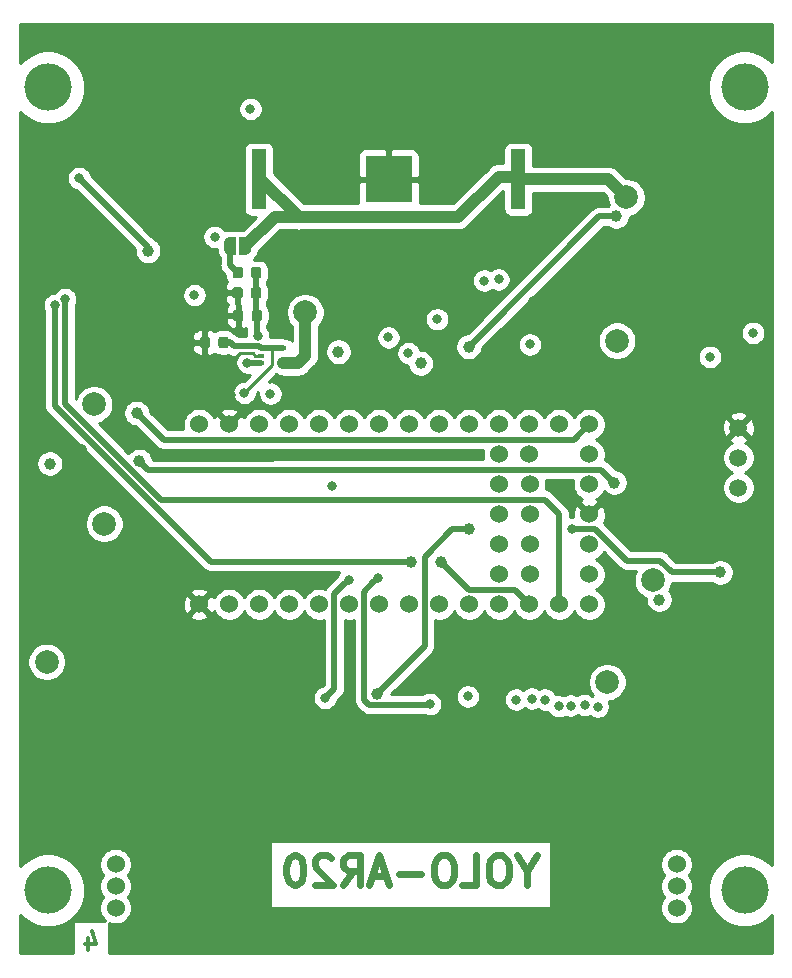
<source format=gbl>
G04 #@! TF.GenerationSoftware,KiCad,Pcbnew,(5.1.4)-1*
G04 #@! TF.CreationDate,2020-01-13T16:59:02+01:00*
G04 #@! TF.ProjectId,teensy4_header_breakout,7465656e-7379-4345-9f68-65616465725f,rev?*
G04 #@! TF.SameCoordinates,Original*
G04 #@! TF.FileFunction,Copper,L4,Bot*
G04 #@! TF.FilePolarity,Positive*
%FSLAX46Y46*%
G04 Gerber Fmt 4.6, Leading zero omitted, Abs format (unit mm)*
G04 Created by KiCad (PCBNEW (5.1.4)-1) date 2020-01-13 16:59:02*
%MOMM*%
%LPD*%
G04 APERTURE LIST*
%ADD10C,0.300000*%
%ADD11C,0.625000*%
%ADD12C,1.524000*%
%ADD13C,0.100000*%
%ADD14C,0.875000*%
%ADD15R,0.500000X0.400000*%
%ADD16C,0.500000*%
%ADD17C,4.000000*%
%ADD18C,1.500000*%
%ADD19R,1.270000X5.080000*%
%ADD20R,3.960000X3.960000*%
%ADD21C,0.800000*%
%ADD22C,2.000000*%
%ADD23C,1.000000*%
%ADD24C,0.250000*%
%ADD25C,1.000000*%
%ADD26C,0.500000*%
%ADD27C,0.254000*%
G04 APERTURE END LIST*
D10*
X116964285Y-146678571D02*
X116964285Y-147678571D01*
X117321428Y-146107142D02*
X117678571Y-147178571D01*
X116750000Y-147178571D01*
D11*
X154142792Y-140981596D02*
X154142792Y-142172072D01*
X154976125Y-139672072D02*
X154142792Y-140981596D01*
X153309459Y-139672072D01*
X151999935Y-139672072D02*
X151523744Y-139672072D01*
X151285649Y-139791120D01*
X151047554Y-140029215D01*
X150928506Y-140505405D01*
X150928506Y-141338739D01*
X151047554Y-141814929D01*
X151285649Y-142053024D01*
X151523744Y-142172072D01*
X151999935Y-142172072D01*
X152238030Y-142053024D01*
X152476125Y-141814929D01*
X152595173Y-141338739D01*
X152595173Y-140505405D01*
X152476125Y-140029215D01*
X152238030Y-139791120D01*
X151999935Y-139672072D01*
X148666601Y-142172072D02*
X149857078Y-142172072D01*
X149857078Y-139672072D01*
X147357078Y-139672072D02*
X146880887Y-139672072D01*
X146642792Y-139791120D01*
X146404697Y-140029215D01*
X146285649Y-140505405D01*
X146285649Y-141338739D01*
X146404697Y-141814929D01*
X146642792Y-142053024D01*
X146880887Y-142172072D01*
X147357078Y-142172072D01*
X147595173Y-142053024D01*
X147833268Y-141814929D01*
X147952316Y-141338739D01*
X147952316Y-140505405D01*
X147833268Y-140029215D01*
X147595173Y-139791120D01*
X147357078Y-139672072D01*
X145214220Y-141219691D02*
X143309459Y-141219691D01*
X142238030Y-141457786D02*
X141047554Y-141457786D01*
X142476125Y-142172072D02*
X141642792Y-139672072D01*
X140809459Y-142172072D01*
X138547554Y-142172072D02*
X139380887Y-140981596D01*
X139976125Y-142172072D02*
X139976125Y-139672072D01*
X139023744Y-139672072D01*
X138785649Y-139791120D01*
X138666601Y-139910167D01*
X138547554Y-140148262D01*
X138547554Y-140505405D01*
X138666601Y-140743500D01*
X138785649Y-140862548D01*
X139023744Y-140981596D01*
X139976125Y-140981596D01*
X137595173Y-139910167D02*
X137476125Y-139791120D01*
X137238030Y-139672072D01*
X136642792Y-139672072D01*
X136404697Y-139791120D01*
X136285649Y-139910167D01*
X136166601Y-140148262D01*
X136166601Y-140386358D01*
X136285649Y-140743500D01*
X137714220Y-142172072D01*
X136166601Y-142172072D01*
X134618982Y-139672072D02*
X134380887Y-139672072D01*
X134142792Y-139791120D01*
X134023744Y-139910167D01*
X133904697Y-140148262D01*
X133785649Y-140624453D01*
X133785649Y-141219691D01*
X133904697Y-141695881D01*
X134023744Y-141933977D01*
X134142792Y-142053024D01*
X134380887Y-142172072D01*
X134618982Y-142172072D01*
X134857078Y-142053024D01*
X134976125Y-141933977D01*
X135095173Y-141695881D01*
X135214220Y-141219691D01*
X135214220Y-140624453D01*
X135095173Y-140148262D01*
X134976125Y-139910167D01*
X134857078Y-139791120D01*
X134618982Y-139672072D01*
D12*
X166809900Y-144121160D03*
X119309900Y-144121160D03*
X166809900Y-142271160D03*
X119309900Y-142271160D03*
X166809900Y-140421160D03*
X119309900Y-140421160D03*
D13*
G36*
X127118071Y-95771733D02*
G01*
X127139306Y-95774883D01*
X127160130Y-95780099D01*
X127180342Y-95787331D01*
X127199748Y-95796510D01*
X127218161Y-95807546D01*
X127235404Y-95820334D01*
X127251310Y-95834750D01*
X127265726Y-95850656D01*
X127278514Y-95867899D01*
X127289550Y-95886312D01*
X127298729Y-95905718D01*
X127305961Y-95925930D01*
X127311177Y-95946754D01*
X127314327Y-95967989D01*
X127315380Y-95989430D01*
X127315380Y-96501930D01*
X127314327Y-96523371D01*
X127311177Y-96544606D01*
X127305961Y-96565430D01*
X127298729Y-96585642D01*
X127289550Y-96605048D01*
X127278514Y-96623461D01*
X127265726Y-96640704D01*
X127251310Y-96656610D01*
X127235404Y-96671026D01*
X127218161Y-96683814D01*
X127199748Y-96694850D01*
X127180342Y-96704029D01*
X127160130Y-96711261D01*
X127139306Y-96716477D01*
X127118071Y-96719627D01*
X127096630Y-96720680D01*
X126659130Y-96720680D01*
X126637689Y-96719627D01*
X126616454Y-96716477D01*
X126595630Y-96711261D01*
X126575418Y-96704029D01*
X126556012Y-96694850D01*
X126537599Y-96683814D01*
X126520356Y-96671026D01*
X126504450Y-96656610D01*
X126490034Y-96640704D01*
X126477246Y-96623461D01*
X126466210Y-96605048D01*
X126457031Y-96585642D01*
X126449799Y-96565430D01*
X126444583Y-96544606D01*
X126441433Y-96523371D01*
X126440380Y-96501930D01*
X126440380Y-95989430D01*
X126441433Y-95967989D01*
X126444583Y-95946754D01*
X126449799Y-95925930D01*
X126457031Y-95905718D01*
X126466210Y-95886312D01*
X126477246Y-95867899D01*
X126490034Y-95850656D01*
X126504450Y-95834750D01*
X126520356Y-95820334D01*
X126537599Y-95807546D01*
X126556012Y-95796510D01*
X126575418Y-95787331D01*
X126595630Y-95780099D01*
X126616454Y-95774883D01*
X126637689Y-95771733D01*
X126659130Y-95770680D01*
X127096630Y-95770680D01*
X127118071Y-95771733D01*
X127118071Y-95771733D01*
G37*
D14*
X126877880Y-96245680D03*
D13*
G36*
X128693071Y-95771733D02*
G01*
X128714306Y-95774883D01*
X128735130Y-95780099D01*
X128755342Y-95787331D01*
X128774748Y-95796510D01*
X128793161Y-95807546D01*
X128810404Y-95820334D01*
X128826310Y-95834750D01*
X128840726Y-95850656D01*
X128853514Y-95867899D01*
X128864550Y-95886312D01*
X128873729Y-95905718D01*
X128880961Y-95925930D01*
X128886177Y-95946754D01*
X128889327Y-95967989D01*
X128890380Y-95989430D01*
X128890380Y-96501930D01*
X128889327Y-96523371D01*
X128886177Y-96544606D01*
X128880961Y-96565430D01*
X128873729Y-96585642D01*
X128864550Y-96605048D01*
X128853514Y-96623461D01*
X128840726Y-96640704D01*
X128826310Y-96656610D01*
X128810404Y-96671026D01*
X128793161Y-96683814D01*
X128774748Y-96694850D01*
X128755342Y-96704029D01*
X128735130Y-96711261D01*
X128714306Y-96716477D01*
X128693071Y-96719627D01*
X128671630Y-96720680D01*
X128234130Y-96720680D01*
X128212689Y-96719627D01*
X128191454Y-96716477D01*
X128170630Y-96711261D01*
X128150418Y-96704029D01*
X128131012Y-96694850D01*
X128112599Y-96683814D01*
X128095356Y-96671026D01*
X128079450Y-96656610D01*
X128065034Y-96640704D01*
X128052246Y-96623461D01*
X128041210Y-96605048D01*
X128032031Y-96585642D01*
X128024799Y-96565430D01*
X128019583Y-96544606D01*
X128016433Y-96523371D01*
X128015380Y-96501930D01*
X128015380Y-95989430D01*
X128016433Y-95967989D01*
X128019583Y-95946754D01*
X128024799Y-95925930D01*
X128032031Y-95905718D01*
X128041210Y-95886312D01*
X128052246Y-95867899D01*
X128065034Y-95850656D01*
X128079450Y-95834750D01*
X128095356Y-95820334D01*
X128112599Y-95807546D01*
X128131012Y-95796510D01*
X128150418Y-95787331D01*
X128170630Y-95780099D01*
X128191454Y-95774883D01*
X128212689Y-95771733D01*
X128234130Y-95770680D01*
X128671630Y-95770680D01*
X128693071Y-95771733D01*
X128693071Y-95771733D01*
G37*
D14*
X128452880Y-96245680D03*
D15*
X133517640Y-96708440D03*
X131617640Y-96708440D03*
X131617640Y-97358440D03*
X133517640Y-98008440D03*
X131617640Y-98008440D03*
D13*
G36*
X129879051Y-91575653D02*
G01*
X129900286Y-91578803D01*
X129921110Y-91584019D01*
X129941322Y-91591251D01*
X129960728Y-91600430D01*
X129979141Y-91611466D01*
X129996384Y-91624254D01*
X130012290Y-91638670D01*
X130026706Y-91654576D01*
X130039494Y-91671819D01*
X130050530Y-91690232D01*
X130059709Y-91709638D01*
X130066941Y-91729850D01*
X130072157Y-91750674D01*
X130075307Y-91771909D01*
X130076360Y-91793350D01*
X130076360Y-92305850D01*
X130075307Y-92327291D01*
X130072157Y-92348526D01*
X130066941Y-92369350D01*
X130059709Y-92389562D01*
X130050530Y-92408968D01*
X130039494Y-92427381D01*
X130026706Y-92444624D01*
X130012290Y-92460530D01*
X129996384Y-92474946D01*
X129979141Y-92487734D01*
X129960728Y-92498770D01*
X129941322Y-92507949D01*
X129921110Y-92515181D01*
X129900286Y-92520397D01*
X129879051Y-92523547D01*
X129857610Y-92524600D01*
X129420110Y-92524600D01*
X129398669Y-92523547D01*
X129377434Y-92520397D01*
X129356610Y-92515181D01*
X129336398Y-92507949D01*
X129316992Y-92498770D01*
X129298579Y-92487734D01*
X129281336Y-92474946D01*
X129265430Y-92460530D01*
X129251014Y-92444624D01*
X129238226Y-92427381D01*
X129227190Y-92408968D01*
X129218011Y-92389562D01*
X129210779Y-92369350D01*
X129205563Y-92348526D01*
X129202413Y-92327291D01*
X129201360Y-92305850D01*
X129201360Y-91793350D01*
X129202413Y-91771909D01*
X129205563Y-91750674D01*
X129210779Y-91729850D01*
X129218011Y-91709638D01*
X129227190Y-91690232D01*
X129238226Y-91671819D01*
X129251014Y-91654576D01*
X129265430Y-91638670D01*
X129281336Y-91624254D01*
X129298579Y-91611466D01*
X129316992Y-91600430D01*
X129336398Y-91591251D01*
X129356610Y-91584019D01*
X129377434Y-91578803D01*
X129398669Y-91575653D01*
X129420110Y-91574600D01*
X129857610Y-91574600D01*
X129879051Y-91575653D01*
X129879051Y-91575653D01*
G37*
D14*
X129638860Y-92049600D03*
D13*
G36*
X131454051Y-91575653D02*
G01*
X131475286Y-91578803D01*
X131496110Y-91584019D01*
X131516322Y-91591251D01*
X131535728Y-91600430D01*
X131554141Y-91611466D01*
X131571384Y-91624254D01*
X131587290Y-91638670D01*
X131601706Y-91654576D01*
X131614494Y-91671819D01*
X131625530Y-91690232D01*
X131634709Y-91709638D01*
X131641941Y-91729850D01*
X131647157Y-91750674D01*
X131650307Y-91771909D01*
X131651360Y-91793350D01*
X131651360Y-92305850D01*
X131650307Y-92327291D01*
X131647157Y-92348526D01*
X131641941Y-92369350D01*
X131634709Y-92389562D01*
X131625530Y-92408968D01*
X131614494Y-92427381D01*
X131601706Y-92444624D01*
X131587290Y-92460530D01*
X131571384Y-92474946D01*
X131554141Y-92487734D01*
X131535728Y-92498770D01*
X131516322Y-92507949D01*
X131496110Y-92515181D01*
X131475286Y-92520397D01*
X131454051Y-92523547D01*
X131432610Y-92524600D01*
X130995110Y-92524600D01*
X130973669Y-92523547D01*
X130952434Y-92520397D01*
X130931610Y-92515181D01*
X130911398Y-92507949D01*
X130891992Y-92498770D01*
X130873579Y-92487734D01*
X130856336Y-92474946D01*
X130840430Y-92460530D01*
X130826014Y-92444624D01*
X130813226Y-92427381D01*
X130802190Y-92408968D01*
X130793011Y-92389562D01*
X130785779Y-92369350D01*
X130780563Y-92348526D01*
X130777413Y-92327291D01*
X130776360Y-92305850D01*
X130776360Y-91793350D01*
X130777413Y-91771909D01*
X130780563Y-91750674D01*
X130785779Y-91729850D01*
X130793011Y-91709638D01*
X130802190Y-91690232D01*
X130813226Y-91671819D01*
X130826014Y-91654576D01*
X130840430Y-91638670D01*
X130856336Y-91624254D01*
X130873579Y-91611466D01*
X130891992Y-91600430D01*
X130911398Y-91591251D01*
X130931610Y-91584019D01*
X130952434Y-91578803D01*
X130973669Y-91575653D01*
X130995110Y-91574600D01*
X131432610Y-91574600D01*
X131454051Y-91575653D01*
X131454051Y-91575653D01*
G37*
D14*
X131213860Y-92049600D03*
D13*
G36*
X131469491Y-89866233D02*
G01*
X131490726Y-89869383D01*
X131511550Y-89874599D01*
X131531762Y-89881831D01*
X131551168Y-89891010D01*
X131569581Y-89902046D01*
X131586824Y-89914834D01*
X131602730Y-89929250D01*
X131617146Y-89945156D01*
X131629934Y-89962399D01*
X131640970Y-89980812D01*
X131650149Y-90000218D01*
X131657381Y-90020430D01*
X131662597Y-90041254D01*
X131665747Y-90062489D01*
X131666800Y-90083930D01*
X131666800Y-90596430D01*
X131665747Y-90617871D01*
X131662597Y-90639106D01*
X131657381Y-90659930D01*
X131650149Y-90680142D01*
X131640970Y-90699548D01*
X131629934Y-90717961D01*
X131617146Y-90735204D01*
X131602730Y-90751110D01*
X131586824Y-90765526D01*
X131569581Y-90778314D01*
X131551168Y-90789350D01*
X131531762Y-90798529D01*
X131511550Y-90805761D01*
X131490726Y-90810977D01*
X131469491Y-90814127D01*
X131448050Y-90815180D01*
X131010550Y-90815180D01*
X130989109Y-90814127D01*
X130967874Y-90810977D01*
X130947050Y-90805761D01*
X130926838Y-90798529D01*
X130907432Y-90789350D01*
X130889019Y-90778314D01*
X130871776Y-90765526D01*
X130855870Y-90751110D01*
X130841454Y-90735204D01*
X130828666Y-90717961D01*
X130817630Y-90699548D01*
X130808451Y-90680142D01*
X130801219Y-90659930D01*
X130796003Y-90639106D01*
X130792853Y-90617871D01*
X130791800Y-90596430D01*
X130791800Y-90083930D01*
X130792853Y-90062489D01*
X130796003Y-90041254D01*
X130801219Y-90020430D01*
X130808451Y-90000218D01*
X130817630Y-89980812D01*
X130828666Y-89962399D01*
X130841454Y-89945156D01*
X130855870Y-89929250D01*
X130871776Y-89914834D01*
X130889019Y-89902046D01*
X130907432Y-89891010D01*
X130926838Y-89881831D01*
X130947050Y-89874599D01*
X130967874Y-89869383D01*
X130989109Y-89866233D01*
X131010550Y-89865180D01*
X131448050Y-89865180D01*
X131469491Y-89866233D01*
X131469491Y-89866233D01*
G37*
D14*
X131229300Y-90340180D03*
D13*
G36*
X129894491Y-89866233D02*
G01*
X129915726Y-89869383D01*
X129936550Y-89874599D01*
X129956762Y-89881831D01*
X129976168Y-89891010D01*
X129994581Y-89902046D01*
X130011824Y-89914834D01*
X130027730Y-89929250D01*
X130042146Y-89945156D01*
X130054934Y-89962399D01*
X130065970Y-89980812D01*
X130075149Y-90000218D01*
X130082381Y-90020430D01*
X130087597Y-90041254D01*
X130090747Y-90062489D01*
X130091800Y-90083930D01*
X130091800Y-90596430D01*
X130090747Y-90617871D01*
X130087597Y-90639106D01*
X130082381Y-90659930D01*
X130075149Y-90680142D01*
X130065970Y-90699548D01*
X130054934Y-90717961D01*
X130042146Y-90735204D01*
X130027730Y-90751110D01*
X130011824Y-90765526D01*
X129994581Y-90778314D01*
X129976168Y-90789350D01*
X129956762Y-90798529D01*
X129936550Y-90805761D01*
X129915726Y-90810977D01*
X129894491Y-90814127D01*
X129873050Y-90815180D01*
X129435550Y-90815180D01*
X129414109Y-90814127D01*
X129392874Y-90810977D01*
X129372050Y-90805761D01*
X129351838Y-90798529D01*
X129332432Y-90789350D01*
X129314019Y-90778314D01*
X129296776Y-90765526D01*
X129280870Y-90751110D01*
X129266454Y-90735204D01*
X129253666Y-90717961D01*
X129242630Y-90699548D01*
X129233451Y-90680142D01*
X129226219Y-90659930D01*
X129221003Y-90639106D01*
X129217853Y-90617871D01*
X129216800Y-90596430D01*
X129216800Y-90083930D01*
X129217853Y-90062489D01*
X129221003Y-90041254D01*
X129226219Y-90020430D01*
X129233451Y-90000218D01*
X129242630Y-89980812D01*
X129253666Y-89962399D01*
X129266454Y-89945156D01*
X129280870Y-89929250D01*
X129296776Y-89914834D01*
X129314019Y-89902046D01*
X129332432Y-89891010D01*
X129351838Y-89881831D01*
X129372050Y-89874599D01*
X129392874Y-89869383D01*
X129414109Y-89866233D01*
X129435550Y-89865180D01*
X129873050Y-89865180D01*
X129894491Y-89866233D01*
X129894491Y-89866233D01*
G37*
D14*
X129654300Y-90340180D03*
D16*
X130302000Y-88077040D03*
D13*
G36*
X130302000Y-87327642D02*
G01*
X130326534Y-87327642D01*
X130375365Y-87332452D01*
X130423490Y-87342024D01*
X130470445Y-87356268D01*
X130515778Y-87375045D01*
X130559051Y-87398176D01*
X130599850Y-87425436D01*
X130637779Y-87456564D01*
X130672476Y-87491261D01*
X130703604Y-87529190D01*
X130730864Y-87569989D01*
X130753995Y-87613262D01*
X130772772Y-87658595D01*
X130787016Y-87705550D01*
X130796588Y-87753675D01*
X130801398Y-87802506D01*
X130801398Y-87827040D01*
X130802000Y-87827040D01*
X130802000Y-88327040D01*
X130801398Y-88327040D01*
X130801398Y-88351574D01*
X130796588Y-88400405D01*
X130787016Y-88448530D01*
X130772772Y-88495485D01*
X130753995Y-88540818D01*
X130730864Y-88584091D01*
X130703604Y-88624890D01*
X130672476Y-88662819D01*
X130637779Y-88697516D01*
X130599850Y-88728644D01*
X130559051Y-88755904D01*
X130515778Y-88779035D01*
X130470445Y-88797812D01*
X130423490Y-88812056D01*
X130375365Y-88821628D01*
X130326534Y-88826438D01*
X130302000Y-88826438D01*
X130302000Y-88827040D01*
X129802000Y-88827040D01*
X129802000Y-87327040D01*
X130302000Y-87327040D01*
X130302000Y-87327642D01*
X130302000Y-87327642D01*
G37*
D16*
X129002000Y-88077040D03*
D13*
G36*
X129502000Y-88827040D02*
G01*
X129002000Y-88827040D01*
X129002000Y-88826438D01*
X128977466Y-88826438D01*
X128928635Y-88821628D01*
X128880510Y-88812056D01*
X128833555Y-88797812D01*
X128788222Y-88779035D01*
X128744949Y-88755904D01*
X128704150Y-88728644D01*
X128666221Y-88697516D01*
X128631524Y-88662819D01*
X128600396Y-88624890D01*
X128573136Y-88584091D01*
X128550005Y-88540818D01*
X128531228Y-88495485D01*
X128516984Y-88448530D01*
X128507412Y-88400405D01*
X128502602Y-88351574D01*
X128502602Y-88327040D01*
X128502000Y-88327040D01*
X128502000Y-87827040D01*
X128502602Y-87827040D01*
X128502602Y-87802506D01*
X128507412Y-87753675D01*
X128516984Y-87705550D01*
X128531228Y-87658595D01*
X128550005Y-87613262D01*
X128573136Y-87569989D01*
X128600396Y-87529190D01*
X128631524Y-87491261D01*
X128666221Y-87456564D01*
X128704150Y-87425436D01*
X128744949Y-87398176D01*
X128788222Y-87375045D01*
X128833555Y-87356268D01*
X128880510Y-87342024D01*
X128928635Y-87332452D01*
X128977466Y-87327642D01*
X129002000Y-87327642D01*
X129002000Y-87327040D01*
X129502000Y-87327040D01*
X129502000Y-88827040D01*
X129502000Y-88827040D01*
G37*
G36*
X129940111Y-93493353D02*
G01*
X129961346Y-93496503D01*
X129982170Y-93501719D01*
X130002382Y-93508951D01*
X130021788Y-93518130D01*
X130040201Y-93529166D01*
X130057444Y-93541954D01*
X130073350Y-93556370D01*
X130087766Y-93572276D01*
X130100554Y-93589519D01*
X130111590Y-93607932D01*
X130120769Y-93627338D01*
X130128001Y-93647550D01*
X130133217Y-93668374D01*
X130136367Y-93689609D01*
X130137420Y-93711050D01*
X130137420Y-94223550D01*
X130136367Y-94244991D01*
X130133217Y-94266226D01*
X130128001Y-94287050D01*
X130120769Y-94307262D01*
X130111590Y-94326668D01*
X130100554Y-94345081D01*
X130087766Y-94362324D01*
X130073350Y-94378230D01*
X130057444Y-94392646D01*
X130040201Y-94405434D01*
X130021788Y-94416470D01*
X130002382Y-94425649D01*
X129982170Y-94432881D01*
X129961346Y-94438097D01*
X129940111Y-94441247D01*
X129918670Y-94442300D01*
X129481170Y-94442300D01*
X129459729Y-94441247D01*
X129438494Y-94438097D01*
X129417670Y-94432881D01*
X129397458Y-94425649D01*
X129378052Y-94416470D01*
X129359639Y-94405434D01*
X129342396Y-94392646D01*
X129326490Y-94378230D01*
X129312074Y-94362324D01*
X129299286Y-94345081D01*
X129288250Y-94326668D01*
X129279071Y-94307262D01*
X129271839Y-94287050D01*
X129266623Y-94266226D01*
X129263473Y-94244991D01*
X129262420Y-94223550D01*
X129262420Y-93711050D01*
X129263473Y-93689609D01*
X129266623Y-93668374D01*
X129271839Y-93647550D01*
X129279071Y-93627338D01*
X129288250Y-93607932D01*
X129299286Y-93589519D01*
X129312074Y-93572276D01*
X129326490Y-93556370D01*
X129342396Y-93541954D01*
X129359639Y-93529166D01*
X129378052Y-93518130D01*
X129397458Y-93508951D01*
X129417670Y-93501719D01*
X129438494Y-93496503D01*
X129459729Y-93493353D01*
X129481170Y-93492300D01*
X129918670Y-93492300D01*
X129940111Y-93493353D01*
X129940111Y-93493353D01*
G37*
D14*
X129699920Y-93967300D03*
D13*
G36*
X131515111Y-93493353D02*
G01*
X131536346Y-93496503D01*
X131557170Y-93501719D01*
X131577382Y-93508951D01*
X131596788Y-93518130D01*
X131615201Y-93529166D01*
X131632444Y-93541954D01*
X131648350Y-93556370D01*
X131662766Y-93572276D01*
X131675554Y-93589519D01*
X131686590Y-93607932D01*
X131695769Y-93627338D01*
X131703001Y-93647550D01*
X131708217Y-93668374D01*
X131711367Y-93689609D01*
X131712420Y-93711050D01*
X131712420Y-94223550D01*
X131711367Y-94244991D01*
X131708217Y-94266226D01*
X131703001Y-94287050D01*
X131695769Y-94307262D01*
X131686590Y-94326668D01*
X131675554Y-94345081D01*
X131662766Y-94362324D01*
X131648350Y-94378230D01*
X131632444Y-94392646D01*
X131615201Y-94405434D01*
X131596788Y-94416470D01*
X131577382Y-94425649D01*
X131557170Y-94432881D01*
X131536346Y-94438097D01*
X131515111Y-94441247D01*
X131493670Y-94442300D01*
X131056170Y-94442300D01*
X131034729Y-94441247D01*
X131013494Y-94438097D01*
X130992670Y-94432881D01*
X130972458Y-94425649D01*
X130953052Y-94416470D01*
X130934639Y-94405434D01*
X130917396Y-94392646D01*
X130901490Y-94378230D01*
X130887074Y-94362324D01*
X130874286Y-94345081D01*
X130863250Y-94326668D01*
X130854071Y-94307262D01*
X130846839Y-94287050D01*
X130841623Y-94266226D01*
X130838473Y-94244991D01*
X130837420Y-94223550D01*
X130837420Y-93711050D01*
X130838473Y-93689609D01*
X130841623Y-93668374D01*
X130846839Y-93647550D01*
X130854071Y-93627338D01*
X130863250Y-93607932D01*
X130874286Y-93589519D01*
X130887074Y-93572276D01*
X130901490Y-93556370D01*
X130917396Y-93541954D01*
X130934639Y-93529166D01*
X130953052Y-93518130D01*
X130972458Y-93508951D01*
X130992670Y-93501719D01*
X131013494Y-93496503D01*
X131034729Y-93493353D01*
X131056170Y-93492300D01*
X131493670Y-93492300D01*
X131515111Y-93493353D01*
X131515111Y-93493353D01*
G37*
D14*
X131274920Y-93967300D03*
D12*
X151795480Y-105722420D03*
X151795480Y-108262420D03*
X151795480Y-110802420D03*
X151795480Y-113342420D03*
X151795480Y-115882420D03*
X154335480Y-105722420D03*
X154395480Y-108262420D03*
X154395480Y-110802420D03*
X154395480Y-113342420D03*
X154395480Y-115882420D03*
X159415480Y-105722420D03*
X159415480Y-108262420D03*
X159415480Y-110802420D03*
X159415480Y-113342420D03*
X159415480Y-115882420D03*
X159415480Y-103182420D03*
X159415480Y-118422420D03*
X156875480Y-103182420D03*
X156875480Y-118422420D03*
X154335480Y-103182420D03*
X154335480Y-118422420D03*
X151795480Y-103182420D03*
X151795480Y-118422420D03*
X149255480Y-103182420D03*
X149255480Y-118422420D03*
X146715480Y-103182420D03*
X146715480Y-118422420D03*
X144175480Y-103182420D03*
X144175480Y-118422420D03*
X141635480Y-103182420D03*
X141635480Y-118422420D03*
X139095480Y-103182420D03*
X139095480Y-118422420D03*
X136555480Y-103182420D03*
X136555480Y-118422420D03*
X134015480Y-103182420D03*
X134015480Y-118422420D03*
X131475480Y-103182420D03*
X131475480Y-118422420D03*
X128935480Y-103182420D03*
X128935480Y-118422420D03*
X126395480Y-103182420D03*
X126395480Y-118422420D03*
D17*
X172580090Y-142643600D03*
X113596680Y-142643600D03*
X172580090Y-74643240D03*
X113596680Y-74643240D03*
D18*
X172054520Y-106004360D03*
X172054520Y-108544360D03*
X172054520Y-103464360D03*
D19*
X131450580Y-82428080D03*
X153420580Y-82428080D03*
D20*
X142435580Y-82428080D03*
D21*
X114823240Y-119872760D03*
X158551880Y-96799400D03*
X154655520Y-92704920D03*
X156530040Y-77271880D03*
X160101280Y-77378560D03*
X166004240Y-77962760D03*
X172653960Y-79928720D03*
X173893480Y-84175600D03*
X166999920Y-96596200D03*
X166502080Y-99954080D03*
X167497760Y-101925120D03*
X173908720Y-114310160D03*
X173847760Y-118587520D03*
X173126400Y-124444760D03*
X172440600Y-129260600D03*
X169382440Y-125069600D03*
X172745400Y-134325360D03*
X113583720Y-132237480D03*
X118165880Y-129199640D03*
X114081560Y-127934720D03*
X116500000Y-105250000D03*
X125877320Y-78577440D03*
X126365000Y-80751680D03*
X131536440Y-73461880D03*
X154818080Y-74716640D03*
X164500560Y-74767440D03*
X129059940Y-100721160D03*
X154411680Y-78750160D03*
X144531080Y-87858600D03*
X153482040Y-88153240D03*
X170205400Y-88158320D03*
X114912140Y-82928460D03*
X128849120Y-98163190D03*
D22*
X162570160Y-83972400D03*
D21*
X132420360Y-100589080D03*
X130726180Y-76479400D03*
D22*
X164807900Y-116400020D03*
X118353840Y-111589820D03*
X135377353Y-93703280D03*
X161764158Y-96102679D03*
D23*
X121113209Y-102225070D03*
X121315480Y-106288840D03*
X161536380Y-108112560D03*
D21*
X116227860Y-82331560D03*
D23*
X122063219Y-88484419D03*
D21*
X115041680Y-92583000D03*
X114167392Y-93088753D03*
D23*
X144363440Y-114815616D03*
X146876699Y-114867621D03*
D21*
X142417800Y-95813880D03*
X144109452Y-97153360D03*
D23*
X145140730Y-98003360D03*
X138181080Y-97033080D03*
D22*
X160947100Y-125006100D03*
X113477040Y-123291600D03*
D23*
X165346956Y-118012294D03*
X170522900Y-115717320D03*
D21*
X157954980Y-112067340D03*
D23*
X149250400Y-112059720D03*
X141480540Y-125983950D03*
D21*
X130228340Y-100525580D03*
X137622280Y-108384340D03*
X149138640Y-126207520D03*
X127706120Y-87299800D03*
X125984000Y-92242640D03*
X153228040Y-126492000D03*
X146537680Y-94284800D03*
X154564080Y-126405640D03*
X155666440Y-126492000D03*
X150520400Y-91013280D03*
D23*
X161693860Y-85575140D03*
X149216446Y-96618126D03*
D21*
X156845000Y-127050800D03*
X151739600Y-90901520D03*
X154396440Y-96413320D03*
X157843504Y-126996088D03*
X159024320Y-126949200D03*
X169621200Y-97475040D03*
X160136840Y-127086360D03*
X173283880Y-95437960D03*
D23*
X113750000Y-106500000D03*
D22*
X117500000Y-101500000D03*
D21*
X131364007Y-95726343D03*
X130472180Y-97962720D03*
X139052300Y-116329460D03*
X137058400Y-126347220D03*
X141551660Y-116156740D03*
X145917920Y-126867920D03*
D24*
X130910558Y-97151358D02*
X129860952Y-97151358D01*
X129249119Y-97763191D02*
X128849120Y-98163190D01*
X129860952Y-97151358D02*
X129249119Y-97763191D01*
X131117640Y-97358440D02*
X130910558Y-97151358D01*
X131617640Y-97358440D02*
X131117640Y-97358440D01*
D25*
X151750000Y-82200000D02*
X148344380Y-85605620D01*
X153385000Y-82200000D02*
X151750000Y-82200000D01*
X148344380Y-85605620D02*
X148344380Y-85605620D01*
X134820620Y-85605620D02*
X131415000Y-82200000D01*
X135394700Y-85605620D02*
X134820620Y-85605620D01*
X135887460Y-85605620D02*
X135394700Y-85605620D01*
X148344380Y-85605620D02*
X135887460Y-85605620D01*
X161570161Y-82972401D02*
X162570160Y-83972400D01*
X153420580Y-82428080D02*
X161025840Y-82428080D01*
X161025840Y-82428080D02*
X161570161Y-82972401D01*
X134820620Y-85605620D02*
X134820620Y-85646300D01*
X132773420Y-85605620D02*
X130302000Y-88077040D01*
X134820620Y-85605620D02*
X132773420Y-85605620D01*
X134767640Y-98008440D02*
X133517640Y-98008440D01*
X135377353Y-97398727D02*
X134767640Y-98008440D01*
X135377353Y-93703280D02*
X135377353Y-97398727D01*
D26*
X123376138Y-104487999D02*
X158109901Y-104487999D01*
X121113209Y-102225070D02*
X123376138Y-104487999D01*
X158109901Y-104487999D02*
X159415480Y-103182420D01*
X116227860Y-82331560D02*
X122063219Y-88166919D01*
X122063219Y-88166919D02*
X122063219Y-88484419D01*
X161036381Y-107612561D02*
X161536380Y-108112560D01*
X160451819Y-107027999D02*
X161036381Y-107612561D01*
X132819823Y-107027999D02*
X160451819Y-107027999D01*
X122076581Y-107049941D02*
X132797881Y-107049941D01*
X121315480Y-106288840D02*
X122076581Y-107049941D01*
X132797881Y-107049941D02*
X132819823Y-107027999D01*
X115041680Y-93148685D02*
X115041680Y-92583000D01*
X115041680Y-101489624D02*
X115041680Y-93148685D01*
X123120055Y-109567999D02*
X115041680Y-101489624D01*
X155674079Y-109567999D02*
X123120055Y-109567999D01*
X156875480Y-118422420D02*
X156875480Y-110769400D01*
X156875480Y-110769400D02*
X155674079Y-109567999D01*
X114167392Y-93088753D02*
X114167392Y-101614712D01*
X114167392Y-101614712D02*
X127368296Y-114815616D01*
X143656334Y-114815616D02*
X144363440Y-114815616D01*
X127368296Y-114815616D02*
X143656334Y-114815616D01*
X149197077Y-117187999D02*
X147376698Y-115367620D01*
X147376698Y-115367620D02*
X146876699Y-114867621D01*
X153101059Y-117187999D02*
X149197077Y-117187999D01*
X154335480Y-118422420D02*
X153101059Y-117187999D01*
X165427660Y-114726720D02*
X166418260Y-115717320D01*
X166418260Y-115717320D02*
X170522900Y-115717320D01*
X162593542Y-114726720D02*
X159929082Y-112062260D01*
X165427660Y-114726720D02*
X162593542Y-114726720D01*
X159929082Y-112062260D02*
X157960060Y-112062260D01*
X157960060Y-112062260D02*
X157954980Y-112067340D01*
X149250400Y-112059720D02*
X147824076Y-112059720D01*
X147824076Y-112059720D02*
X145478542Y-114405254D01*
X145478542Y-121985948D02*
X141980539Y-125483951D01*
X145478542Y-114405254D02*
X145478542Y-121985948D01*
X141980539Y-125483951D02*
X141480540Y-125983950D01*
X132573240Y-96708440D02*
X131617640Y-96708440D01*
X133517640Y-96708440D02*
X132573240Y-96708440D01*
X131617640Y-96708440D02*
X131485547Y-96576347D01*
X129321047Y-96576347D02*
X128990380Y-96245680D01*
X128990380Y-96245680D02*
X128452880Y-96245680D01*
X131485547Y-96576347D02*
X129321047Y-96576347D01*
D24*
X132573240Y-98180680D02*
X130628339Y-100125581D01*
X130628339Y-100125581D02*
X130228340Y-100525580D01*
X132573240Y-96708440D02*
X132573240Y-98180680D01*
D26*
X160259432Y-85575140D02*
X149716445Y-96118127D01*
X149716445Y-96118127D02*
X149216446Y-96618126D01*
X161693860Y-85575140D02*
X160259432Y-85575140D01*
X130517900Y-98008440D02*
X130472180Y-97962720D01*
X131617640Y-98008440D02*
X130517900Y-98008440D01*
X131229300Y-92034160D02*
X131213860Y-92049600D01*
X131229300Y-90340180D02*
X131229300Y-92034160D01*
X131213860Y-93906240D02*
X131274920Y-93967300D01*
X131213860Y-92049600D02*
X131213860Y-93906240D01*
X131274920Y-95637256D02*
X131364007Y-95726343D01*
X131274920Y-93967300D02*
X131274920Y-95637256D01*
X138652301Y-116729459D02*
X138621821Y-116729459D01*
X139052300Y-116329460D02*
X138652301Y-116729459D01*
X138621821Y-116729459D02*
X137830560Y-117520720D01*
X137830560Y-117520720D02*
X137830560Y-125575060D01*
X137830560Y-125575060D02*
X137058400Y-126347220D01*
X140802398Y-126933960D02*
X145851880Y-126933960D01*
X140373100Y-126504662D02*
X140802398Y-126933960D01*
X145851880Y-126933960D02*
X145917920Y-126867920D01*
X140373100Y-117337840D02*
X140373100Y-126504662D01*
X141151661Y-116559279D02*
X140373100Y-117337840D01*
X141151661Y-116556739D02*
X141151661Y-116559279D01*
X141551660Y-116156740D02*
X141151661Y-116556739D01*
X129834640Y-90159840D02*
X129654300Y-90340180D01*
X129293860Y-89979740D02*
X129654300Y-90340180D01*
X129002000Y-89687880D02*
X129654300Y-90340180D01*
X129002000Y-88077040D02*
X129002000Y-89687880D01*
D27*
G36*
X174890001Y-72530906D02*
G01*
X174573436Y-72214341D01*
X174061280Y-71872129D01*
X173492202Y-71636409D01*
X172888073Y-71516240D01*
X172272107Y-71516240D01*
X171667978Y-71636409D01*
X171098900Y-71872129D01*
X170586744Y-72214341D01*
X170151191Y-72649894D01*
X169808979Y-73162050D01*
X169573259Y-73731128D01*
X169453090Y-74335257D01*
X169453090Y-74951223D01*
X169573259Y-75555352D01*
X169808979Y-76124430D01*
X170151191Y-76636586D01*
X170586744Y-77072139D01*
X171098900Y-77414351D01*
X171667978Y-77650071D01*
X172272107Y-77770240D01*
X172888073Y-77770240D01*
X173492202Y-77650071D01*
X174061280Y-77414351D01*
X174573436Y-77072139D01*
X174890001Y-76755574D01*
X174890000Y-140531265D01*
X174573436Y-140214701D01*
X174061280Y-139872489D01*
X173492202Y-139636769D01*
X172888073Y-139516600D01*
X172272107Y-139516600D01*
X171667978Y-139636769D01*
X171098900Y-139872489D01*
X170586744Y-140214701D01*
X170151191Y-140650254D01*
X169808979Y-141162410D01*
X169573259Y-141731488D01*
X169453090Y-142335617D01*
X169453090Y-142951583D01*
X169573259Y-143555712D01*
X169808979Y-144124790D01*
X170151191Y-144636946D01*
X170586744Y-145072499D01*
X171098900Y-145414711D01*
X171667978Y-145650431D01*
X172272107Y-145770600D01*
X172888073Y-145770600D01*
X173492202Y-145650431D01*
X174061280Y-145414711D01*
X174573436Y-145072499D01*
X174890000Y-144755935D01*
X174890000Y-147958240D01*
X118749286Y-147958240D01*
X118749286Y-145401048D01*
X118902410Y-145464474D01*
X119172308Y-145518160D01*
X119447492Y-145518160D01*
X119717390Y-145464474D01*
X119971627Y-145359165D01*
X120200435Y-145206280D01*
X120395020Y-145011695D01*
X120547905Y-144782887D01*
X120653214Y-144528650D01*
X120706900Y-144258752D01*
X120706900Y-143983568D01*
X120653214Y-143713670D01*
X120547905Y-143459433D01*
X120395020Y-143230625D01*
X120360555Y-143196160D01*
X120395020Y-143161695D01*
X120547905Y-142932887D01*
X120653214Y-142678650D01*
X120706900Y-142408752D01*
X120706900Y-142133568D01*
X120653214Y-141863670D01*
X120547905Y-141609433D01*
X120395020Y-141380625D01*
X120360555Y-141346160D01*
X120395020Y-141311695D01*
X120547905Y-141082887D01*
X120653214Y-140828650D01*
X120706900Y-140558752D01*
X120706900Y-140283568D01*
X120653214Y-140013670D01*
X120547905Y-139759433D01*
X120395020Y-139530625D01*
X120200435Y-139336040D01*
X119971627Y-139183155D01*
X119717390Y-139077846D01*
X119447492Y-139024160D01*
X119172308Y-139024160D01*
X118902410Y-139077846D01*
X118648173Y-139183155D01*
X118419365Y-139336040D01*
X118224780Y-139530625D01*
X118071895Y-139759433D01*
X117966586Y-140013670D01*
X117912900Y-140283568D01*
X117912900Y-140558752D01*
X117966586Y-140828650D01*
X118071895Y-141082887D01*
X118224780Y-141311695D01*
X118259245Y-141346160D01*
X118224780Y-141380625D01*
X118071895Y-141609433D01*
X117966586Y-141863670D01*
X117912900Y-142133568D01*
X117912900Y-142408752D01*
X117966586Y-142678650D01*
X118071895Y-142932887D01*
X118224780Y-143161695D01*
X118259245Y-143196160D01*
X118224780Y-143230625D01*
X118071895Y-143459433D01*
X117966586Y-143713670D01*
X117912900Y-143983568D01*
X117912900Y-144258752D01*
X117966586Y-144528650D01*
X118071895Y-144782887D01*
X118224780Y-145011695D01*
X118419365Y-145206280D01*
X118424932Y-145210000D01*
X115750715Y-145210000D01*
X115750715Y-147958240D01*
X111253880Y-147958240D01*
X111253880Y-144723045D01*
X111603334Y-145072499D01*
X112115490Y-145414711D01*
X112684568Y-145650431D01*
X113288697Y-145770600D01*
X113904663Y-145770600D01*
X114508792Y-145650431D01*
X115077870Y-145414711D01*
X115590026Y-145072499D01*
X116025579Y-144636946D01*
X116367791Y-144124790D01*
X116603511Y-143555712D01*
X116723680Y-142951583D01*
X116723680Y-142335617D01*
X116603511Y-141731488D01*
X116367791Y-141162410D01*
X116025579Y-140650254D01*
X115590026Y-140214701D01*
X115077870Y-139872489D01*
X114508792Y-139636769D01*
X113904663Y-139516600D01*
X113288697Y-139516600D01*
X112684568Y-139636769D01*
X112115490Y-139872489D01*
X111603334Y-140214701D01*
X111253880Y-140564155D01*
X111253880Y-138449870D01*
X132361959Y-138449870D01*
X132361959Y-144094870D01*
X156161721Y-144094870D01*
X156161721Y-140283568D01*
X165412900Y-140283568D01*
X165412900Y-140558752D01*
X165466586Y-140828650D01*
X165571895Y-141082887D01*
X165724780Y-141311695D01*
X165759245Y-141346160D01*
X165724780Y-141380625D01*
X165571895Y-141609433D01*
X165466586Y-141863670D01*
X165412900Y-142133568D01*
X165412900Y-142408752D01*
X165466586Y-142678650D01*
X165571895Y-142932887D01*
X165724780Y-143161695D01*
X165759245Y-143196160D01*
X165724780Y-143230625D01*
X165571895Y-143459433D01*
X165466586Y-143713670D01*
X165412900Y-143983568D01*
X165412900Y-144258752D01*
X165466586Y-144528650D01*
X165571895Y-144782887D01*
X165724780Y-145011695D01*
X165919365Y-145206280D01*
X166148173Y-145359165D01*
X166402410Y-145464474D01*
X166672308Y-145518160D01*
X166947492Y-145518160D01*
X167217390Y-145464474D01*
X167471627Y-145359165D01*
X167700435Y-145206280D01*
X167895020Y-145011695D01*
X168047905Y-144782887D01*
X168153214Y-144528650D01*
X168206900Y-144258752D01*
X168206900Y-143983568D01*
X168153214Y-143713670D01*
X168047905Y-143459433D01*
X167895020Y-143230625D01*
X167860555Y-143196160D01*
X167895020Y-143161695D01*
X168047905Y-142932887D01*
X168153214Y-142678650D01*
X168206900Y-142408752D01*
X168206900Y-142133568D01*
X168153214Y-141863670D01*
X168047905Y-141609433D01*
X167895020Y-141380625D01*
X167860555Y-141346160D01*
X167895020Y-141311695D01*
X168047905Y-141082887D01*
X168153214Y-140828650D01*
X168206900Y-140558752D01*
X168206900Y-140283568D01*
X168153214Y-140013670D01*
X168047905Y-139759433D01*
X167895020Y-139530625D01*
X167700435Y-139336040D01*
X167471627Y-139183155D01*
X167217390Y-139077846D01*
X166947492Y-139024160D01*
X166672308Y-139024160D01*
X166402410Y-139077846D01*
X166148173Y-139183155D01*
X165919365Y-139336040D01*
X165724780Y-139530625D01*
X165571895Y-139759433D01*
X165466586Y-140013670D01*
X165412900Y-140283568D01*
X156161721Y-140283568D01*
X156161721Y-138449870D01*
X132361959Y-138449870D01*
X111253880Y-138449870D01*
X111253880Y-123130567D01*
X111842040Y-123130567D01*
X111842040Y-123452633D01*
X111904872Y-123768512D01*
X112028122Y-124066063D01*
X112207053Y-124333852D01*
X112434788Y-124561587D01*
X112702577Y-124740518D01*
X113000128Y-124863768D01*
X113316007Y-124926600D01*
X113638073Y-124926600D01*
X113953952Y-124863768D01*
X114251503Y-124740518D01*
X114519292Y-124561587D01*
X114747027Y-124333852D01*
X114925958Y-124066063D01*
X115049208Y-123768512D01*
X115112040Y-123452633D01*
X115112040Y-123130567D01*
X115049208Y-122814688D01*
X114925958Y-122517137D01*
X114747027Y-122249348D01*
X114519292Y-122021613D01*
X114251503Y-121842682D01*
X113953952Y-121719432D01*
X113638073Y-121656600D01*
X113316007Y-121656600D01*
X113000128Y-121719432D01*
X112702577Y-121842682D01*
X112434788Y-122021613D01*
X112207053Y-122249348D01*
X112028122Y-122517137D01*
X111904872Y-122814688D01*
X111842040Y-123130567D01*
X111253880Y-123130567D01*
X111253880Y-119387985D01*
X125609520Y-119387985D01*
X125676500Y-119628076D01*
X125925528Y-119745176D01*
X126192615Y-119811443D01*
X126467497Y-119824330D01*
X126739613Y-119783342D01*
X126998503Y-119690056D01*
X127114460Y-119628076D01*
X127181440Y-119387985D01*
X126395480Y-118602025D01*
X125609520Y-119387985D01*
X111253880Y-119387985D01*
X111253880Y-118494437D01*
X124993570Y-118494437D01*
X125034558Y-118766553D01*
X125127844Y-119025443D01*
X125189824Y-119141400D01*
X125429915Y-119208380D01*
X126215875Y-118422420D01*
X125429915Y-117636460D01*
X125189824Y-117703440D01*
X125072724Y-117952468D01*
X125006457Y-118219555D01*
X124993570Y-118494437D01*
X111253880Y-118494437D01*
X111253880Y-117456855D01*
X125609520Y-117456855D01*
X126395480Y-118242815D01*
X127181440Y-117456855D01*
X127114460Y-117216764D01*
X126865432Y-117099664D01*
X126598345Y-117033397D01*
X126323463Y-117020510D01*
X126051347Y-117061498D01*
X125792457Y-117154784D01*
X125676500Y-117216764D01*
X125609520Y-117456855D01*
X111253880Y-117456855D01*
X111253880Y-111428787D01*
X116718840Y-111428787D01*
X116718840Y-111750853D01*
X116781672Y-112066732D01*
X116904922Y-112364283D01*
X117083853Y-112632072D01*
X117311588Y-112859807D01*
X117579377Y-113038738D01*
X117876928Y-113161988D01*
X118192807Y-113224820D01*
X118514873Y-113224820D01*
X118830752Y-113161988D01*
X119128303Y-113038738D01*
X119396092Y-112859807D01*
X119623827Y-112632072D01*
X119802758Y-112364283D01*
X119926008Y-112066732D01*
X119988840Y-111750853D01*
X119988840Y-111428787D01*
X119926008Y-111112908D01*
X119802758Y-110815357D01*
X119623827Y-110547568D01*
X119396092Y-110319833D01*
X119128303Y-110140902D01*
X118830752Y-110017652D01*
X118514873Y-109954820D01*
X118192807Y-109954820D01*
X117876928Y-110017652D01*
X117579377Y-110140902D01*
X117311588Y-110319833D01*
X117083853Y-110547568D01*
X116904922Y-110815357D01*
X116781672Y-111112908D01*
X116718840Y-111428787D01*
X111253880Y-111428787D01*
X111253880Y-106388212D01*
X112615000Y-106388212D01*
X112615000Y-106611788D01*
X112658617Y-106831067D01*
X112744176Y-107037624D01*
X112868388Y-107223520D01*
X113026480Y-107381612D01*
X113212376Y-107505824D01*
X113418933Y-107591383D01*
X113638212Y-107635000D01*
X113861788Y-107635000D01*
X114081067Y-107591383D01*
X114287624Y-107505824D01*
X114473520Y-107381612D01*
X114631612Y-107223520D01*
X114755824Y-107037624D01*
X114841383Y-106831067D01*
X114885000Y-106611788D01*
X114885000Y-106388212D01*
X114841383Y-106168933D01*
X114755824Y-105962376D01*
X114631612Y-105776480D01*
X114473520Y-105618388D01*
X114287624Y-105494176D01*
X114081067Y-105408617D01*
X113861788Y-105365000D01*
X113638212Y-105365000D01*
X113418933Y-105408617D01*
X113212376Y-105494176D01*
X113026480Y-105618388D01*
X112868388Y-105776480D01*
X112744176Y-105962376D01*
X112658617Y-106168933D01*
X112615000Y-106388212D01*
X111253880Y-106388212D01*
X111253880Y-92986814D01*
X113132392Y-92986814D01*
X113132392Y-93190692D01*
X113172166Y-93390651D01*
X113250187Y-93579009D01*
X113282392Y-93627207D01*
X113282393Y-101571233D01*
X113278111Y-101614712D01*
X113295197Y-101788202D01*
X113345804Y-101955025D01*
X113427982Y-102108771D01*
X113510860Y-102209758D01*
X113510863Y-102209761D01*
X113538576Y-102243529D01*
X113572344Y-102271242D01*
X126711766Y-115410665D01*
X126739479Y-115444433D01*
X126773247Y-115472146D01*
X126773249Y-115472148D01*
X126776639Y-115474930D01*
X126874237Y-115555027D01*
X127027983Y-115637205D01*
X127194806Y-115687811D01*
X127324819Y-115700616D01*
X127324829Y-115700616D01*
X127368295Y-115704897D01*
X127411761Y-115700616D01*
X138227696Y-115700616D01*
X138135095Y-115839204D01*
X138057074Y-116027562D01*
X138052201Y-116052059D01*
X138026774Y-116072927D01*
X138026772Y-116072929D01*
X137993004Y-116100642D01*
X137965291Y-116134410D01*
X137235516Y-116864186D01*
X137201743Y-116891903D01*
X137091149Y-117026662D01*
X137044964Y-117113069D01*
X136962970Y-117079106D01*
X136693072Y-117025420D01*
X136417888Y-117025420D01*
X136147990Y-117079106D01*
X135893753Y-117184415D01*
X135664945Y-117337300D01*
X135470360Y-117531885D01*
X135317475Y-117760693D01*
X135285480Y-117837935D01*
X135253485Y-117760693D01*
X135100600Y-117531885D01*
X134906015Y-117337300D01*
X134677207Y-117184415D01*
X134422970Y-117079106D01*
X134153072Y-117025420D01*
X133877888Y-117025420D01*
X133607990Y-117079106D01*
X133353753Y-117184415D01*
X133124945Y-117337300D01*
X132930360Y-117531885D01*
X132777475Y-117760693D01*
X132745480Y-117837935D01*
X132713485Y-117760693D01*
X132560600Y-117531885D01*
X132366015Y-117337300D01*
X132137207Y-117184415D01*
X131882970Y-117079106D01*
X131613072Y-117025420D01*
X131337888Y-117025420D01*
X131067990Y-117079106D01*
X130813753Y-117184415D01*
X130584945Y-117337300D01*
X130390360Y-117531885D01*
X130237475Y-117760693D01*
X130205480Y-117837935D01*
X130173485Y-117760693D01*
X130020600Y-117531885D01*
X129826015Y-117337300D01*
X129597207Y-117184415D01*
X129342970Y-117079106D01*
X129073072Y-117025420D01*
X128797888Y-117025420D01*
X128527990Y-117079106D01*
X128273753Y-117184415D01*
X128044945Y-117337300D01*
X127850360Y-117531885D01*
X127697475Y-117760693D01*
X127667788Y-117832363D01*
X127663116Y-117819397D01*
X127601136Y-117703440D01*
X127361045Y-117636460D01*
X126575085Y-118422420D01*
X127361045Y-119208380D01*
X127601136Y-119141400D01*
X127664965Y-119005660D01*
X127697475Y-119084147D01*
X127850360Y-119312955D01*
X128044945Y-119507540D01*
X128273753Y-119660425D01*
X128527990Y-119765734D01*
X128797888Y-119819420D01*
X129073072Y-119819420D01*
X129342970Y-119765734D01*
X129597207Y-119660425D01*
X129826015Y-119507540D01*
X130020600Y-119312955D01*
X130173485Y-119084147D01*
X130205480Y-119006905D01*
X130237475Y-119084147D01*
X130390360Y-119312955D01*
X130584945Y-119507540D01*
X130813753Y-119660425D01*
X131067990Y-119765734D01*
X131337888Y-119819420D01*
X131613072Y-119819420D01*
X131882970Y-119765734D01*
X132137207Y-119660425D01*
X132366015Y-119507540D01*
X132560600Y-119312955D01*
X132713485Y-119084147D01*
X132745480Y-119006905D01*
X132777475Y-119084147D01*
X132930360Y-119312955D01*
X133124945Y-119507540D01*
X133353753Y-119660425D01*
X133607990Y-119765734D01*
X133877888Y-119819420D01*
X134153072Y-119819420D01*
X134422970Y-119765734D01*
X134677207Y-119660425D01*
X134906015Y-119507540D01*
X135100600Y-119312955D01*
X135253485Y-119084147D01*
X135285480Y-119006905D01*
X135317475Y-119084147D01*
X135470360Y-119312955D01*
X135664945Y-119507540D01*
X135893753Y-119660425D01*
X136147990Y-119765734D01*
X136417888Y-119819420D01*
X136693072Y-119819420D01*
X136945560Y-119769197D01*
X136945561Y-125208480D01*
X136813356Y-125340685D01*
X136756502Y-125351994D01*
X136568144Y-125430015D01*
X136398626Y-125543283D01*
X136254463Y-125687446D01*
X136141195Y-125856964D01*
X136063174Y-126045322D01*
X136023400Y-126245281D01*
X136023400Y-126449159D01*
X136063174Y-126649118D01*
X136141195Y-126837476D01*
X136254463Y-127006994D01*
X136398626Y-127151157D01*
X136568144Y-127264425D01*
X136756502Y-127342446D01*
X136956461Y-127382220D01*
X137160339Y-127382220D01*
X137360298Y-127342446D01*
X137548656Y-127264425D01*
X137718174Y-127151157D01*
X137862337Y-127006994D01*
X137975605Y-126837476D01*
X138053626Y-126649118D01*
X138064935Y-126592264D01*
X138425609Y-126231590D01*
X138459377Y-126203877D01*
X138497488Y-126157440D01*
X138569970Y-126069120D01*
X138572716Y-126063983D01*
X138652149Y-125915373D01*
X138702755Y-125748550D01*
X138715560Y-125618537D01*
X138715560Y-125618527D01*
X138719841Y-125575061D01*
X138715560Y-125531595D01*
X138715560Y-119771218D01*
X138957888Y-119819420D01*
X139233072Y-119819420D01*
X139488100Y-119768692D01*
X139488101Y-126461183D01*
X139483819Y-126504662D01*
X139500905Y-126678152D01*
X139551512Y-126844975D01*
X139633690Y-126998721D01*
X139716568Y-127099708D01*
X139716571Y-127099711D01*
X139744284Y-127133479D01*
X139778052Y-127161192D01*
X140145864Y-127529004D01*
X140173581Y-127562777D01*
X140308339Y-127673371D01*
X140462085Y-127755549D01*
X140628908Y-127806155D01*
X140758921Y-127818960D01*
X140758931Y-127818960D01*
X140802397Y-127823241D01*
X140845864Y-127818960D01*
X145509348Y-127818960D01*
X145616022Y-127863146D01*
X145815981Y-127902920D01*
X146019859Y-127902920D01*
X146219818Y-127863146D01*
X146408176Y-127785125D01*
X146577694Y-127671857D01*
X146721857Y-127527694D01*
X146835125Y-127358176D01*
X146913146Y-127169818D01*
X146952920Y-126969859D01*
X146952920Y-126765981D01*
X146913146Y-126566022D01*
X146835125Y-126377664D01*
X146721857Y-126208146D01*
X146619292Y-126105581D01*
X148103640Y-126105581D01*
X148103640Y-126309459D01*
X148143414Y-126509418D01*
X148221435Y-126697776D01*
X148334703Y-126867294D01*
X148478866Y-127011457D01*
X148648384Y-127124725D01*
X148836742Y-127202746D01*
X149036701Y-127242520D01*
X149240579Y-127242520D01*
X149440538Y-127202746D01*
X149628896Y-127124725D01*
X149798414Y-127011457D01*
X149942577Y-126867294D01*
X150055845Y-126697776D01*
X150133866Y-126509418D01*
X150157607Y-126390061D01*
X152193040Y-126390061D01*
X152193040Y-126593939D01*
X152232814Y-126793898D01*
X152310835Y-126982256D01*
X152424103Y-127151774D01*
X152568266Y-127295937D01*
X152737784Y-127409205D01*
X152926142Y-127487226D01*
X153126101Y-127527000D01*
X153329979Y-127527000D01*
X153529938Y-127487226D01*
X153718296Y-127409205D01*
X153887814Y-127295937D01*
X153946189Y-127237562D01*
X154073824Y-127322845D01*
X154262182Y-127400866D01*
X154462141Y-127440640D01*
X154666019Y-127440640D01*
X154865978Y-127400866D01*
X155049768Y-127324737D01*
X155176184Y-127409205D01*
X155364542Y-127487226D01*
X155564501Y-127527000D01*
X155768379Y-127527000D01*
X155910281Y-127498774D01*
X155927795Y-127541056D01*
X156041063Y-127710574D01*
X156185226Y-127854737D01*
X156354744Y-127968005D01*
X156543102Y-128046026D01*
X156743061Y-128085800D01*
X156946939Y-128085800D01*
X157146898Y-128046026D01*
X157335256Y-127968005D01*
X157392689Y-127929630D01*
X157541606Y-127991314D01*
X157741565Y-128031088D01*
X157945443Y-128031088D01*
X158145402Y-127991314D01*
X158333760Y-127913293D01*
X158468999Y-127822930D01*
X158534064Y-127866405D01*
X158722422Y-127944426D01*
X158922381Y-127984200D01*
X159126259Y-127984200D01*
X159326218Y-127944426D01*
X159471158Y-127884389D01*
X159477066Y-127890297D01*
X159646584Y-128003565D01*
X159834942Y-128081586D01*
X160034901Y-128121360D01*
X160238779Y-128121360D01*
X160438738Y-128081586D01*
X160627096Y-128003565D01*
X160796614Y-127890297D01*
X160940777Y-127746134D01*
X161054045Y-127576616D01*
X161132066Y-127388258D01*
X161171840Y-127188299D01*
X161171840Y-126984421D01*
X161132066Y-126784462D01*
X161072683Y-126641100D01*
X161108133Y-126641100D01*
X161424012Y-126578268D01*
X161721563Y-126455018D01*
X161989352Y-126276087D01*
X162217087Y-126048352D01*
X162396018Y-125780563D01*
X162519268Y-125483012D01*
X162582100Y-125167133D01*
X162582100Y-124845067D01*
X162519268Y-124529188D01*
X162396018Y-124231637D01*
X162217087Y-123963848D01*
X161989352Y-123736113D01*
X161721563Y-123557182D01*
X161424012Y-123433932D01*
X161108133Y-123371100D01*
X160786067Y-123371100D01*
X160470188Y-123433932D01*
X160172637Y-123557182D01*
X159904848Y-123736113D01*
X159677113Y-123963848D01*
X159498182Y-124231637D01*
X159374932Y-124529188D01*
X159312100Y-124845067D01*
X159312100Y-125167133D01*
X159374932Y-125483012D01*
X159498182Y-125780563D01*
X159677113Y-126048352D01*
X159753592Y-126124831D01*
X159690002Y-126151171D01*
X159684094Y-126145263D01*
X159514576Y-126031995D01*
X159326218Y-125953974D01*
X159126259Y-125914200D01*
X158922381Y-125914200D01*
X158722422Y-125953974D01*
X158534064Y-126031995D01*
X158398825Y-126122358D01*
X158333760Y-126078883D01*
X158145402Y-126000862D01*
X157945443Y-125961088D01*
X157741565Y-125961088D01*
X157541606Y-126000862D01*
X157353248Y-126078883D01*
X157295815Y-126117258D01*
X157146898Y-126055574D01*
X156946939Y-126015800D01*
X156743061Y-126015800D01*
X156601159Y-126044026D01*
X156583645Y-126001744D01*
X156470377Y-125832226D01*
X156326214Y-125688063D01*
X156156696Y-125574795D01*
X155968338Y-125496774D01*
X155768379Y-125457000D01*
X155564501Y-125457000D01*
X155364542Y-125496774D01*
X155180752Y-125572903D01*
X155054336Y-125488435D01*
X154865978Y-125410414D01*
X154666019Y-125370640D01*
X154462141Y-125370640D01*
X154262182Y-125410414D01*
X154073824Y-125488435D01*
X153904306Y-125601703D01*
X153845931Y-125660078D01*
X153718296Y-125574795D01*
X153529938Y-125496774D01*
X153329979Y-125457000D01*
X153126101Y-125457000D01*
X152926142Y-125496774D01*
X152737784Y-125574795D01*
X152568266Y-125688063D01*
X152424103Y-125832226D01*
X152310835Y-126001744D01*
X152232814Y-126190102D01*
X152193040Y-126390061D01*
X150157607Y-126390061D01*
X150173640Y-126309459D01*
X150173640Y-126105581D01*
X150133866Y-125905622D01*
X150055845Y-125717264D01*
X149942577Y-125547746D01*
X149798414Y-125403583D01*
X149628896Y-125290315D01*
X149440538Y-125212294D01*
X149240579Y-125172520D01*
X149036701Y-125172520D01*
X148836742Y-125212294D01*
X148648384Y-125290315D01*
X148478866Y-125403583D01*
X148334703Y-125547746D01*
X148221435Y-125717264D01*
X148143414Y-125905622D01*
X148103640Y-126105581D01*
X146619292Y-126105581D01*
X146577694Y-126063983D01*
X146408176Y-125950715D01*
X146219818Y-125872694D01*
X146019859Y-125832920D01*
X145815981Y-125832920D01*
X145616022Y-125872694D01*
X145427664Y-125950715D01*
X145280630Y-126048960D01*
X142667108Y-126048960D01*
X146073591Y-122642478D01*
X146107359Y-122614765D01*
X146217953Y-122480007D01*
X146300131Y-122326261D01*
X146350737Y-122159438D01*
X146363542Y-122029425D01*
X146363542Y-122029415D01*
X146367823Y-121985949D01*
X146363542Y-121942483D01*
X146363542Y-119776784D01*
X146577888Y-119819420D01*
X146853072Y-119819420D01*
X147122970Y-119765734D01*
X147377207Y-119660425D01*
X147606015Y-119507540D01*
X147800600Y-119312955D01*
X147953485Y-119084147D01*
X147985480Y-119006905D01*
X148017475Y-119084147D01*
X148170360Y-119312955D01*
X148364945Y-119507540D01*
X148593753Y-119660425D01*
X148847990Y-119765734D01*
X149117888Y-119819420D01*
X149393072Y-119819420D01*
X149662970Y-119765734D01*
X149917207Y-119660425D01*
X150146015Y-119507540D01*
X150340600Y-119312955D01*
X150493485Y-119084147D01*
X150525480Y-119006905D01*
X150557475Y-119084147D01*
X150710360Y-119312955D01*
X150904945Y-119507540D01*
X151133753Y-119660425D01*
X151387990Y-119765734D01*
X151657888Y-119819420D01*
X151933072Y-119819420D01*
X152202970Y-119765734D01*
X152457207Y-119660425D01*
X152686015Y-119507540D01*
X152880600Y-119312955D01*
X153033485Y-119084147D01*
X153065480Y-119006905D01*
X153097475Y-119084147D01*
X153250360Y-119312955D01*
X153444945Y-119507540D01*
X153673753Y-119660425D01*
X153927990Y-119765734D01*
X154197888Y-119819420D01*
X154473072Y-119819420D01*
X154742970Y-119765734D01*
X154997207Y-119660425D01*
X155226015Y-119507540D01*
X155420600Y-119312955D01*
X155573485Y-119084147D01*
X155605480Y-119006905D01*
X155637475Y-119084147D01*
X155790360Y-119312955D01*
X155984945Y-119507540D01*
X156213753Y-119660425D01*
X156467990Y-119765734D01*
X156737888Y-119819420D01*
X157013072Y-119819420D01*
X157282970Y-119765734D01*
X157537207Y-119660425D01*
X157766015Y-119507540D01*
X157960600Y-119312955D01*
X158113485Y-119084147D01*
X158145480Y-119006905D01*
X158177475Y-119084147D01*
X158330360Y-119312955D01*
X158524945Y-119507540D01*
X158753753Y-119660425D01*
X159007990Y-119765734D01*
X159277888Y-119819420D01*
X159553072Y-119819420D01*
X159822970Y-119765734D01*
X160077207Y-119660425D01*
X160306015Y-119507540D01*
X160500600Y-119312955D01*
X160653485Y-119084147D01*
X160758794Y-118829910D01*
X160812480Y-118560012D01*
X160812480Y-118284828D01*
X160758794Y-118014930D01*
X160653485Y-117760693D01*
X160500600Y-117531885D01*
X160306015Y-117337300D01*
X160077207Y-117184415D01*
X159999965Y-117152420D01*
X160077207Y-117120425D01*
X160306015Y-116967540D01*
X160500600Y-116772955D01*
X160653485Y-116544147D01*
X160758794Y-116289910D01*
X160812480Y-116020012D01*
X160812480Y-115744828D01*
X160758794Y-115474930D01*
X160653485Y-115220693D01*
X160500600Y-114991885D01*
X160306015Y-114797300D01*
X160077207Y-114644415D01*
X159999965Y-114612420D01*
X160077207Y-114580425D01*
X160306015Y-114427540D01*
X160500600Y-114232955D01*
X160639829Y-114024585D01*
X161937012Y-115321769D01*
X161964725Y-115355537D01*
X161998493Y-115383250D01*
X161998495Y-115383252D01*
X162002152Y-115386253D01*
X162099483Y-115466131D01*
X162253229Y-115548309D01*
X162420052Y-115598915D01*
X162550065Y-115611720D01*
X162550075Y-115611720D01*
X162593541Y-115616001D01*
X162637007Y-115611720D01*
X163368228Y-115611720D01*
X163358982Y-115625557D01*
X163235732Y-115923108D01*
X163172900Y-116238987D01*
X163172900Y-116561053D01*
X163235732Y-116876932D01*
X163358982Y-117174483D01*
X163537913Y-117442272D01*
X163765648Y-117670007D01*
X164033437Y-117848938D01*
X164211956Y-117922883D01*
X164211956Y-118124082D01*
X164255573Y-118343361D01*
X164341132Y-118549918D01*
X164465344Y-118735814D01*
X164623436Y-118893906D01*
X164809332Y-119018118D01*
X165015889Y-119103677D01*
X165235168Y-119147294D01*
X165458744Y-119147294D01*
X165678023Y-119103677D01*
X165884580Y-119018118D01*
X166070476Y-118893906D01*
X166228568Y-118735814D01*
X166352780Y-118549918D01*
X166438339Y-118343361D01*
X166481956Y-118124082D01*
X166481956Y-117900506D01*
X166438339Y-117681227D01*
X166352780Y-117474670D01*
X166228568Y-117288774D01*
X166199724Y-117259930D01*
X166256818Y-117174483D01*
X166380068Y-116876932D01*
X166434151Y-116605036D01*
X166461729Y-116602320D01*
X169804450Y-116602320D01*
X169985276Y-116723144D01*
X170191833Y-116808703D01*
X170411112Y-116852320D01*
X170634688Y-116852320D01*
X170853967Y-116808703D01*
X171060524Y-116723144D01*
X171246420Y-116598932D01*
X171404512Y-116440840D01*
X171528724Y-116254944D01*
X171614283Y-116048387D01*
X171657900Y-115829108D01*
X171657900Y-115605532D01*
X171614283Y-115386253D01*
X171528724Y-115179696D01*
X171404512Y-114993800D01*
X171246420Y-114835708D01*
X171060524Y-114711496D01*
X170853967Y-114625937D01*
X170634688Y-114582320D01*
X170411112Y-114582320D01*
X170191833Y-114625937D01*
X169985276Y-114711496D01*
X169804450Y-114832320D01*
X166784839Y-114832320D01*
X166084194Y-114131676D01*
X166056477Y-114097903D01*
X165921719Y-113987309D01*
X165767973Y-113905131D01*
X165601150Y-113854525D01*
X165471137Y-113841720D01*
X165471129Y-113841720D01*
X165427660Y-113837439D01*
X165384191Y-113841720D01*
X162960121Y-113841720D01*
X160627105Y-111508705D01*
X160738236Y-111272372D01*
X160804503Y-111005285D01*
X160817390Y-110730403D01*
X160776402Y-110458287D01*
X160683116Y-110199397D01*
X160621136Y-110083440D01*
X160381045Y-110016460D01*
X159595085Y-110802420D01*
X159609228Y-110816563D01*
X159429623Y-110996168D01*
X159415480Y-110982025D01*
X159401338Y-110996168D01*
X159221733Y-110816563D01*
X159235875Y-110802420D01*
X158449915Y-110016460D01*
X158209824Y-110083440D01*
X158092724Y-110332468D01*
X158026457Y-110599555D01*
X158013570Y-110874437D01*
X158037354Y-111032340D01*
X157853041Y-111032340D01*
X157760480Y-111050751D01*
X157760480Y-110812869D01*
X157764761Y-110769400D01*
X157760480Y-110725931D01*
X157760480Y-110725923D01*
X157747675Y-110595910D01*
X157705927Y-110458287D01*
X157697069Y-110429086D01*
X157614891Y-110275341D01*
X157532012Y-110174353D01*
X157532010Y-110174351D01*
X157504297Y-110140583D01*
X157470529Y-110112870D01*
X156330613Y-108972955D01*
X156302896Y-108939182D01*
X156168138Y-108828588D01*
X156014392Y-108746410D01*
X155847569Y-108695804D01*
X155732752Y-108684496D01*
X155738794Y-108669910D01*
X155792480Y-108400012D01*
X155792480Y-108124828D01*
X155750345Y-107912999D01*
X158060615Y-107912999D01*
X158018480Y-108124828D01*
X158018480Y-108400012D01*
X158072166Y-108669910D01*
X158177475Y-108924147D01*
X158330360Y-109152955D01*
X158524945Y-109347540D01*
X158753753Y-109500425D01*
X158825423Y-109530112D01*
X158812457Y-109534784D01*
X158696500Y-109596764D01*
X158629520Y-109836855D01*
X159415480Y-110622815D01*
X160201440Y-109836855D01*
X160134460Y-109596764D01*
X159998720Y-109532935D01*
X160077207Y-109500425D01*
X160306015Y-109347540D01*
X160500600Y-109152955D01*
X160653485Y-108924147D01*
X160679655Y-108860967D01*
X160812860Y-108994172D01*
X160998756Y-109118384D01*
X161205313Y-109203943D01*
X161424592Y-109247560D01*
X161648168Y-109247560D01*
X161867447Y-109203943D01*
X162074004Y-109118384D01*
X162259900Y-108994172D01*
X162417992Y-108836080D01*
X162542204Y-108650184D01*
X162627763Y-108443627D01*
X162671380Y-108224348D01*
X162671380Y-108000772D01*
X162627763Y-107781493D01*
X162542204Y-107574936D01*
X162417992Y-107389040D01*
X162259900Y-107230948D01*
X162074004Y-107106736D01*
X161867447Y-107021177D01*
X161654147Y-106978749D01*
X161108353Y-106432955D01*
X161080636Y-106399182D01*
X160945878Y-106288588D01*
X160792132Y-106206410D01*
X160734365Y-106188886D01*
X160758794Y-106129910D01*
X160810901Y-105867949D01*
X170669520Y-105867949D01*
X170669520Y-106140771D01*
X170722745Y-106408349D01*
X170827149Y-106660403D01*
X170978721Y-106887246D01*
X171171634Y-107080159D01*
X171398477Y-107231731D01*
X171501393Y-107274360D01*
X171398477Y-107316989D01*
X171171634Y-107468561D01*
X170978721Y-107661474D01*
X170827149Y-107888317D01*
X170722745Y-108140371D01*
X170669520Y-108407949D01*
X170669520Y-108680771D01*
X170722745Y-108948349D01*
X170827149Y-109200403D01*
X170978721Y-109427246D01*
X171171634Y-109620159D01*
X171398477Y-109771731D01*
X171650531Y-109876135D01*
X171918109Y-109929360D01*
X172190931Y-109929360D01*
X172458509Y-109876135D01*
X172710563Y-109771731D01*
X172937406Y-109620159D01*
X173130319Y-109427246D01*
X173281891Y-109200403D01*
X173386295Y-108948349D01*
X173439520Y-108680771D01*
X173439520Y-108407949D01*
X173386295Y-108140371D01*
X173281891Y-107888317D01*
X173130319Y-107661474D01*
X172937406Y-107468561D01*
X172710563Y-107316989D01*
X172607647Y-107274360D01*
X172710563Y-107231731D01*
X172937406Y-107080159D01*
X173130319Y-106887246D01*
X173281891Y-106660403D01*
X173386295Y-106408349D01*
X173439520Y-106140771D01*
X173439520Y-105867949D01*
X173386295Y-105600371D01*
X173281891Y-105348317D01*
X173130319Y-105121474D01*
X172937406Y-104928561D01*
X172710563Y-104776989D01*
X172611241Y-104735849D01*
X172653352Y-104720637D01*
X172766383Y-104660220D01*
X172831908Y-104421353D01*
X172054520Y-103643965D01*
X171277132Y-104421353D01*
X171342657Y-104660220D01*
X171500997Y-104734524D01*
X171398477Y-104776989D01*
X171171634Y-104928561D01*
X170978721Y-105121474D01*
X170827149Y-105348317D01*
X170722745Y-105600371D01*
X170669520Y-105867949D01*
X160810901Y-105867949D01*
X160812480Y-105860012D01*
X160812480Y-105584828D01*
X160758794Y-105314930D01*
X160653485Y-105060693D01*
X160500600Y-104831885D01*
X160306015Y-104637300D01*
X160077207Y-104484415D01*
X159999965Y-104452420D01*
X160077207Y-104420425D01*
X160306015Y-104267540D01*
X160500600Y-104072955D01*
X160653485Y-103844147D01*
X160758794Y-103589910D01*
X160769347Y-103536852D01*
X170664708Y-103536852D01*
X170705555Y-103806598D01*
X170798243Y-104063192D01*
X170858660Y-104176223D01*
X171097527Y-104241748D01*
X171874915Y-103464360D01*
X172234125Y-103464360D01*
X173011513Y-104241748D01*
X173250380Y-104176223D01*
X173366280Y-103929244D01*
X173431770Y-103664400D01*
X173444332Y-103391868D01*
X173403485Y-103122122D01*
X173310797Y-102865528D01*
X173250380Y-102752497D01*
X173011513Y-102686972D01*
X172234125Y-103464360D01*
X171874915Y-103464360D01*
X171097527Y-102686972D01*
X170858660Y-102752497D01*
X170742760Y-102999476D01*
X170677270Y-103264320D01*
X170664708Y-103536852D01*
X160769347Y-103536852D01*
X160812480Y-103320012D01*
X160812480Y-103044828D01*
X160758794Y-102774930D01*
X160653485Y-102520693D01*
X160644581Y-102507367D01*
X171277132Y-102507367D01*
X172054520Y-103284755D01*
X172831908Y-102507367D01*
X172766383Y-102268500D01*
X172519404Y-102152600D01*
X172254560Y-102087110D01*
X171982028Y-102074548D01*
X171712282Y-102115395D01*
X171455688Y-102208083D01*
X171342657Y-102268500D01*
X171277132Y-102507367D01*
X160644581Y-102507367D01*
X160500600Y-102291885D01*
X160306015Y-102097300D01*
X160077207Y-101944415D01*
X159822970Y-101839106D01*
X159553072Y-101785420D01*
X159277888Y-101785420D01*
X159007990Y-101839106D01*
X158753753Y-101944415D01*
X158524945Y-102097300D01*
X158330360Y-102291885D01*
X158177475Y-102520693D01*
X158145480Y-102597935D01*
X158113485Y-102520693D01*
X157960600Y-102291885D01*
X157766015Y-102097300D01*
X157537207Y-101944415D01*
X157282970Y-101839106D01*
X157013072Y-101785420D01*
X156737888Y-101785420D01*
X156467990Y-101839106D01*
X156213753Y-101944415D01*
X155984945Y-102097300D01*
X155790360Y-102291885D01*
X155637475Y-102520693D01*
X155605480Y-102597935D01*
X155573485Y-102520693D01*
X155420600Y-102291885D01*
X155226015Y-102097300D01*
X154997207Y-101944415D01*
X154742970Y-101839106D01*
X154473072Y-101785420D01*
X154197888Y-101785420D01*
X153927990Y-101839106D01*
X153673753Y-101944415D01*
X153444945Y-102097300D01*
X153250360Y-102291885D01*
X153097475Y-102520693D01*
X153065480Y-102597935D01*
X153033485Y-102520693D01*
X152880600Y-102291885D01*
X152686015Y-102097300D01*
X152457207Y-101944415D01*
X152202970Y-101839106D01*
X151933072Y-101785420D01*
X151657888Y-101785420D01*
X151387990Y-101839106D01*
X151133753Y-101944415D01*
X150904945Y-102097300D01*
X150710360Y-102291885D01*
X150557475Y-102520693D01*
X150525480Y-102597935D01*
X150493485Y-102520693D01*
X150340600Y-102291885D01*
X150146015Y-102097300D01*
X149917207Y-101944415D01*
X149662970Y-101839106D01*
X149393072Y-101785420D01*
X149117888Y-101785420D01*
X148847990Y-101839106D01*
X148593753Y-101944415D01*
X148364945Y-102097300D01*
X148170360Y-102291885D01*
X148017475Y-102520693D01*
X147985480Y-102597935D01*
X147953485Y-102520693D01*
X147800600Y-102291885D01*
X147606015Y-102097300D01*
X147377207Y-101944415D01*
X147122970Y-101839106D01*
X146853072Y-101785420D01*
X146577888Y-101785420D01*
X146307990Y-101839106D01*
X146053753Y-101944415D01*
X145824945Y-102097300D01*
X145630360Y-102291885D01*
X145477475Y-102520693D01*
X145445480Y-102597935D01*
X145413485Y-102520693D01*
X145260600Y-102291885D01*
X145066015Y-102097300D01*
X144837207Y-101944415D01*
X144582970Y-101839106D01*
X144313072Y-101785420D01*
X144037888Y-101785420D01*
X143767990Y-101839106D01*
X143513753Y-101944415D01*
X143284945Y-102097300D01*
X143090360Y-102291885D01*
X142937475Y-102520693D01*
X142905480Y-102597935D01*
X142873485Y-102520693D01*
X142720600Y-102291885D01*
X142526015Y-102097300D01*
X142297207Y-101944415D01*
X142042970Y-101839106D01*
X141773072Y-101785420D01*
X141497888Y-101785420D01*
X141227990Y-101839106D01*
X140973753Y-101944415D01*
X140744945Y-102097300D01*
X140550360Y-102291885D01*
X140397475Y-102520693D01*
X140365480Y-102597935D01*
X140333485Y-102520693D01*
X140180600Y-102291885D01*
X139986015Y-102097300D01*
X139757207Y-101944415D01*
X139502970Y-101839106D01*
X139233072Y-101785420D01*
X138957888Y-101785420D01*
X138687990Y-101839106D01*
X138433753Y-101944415D01*
X138204945Y-102097300D01*
X138010360Y-102291885D01*
X137857475Y-102520693D01*
X137825480Y-102597935D01*
X137793485Y-102520693D01*
X137640600Y-102291885D01*
X137446015Y-102097300D01*
X137217207Y-101944415D01*
X136962970Y-101839106D01*
X136693072Y-101785420D01*
X136417888Y-101785420D01*
X136147990Y-101839106D01*
X135893753Y-101944415D01*
X135664945Y-102097300D01*
X135470360Y-102291885D01*
X135317475Y-102520693D01*
X135285480Y-102597935D01*
X135253485Y-102520693D01*
X135100600Y-102291885D01*
X134906015Y-102097300D01*
X134677207Y-101944415D01*
X134422970Y-101839106D01*
X134153072Y-101785420D01*
X133877888Y-101785420D01*
X133607990Y-101839106D01*
X133353753Y-101944415D01*
X133124945Y-102097300D01*
X132930360Y-102291885D01*
X132777475Y-102520693D01*
X132745480Y-102597935D01*
X132713485Y-102520693D01*
X132560600Y-102291885D01*
X132366015Y-102097300D01*
X132137207Y-101944415D01*
X131882970Y-101839106D01*
X131613072Y-101785420D01*
X131337888Y-101785420D01*
X131067990Y-101839106D01*
X130813753Y-101944415D01*
X130584945Y-102097300D01*
X130390360Y-102291885D01*
X130237475Y-102520693D01*
X130207788Y-102592363D01*
X130203116Y-102579397D01*
X130141136Y-102463440D01*
X129901045Y-102396460D01*
X129115085Y-103182420D01*
X129129228Y-103196563D01*
X128949623Y-103376168D01*
X128935480Y-103362025D01*
X128921338Y-103376168D01*
X128741733Y-103196563D01*
X128755875Y-103182420D01*
X127969915Y-102396460D01*
X127729824Y-102463440D01*
X127665995Y-102599180D01*
X127633485Y-102520693D01*
X127480600Y-102291885D01*
X127405570Y-102216855D01*
X128149520Y-102216855D01*
X128935480Y-103002815D01*
X129721440Y-102216855D01*
X129654460Y-101976764D01*
X129405432Y-101859664D01*
X129138345Y-101793397D01*
X128863463Y-101780510D01*
X128591347Y-101821498D01*
X128332457Y-101914784D01*
X128216500Y-101976764D01*
X128149520Y-102216855D01*
X127405570Y-102216855D01*
X127286015Y-102097300D01*
X127057207Y-101944415D01*
X126802970Y-101839106D01*
X126533072Y-101785420D01*
X126257888Y-101785420D01*
X125987990Y-101839106D01*
X125733753Y-101944415D01*
X125504945Y-102097300D01*
X125310360Y-102291885D01*
X125157475Y-102520693D01*
X125052166Y-102774930D01*
X124998480Y-103044828D01*
X124998480Y-103320012D01*
X125052166Y-103589910D01*
X125057588Y-103602999D01*
X123742717Y-103602999D01*
X122247020Y-102107302D01*
X122204592Y-101894003D01*
X122119033Y-101687446D01*
X121994821Y-101501550D01*
X121836729Y-101343458D01*
X121650833Y-101219246D01*
X121444276Y-101133687D01*
X121224997Y-101090070D01*
X121001421Y-101090070D01*
X120782142Y-101133687D01*
X120575585Y-101219246D01*
X120389689Y-101343458D01*
X120231597Y-101501550D01*
X120107385Y-101687446D01*
X120021826Y-101894003D01*
X119978209Y-102113282D01*
X119978209Y-102336858D01*
X120021826Y-102556137D01*
X120107385Y-102762694D01*
X120231597Y-102948590D01*
X120389689Y-103106682D01*
X120575585Y-103230894D01*
X120782142Y-103316453D01*
X120995441Y-103358881D01*
X122719608Y-105083048D01*
X122747321Y-105116816D01*
X122781089Y-105144529D01*
X122781091Y-105144531D01*
X122792434Y-105153840D01*
X122882079Y-105227410D01*
X123035825Y-105309588D01*
X123202648Y-105360194D01*
X123332661Y-105372999D01*
X123332669Y-105372999D01*
X123376138Y-105377280D01*
X123419607Y-105372999D01*
X150440615Y-105372999D01*
X150398480Y-105584828D01*
X150398480Y-105860012D01*
X150452166Y-106129910D01*
X150457588Y-106142999D01*
X132863292Y-106142999D01*
X132819823Y-106138718D01*
X132776354Y-106142999D01*
X132776346Y-106142999D01*
X132646333Y-106155804D01*
X132616213Y-106164941D01*
X122448071Y-106164941D01*
X122406863Y-105957773D01*
X122321304Y-105751216D01*
X122197092Y-105565320D01*
X122039000Y-105407228D01*
X121853104Y-105283016D01*
X121646547Y-105197457D01*
X121427268Y-105153840D01*
X121203692Y-105153840D01*
X120984413Y-105197457D01*
X120777856Y-105283016D01*
X120591960Y-105407228D01*
X120433868Y-105565320D01*
X120407867Y-105604233D01*
X117892577Y-103088943D01*
X117976912Y-103072168D01*
X118274463Y-102948918D01*
X118542252Y-102769987D01*
X118769987Y-102542252D01*
X118948918Y-102274463D01*
X119072168Y-101976912D01*
X119135000Y-101661033D01*
X119135000Y-101338967D01*
X119072168Y-101023088D01*
X118948918Y-100725537D01*
X118769987Y-100457748D01*
X118542252Y-100230013D01*
X118274463Y-100051082D01*
X117976912Y-99927832D01*
X117661033Y-99865000D01*
X117338967Y-99865000D01*
X117023088Y-99927832D01*
X116725537Y-100051082D01*
X116457748Y-100230013D01*
X116230013Y-100457748D01*
X116051082Y-100725537D01*
X115927832Y-101023088D01*
X115926680Y-101028880D01*
X115926680Y-96720680D01*
X125802308Y-96720680D01*
X125814568Y-96845162D01*
X125850878Y-96964860D01*
X125909843Y-97075174D01*
X125989195Y-97171865D01*
X126085886Y-97251217D01*
X126196200Y-97310182D01*
X126315898Y-97346492D01*
X126440380Y-97358752D01*
X126592130Y-97355680D01*
X126750880Y-97196930D01*
X126750880Y-96372680D01*
X125964130Y-96372680D01*
X125805380Y-96531430D01*
X125802308Y-96720680D01*
X115926680Y-96720680D01*
X115926680Y-95770680D01*
X125802308Y-95770680D01*
X125805380Y-95959930D01*
X125964130Y-96118680D01*
X126750880Y-96118680D01*
X126750880Y-95294430D01*
X126592130Y-95135680D01*
X126440380Y-95132608D01*
X126315898Y-95144868D01*
X126196200Y-95181178D01*
X126085886Y-95240143D01*
X125989195Y-95319495D01*
X125909843Y-95416186D01*
X125850878Y-95526500D01*
X125814568Y-95646198D01*
X125802308Y-95770680D01*
X115926680Y-95770680D01*
X115926680Y-94442300D01*
X128624348Y-94442300D01*
X128636608Y-94566782D01*
X128672918Y-94686480D01*
X128731883Y-94796794D01*
X128811235Y-94893485D01*
X128907926Y-94972837D01*
X129018240Y-95031802D01*
X129137938Y-95068112D01*
X129262420Y-95080372D01*
X129414170Y-95077300D01*
X129572920Y-94918550D01*
X129572920Y-94094300D01*
X128786170Y-94094300D01*
X128627420Y-94253050D01*
X128624348Y-94442300D01*
X115926680Y-94442300D01*
X115926680Y-93121454D01*
X115958885Y-93073256D01*
X116036906Y-92884898D01*
X116076680Y-92684939D01*
X116076680Y-92481061D01*
X116036906Y-92281102D01*
X115978750Y-92140701D01*
X124949000Y-92140701D01*
X124949000Y-92344579D01*
X124988774Y-92544538D01*
X125066795Y-92732896D01*
X125180063Y-92902414D01*
X125324226Y-93046577D01*
X125493744Y-93159845D01*
X125682102Y-93237866D01*
X125882061Y-93277640D01*
X126085939Y-93277640D01*
X126285898Y-93237866D01*
X126474256Y-93159845D01*
X126643774Y-93046577D01*
X126787937Y-92902414D01*
X126901205Y-92732896D01*
X126979226Y-92544538D01*
X126983191Y-92524600D01*
X128563288Y-92524600D01*
X128575548Y-92649082D01*
X128611858Y-92768780D01*
X128670823Y-92879094D01*
X128750175Y-92975785D01*
X128820508Y-93033505D01*
X128811235Y-93041115D01*
X128731883Y-93137806D01*
X128672918Y-93248120D01*
X128636608Y-93367818D01*
X128624348Y-93492300D01*
X128627420Y-93681550D01*
X128786170Y-93840300D01*
X129572920Y-93840300D01*
X129572920Y-93016050D01*
X129511860Y-92954990D01*
X129511860Y-92176600D01*
X128725110Y-92176600D01*
X128566360Y-92335350D01*
X128563288Y-92524600D01*
X126983191Y-92524600D01*
X127019000Y-92344579D01*
X127019000Y-92140701D01*
X126979226Y-91940742D01*
X126901205Y-91752384D01*
X126787937Y-91582866D01*
X126643774Y-91438703D01*
X126474256Y-91325435D01*
X126285898Y-91247414D01*
X126085939Y-91207640D01*
X125882061Y-91207640D01*
X125682102Y-91247414D01*
X125493744Y-91325435D01*
X125324226Y-91438703D01*
X125180063Y-91582866D01*
X125066795Y-91752384D01*
X124988774Y-91940742D01*
X124949000Y-92140701D01*
X115978750Y-92140701D01*
X115958885Y-92092744D01*
X115845617Y-91923226D01*
X115701454Y-91779063D01*
X115531936Y-91665795D01*
X115343578Y-91587774D01*
X115143619Y-91548000D01*
X114939741Y-91548000D01*
X114739782Y-91587774D01*
X114551424Y-91665795D01*
X114381906Y-91779063D01*
X114237743Y-91923226D01*
X114150528Y-92053753D01*
X114065453Y-92053753D01*
X113865494Y-92093527D01*
X113677136Y-92171548D01*
X113507618Y-92284816D01*
X113363455Y-92428979D01*
X113250187Y-92598497D01*
X113172166Y-92786855D01*
X113132392Y-92986814D01*
X111253880Y-92986814D01*
X111253880Y-82229621D01*
X115192860Y-82229621D01*
X115192860Y-82433499D01*
X115232634Y-82633458D01*
X115310655Y-82821816D01*
X115423923Y-82991334D01*
X115568086Y-83135497D01*
X115737604Y-83248765D01*
X115925962Y-83326786D01*
X115982817Y-83338095D01*
X120943007Y-88298286D01*
X120928219Y-88372631D01*
X120928219Y-88596207D01*
X120971836Y-88815486D01*
X121057395Y-89022043D01*
X121181607Y-89207939D01*
X121339699Y-89366031D01*
X121525595Y-89490243D01*
X121732152Y-89575802D01*
X121951431Y-89619419D01*
X122175007Y-89619419D01*
X122394286Y-89575802D01*
X122600843Y-89490243D01*
X122786739Y-89366031D01*
X122944831Y-89207939D01*
X123069043Y-89022043D01*
X123154602Y-88815486D01*
X123198219Y-88596207D01*
X123198219Y-88372631D01*
X123154602Y-88153352D01*
X123069043Y-87946795D01*
X122944831Y-87760899D01*
X122786739Y-87602807D01*
X122694628Y-87541260D01*
X122692036Y-87538102D01*
X122658270Y-87510391D01*
X122345740Y-87197861D01*
X126671120Y-87197861D01*
X126671120Y-87401739D01*
X126710894Y-87601698D01*
X126788915Y-87790056D01*
X126902183Y-87959574D01*
X127046346Y-88103737D01*
X127215864Y-88217005D01*
X127404222Y-88295026D01*
X127604181Y-88334800D01*
X127808059Y-88334800D01*
X127863928Y-88323687D01*
X127863928Y-88327040D01*
X127866336Y-88351490D01*
X127866336Y-88376049D01*
X127878596Y-88500530D01*
X127897718Y-88596663D01*
X127934027Y-88716359D01*
X127971536Y-88806915D01*
X128030502Y-88917232D01*
X128084958Y-88998731D01*
X128117001Y-89037775D01*
X128117001Y-89644401D01*
X128112719Y-89687880D01*
X128129805Y-89861370D01*
X128180412Y-90028193D01*
X128262590Y-90181939D01*
X128345468Y-90282926D01*
X128345471Y-90282929D01*
X128373184Y-90316697D01*
X128406951Y-90344409D01*
X128578728Y-90516186D01*
X128578728Y-90596430D01*
X128595192Y-90763588D01*
X128643950Y-90924322D01*
X128723129Y-91072455D01*
X128759004Y-91116169D01*
X128750175Y-91123415D01*
X128670823Y-91220106D01*
X128611858Y-91330420D01*
X128575548Y-91450118D01*
X128563288Y-91574600D01*
X128566360Y-91763850D01*
X128725110Y-91922600D01*
X129511860Y-91922600D01*
X129511860Y-91902600D01*
X129765860Y-91902600D01*
X129765860Y-91922600D01*
X129785860Y-91922600D01*
X129785860Y-92176600D01*
X129765860Y-92176600D01*
X129765860Y-93000850D01*
X129826920Y-93061910D01*
X129826920Y-93840300D01*
X129846920Y-93840300D01*
X129846920Y-94094300D01*
X129826920Y-94094300D01*
X129826920Y-94918550D01*
X129985670Y-95077300D01*
X130137420Y-95080372D01*
X130261902Y-95068112D01*
X130381600Y-95031802D01*
X130389921Y-95027354D01*
X130389921Y-95373409D01*
X130368781Y-95424445D01*
X130329007Y-95624404D01*
X130329007Y-95691347D01*
X129687625Y-95691347D01*
X129646914Y-95650636D01*
X129619197Y-95616863D01*
X129484439Y-95506269D01*
X129330693Y-95424091D01*
X129304144Y-95416037D01*
X129277495Y-95383565D01*
X129147655Y-95277009D01*
X128999522Y-95197830D01*
X128838788Y-95149072D01*
X128671630Y-95132608D01*
X128234130Y-95132608D01*
X128066972Y-95149072D01*
X127906238Y-95197830D01*
X127758105Y-95277009D01*
X127736450Y-95294780D01*
X127669874Y-95240143D01*
X127559560Y-95181178D01*
X127439862Y-95144868D01*
X127315380Y-95132608D01*
X127163630Y-95135680D01*
X127004880Y-95294430D01*
X127004880Y-96118680D01*
X127024880Y-96118680D01*
X127024880Y-96372680D01*
X127004880Y-96372680D01*
X127004880Y-97196930D01*
X127163630Y-97355680D01*
X127315380Y-97358752D01*
X127439862Y-97346492D01*
X127559560Y-97310182D01*
X127669874Y-97251217D01*
X127736450Y-97196580D01*
X127758105Y-97214351D01*
X127906238Y-97293530D01*
X128066972Y-97342288D01*
X128234130Y-97358752D01*
X128671630Y-97358752D01*
X128838788Y-97342288D01*
X128862925Y-97334966D01*
X128980734Y-97397936D01*
X129147557Y-97448542D01*
X129277570Y-97461347D01*
X129277578Y-97461347D01*
X129321047Y-97465628D01*
X129364516Y-97461347D01*
X129562403Y-97461347D01*
X129554975Y-97472464D01*
X129476954Y-97660822D01*
X129437180Y-97860781D01*
X129437180Y-98064659D01*
X129476954Y-98264618D01*
X129554975Y-98452976D01*
X129668243Y-98622494D01*
X129812406Y-98766657D01*
X129981924Y-98879925D01*
X130170282Y-98957946D01*
X130370241Y-98997720D01*
X130574119Y-98997720D01*
X130708036Y-98971082D01*
X130188539Y-99490580D01*
X130126401Y-99490580D01*
X129926442Y-99530354D01*
X129738084Y-99608375D01*
X129568566Y-99721643D01*
X129424403Y-99865806D01*
X129311135Y-100035324D01*
X129233114Y-100223682D01*
X129193340Y-100423641D01*
X129193340Y-100627519D01*
X129233114Y-100827478D01*
X129311135Y-101015836D01*
X129424403Y-101185354D01*
X129568566Y-101329517D01*
X129738084Y-101442785D01*
X129926442Y-101520806D01*
X130126401Y-101560580D01*
X130330279Y-101560580D01*
X130530238Y-101520806D01*
X130718596Y-101442785D01*
X130888114Y-101329517D01*
X131032277Y-101185354D01*
X131145545Y-101015836D01*
X131223566Y-100827478D01*
X131263340Y-100627519D01*
X131263340Y-100565381D01*
X131396231Y-100432491D01*
X131385360Y-100487141D01*
X131385360Y-100691019D01*
X131425134Y-100890978D01*
X131503155Y-101079336D01*
X131616423Y-101248854D01*
X131760586Y-101393017D01*
X131930104Y-101506285D01*
X132118462Y-101584306D01*
X132318421Y-101624080D01*
X132522299Y-101624080D01*
X132722258Y-101584306D01*
X132910616Y-101506285D01*
X133080134Y-101393017D01*
X133224297Y-101248854D01*
X133337565Y-101079336D01*
X133415586Y-100890978D01*
X133455360Y-100691019D01*
X133455360Y-100487141D01*
X133415586Y-100287182D01*
X133337565Y-100098824D01*
X133224297Y-99929306D01*
X133080134Y-99785143D01*
X132910616Y-99671875D01*
X132722258Y-99593854D01*
X132522299Y-99554080D01*
X132318421Y-99554080D01*
X132263771Y-99564950D01*
X132877416Y-98951306D01*
X132884017Y-98956724D01*
X133081193Y-99062116D01*
X133295141Y-99127017D01*
X133461888Y-99143440D01*
X134711889Y-99143440D01*
X134767640Y-99148931D01*
X134823391Y-99143440D01*
X134823392Y-99143440D01*
X134990139Y-99127017D01*
X135204087Y-99062116D01*
X135401263Y-98956724D01*
X135574089Y-98814889D01*
X135609636Y-98771575D01*
X136140488Y-98240723D01*
X136183802Y-98205176D01*
X136325637Y-98032350D01*
X136431029Y-97835174D01*
X136495930Y-97621226D01*
X136512353Y-97454479D01*
X136512353Y-97454470D01*
X136517843Y-97398728D01*
X136512353Y-97342986D01*
X136512353Y-96921292D01*
X137046080Y-96921292D01*
X137046080Y-97144868D01*
X137089697Y-97364147D01*
X137175256Y-97570704D01*
X137299468Y-97756600D01*
X137457560Y-97914692D01*
X137643456Y-98038904D01*
X137850013Y-98124463D01*
X138069292Y-98168080D01*
X138292868Y-98168080D01*
X138512147Y-98124463D01*
X138718704Y-98038904D01*
X138904600Y-97914692D01*
X139062692Y-97756600D01*
X139186904Y-97570704D01*
X139272463Y-97364147D01*
X139316080Y-97144868D01*
X139316080Y-97051421D01*
X143074452Y-97051421D01*
X143074452Y-97255299D01*
X143114226Y-97455258D01*
X143192247Y-97643616D01*
X143305515Y-97813134D01*
X143449678Y-97957297D01*
X143619196Y-98070565D01*
X143807554Y-98148586D01*
X144007513Y-98188360D01*
X144020293Y-98188360D01*
X144049347Y-98334427D01*
X144134906Y-98540984D01*
X144259118Y-98726880D01*
X144417210Y-98884972D01*
X144603106Y-99009184D01*
X144809663Y-99094743D01*
X145028942Y-99138360D01*
X145252518Y-99138360D01*
X145471797Y-99094743D01*
X145678354Y-99009184D01*
X145864250Y-98884972D01*
X146022342Y-98726880D01*
X146146554Y-98540984D01*
X146232113Y-98334427D01*
X146275730Y-98115148D01*
X146275730Y-97891572D01*
X146232113Y-97672293D01*
X146146554Y-97465736D01*
X146022342Y-97279840D01*
X145864250Y-97121748D01*
X145678354Y-96997536D01*
X145471797Y-96911977D01*
X145252518Y-96868360D01*
X145108039Y-96868360D01*
X145104678Y-96851462D01*
X145026657Y-96663104D01*
X144913389Y-96493586D01*
X144769226Y-96349423D01*
X144599708Y-96236155D01*
X144411350Y-96158134D01*
X144211391Y-96118360D01*
X144007513Y-96118360D01*
X143807554Y-96158134D01*
X143619196Y-96236155D01*
X143449678Y-96349423D01*
X143305515Y-96493586D01*
X143192247Y-96663104D01*
X143114226Y-96851462D01*
X143074452Y-97051421D01*
X139316080Y-97051421D01*
X139316080Y-96921292D01*
X139272463Y-96702013D01*
X139186904Y-96495456D01*
X139062692Y-96309560D01*
X138904600Y-96151468D01*
X138718704Y-96027256D01*
X138512147Y-95941697D01*
X138292868Y-95898080D01*
X138069292Y-95898080D01*
X137850013Y-95941697D01*
X137643456Y-96027256D01*
X137457560Y-96151468D01*
X137299468Y-96309560D01*
X137175256Y-96495456D01*
X137089697Y-96702013D01*
X137046080Y-96921292D01*
X136512353Y-96921292D01*
X136512353Y-95711941D01*
X141382800Y-95711941D01*
X141382800Y-95915819D01*
X141422574Y-96115778D01*
X141500595Y-96304136D01*
X141613863Y-96473654D01*
X141758026Y-96617817D01*
X141927544Y-96731085D01*
X142115902Y-96809106D01*
X142315861Y-96848880D01*
X142519739Y-96848880D01*
X142719698Y-96809106D01*
X142908056Y-96731085D01*
X143077574Y-96617817D01*
X143221737Y-96473654D01*
X143335005Y-96304136D01*
X143413026Y-96115778D01*
X143452800Y-95915819D01*
X143452800Y-95711941D01*
X143413026Y-95511982D01*
X143335005Y-95323624D01*
X143221737Y-95154106D01*
X143077574Y-95009943D01*
X142908056Y-94896675D01*
X142719698Y-94818654D01*
X142519739Y-94778880D01*
X142315861Y-94778880D01*
X142115902Y-94818654D01*
X141927544Y-94896675D01*
X141758026Y-95009943D01*
X141613863Y-95154106D01*
X141500595Y-95323624D01*
X141422574Y-95511982D01*
X141382800Y-95711941D01*
X136512353Y-95711941D01*
X136512353Y-94880519D01*
X136647340Y-94745532D01*
X136826271Y-94477743D01*
X136948415Y-94182861D01*
X145502680Y-94182861D01*
X145502680Y-94386739D01*
X145542454Y-94586698D01*
X145620475Y-94775056D01*
X145733743Y-94944574D01*
X145877906Y-95088737D01*
X146047424Y-95202005D01*
X146235782Y-95280026D01*
X146435741Y-95319800D01*
X146639619Y-95319800D01*
X146839578Y-95280026D01*
X147027936Y-95202005D01*
X147197454Y-95088737D01*
X147341617Y-94944574D01*
X147454885Y-94775056D01*
X147532906Y-94586698D01*
X147572680Y-94386739D01*
X147572680Y-94182861D01*
X147532906Y-93982902D01*
X147454885Y-93794544D01*
X147341617Y-93625026D01*
X147197454Y-93480863D01*
X147027936Y-93367595D01*
X146839578Y-93289574D01*
X146639619Y-93249800D01*
X146435741Y-93249800D01*
X146235782Y-93289574D01*
X146047424Y-93367595D01*
X145877906Y-93480863D01*
X145733743Y-93625026D01*
X145620475Y-93794544D01*
X145542454Y-93982902D01*
X145502680Y-94182861D01*
X136948415Y-94182861D01*
X136949521Y-94180192D01*
X137012353Y-93864313D01*
X137012353Y-93542247D01*
X136949521Y-93226368D01*
X136826271Y-92928817D01*
X136647340Y-92661028D01*
X136419605Y-92433293D01*
X136151816Y-92254362D01*
X135854265Y-92131112D01*
X135538386Y-92068280D01*
X135216320Y-92068280D01*
X134900441Y-92131112D01*
X134602890Y-92254362D01*
X134335101Y-92433293D01*
X134107366Y-92661028D01*
X133928435Y-92928817D01*
X133805185Y-93226368D01*
X133742353Y-93542247D01*
X133742353Y-93864313D01*
X133805185Y-94180192D01*
X133928435Y-94477743D01*
X134107366Y-94745532D01*
X134242353Y-94880519D01*
X134242354Y-96085925D01*
X134218825Y-96057255D01*
X134122134Y-95977903D01*
X134011820Y-95918938D01*
X133892122Y-95882628D01*
X133820912Y-95875615D01*
X133691130Y-95836245D01*
X133561117Y-95823440D01*
X132399007Y-95823440D01*
X132399007Y-95624404D01*
X132359233Y-95424445D01*
X132281212Y-95236087D01*
X132167944Y-95066569D01*
X132159920Y-95058545D01*
X132159920Y-94755835D01*
X132206091Y-94699575D01*
X132285270Y-94551442D01*
X132334028Y-94390708D01*
X132350492Y-94223550D01*
X132350492Y-93711050D01*
X132334028Y-93543892D01*
X132285270Y-93383158D01*
X132206091Y-93235025D01*
X132099535Y-93105185D01*
X132098860Y-93104631D01*
X132098860Y-92838135D01*
X132145031Y-92781875D01*
X132224210Y-92633742D01*
X132272968Y-92473008D01*
X132289432Y-92305850D01*
X132289432Y-91793350D01*
X132272968Y-91626192D01*
X132224210Y-91465458D01*
X132145031Y-91317325D01*
X132114300Y-91279879D01*
X132114300Y-91128715D01*
X132160471Y-91072455D01*
X132239650Y-90924322D01*
X132243587Y-90911341D01*
X149485400Y-90911341D01*
X149485400Y-91115219D01*
X149525174Y-91315178D01*
X149603195Y-91503536D01*
X149716463Y-91673054D01*
X149860626Y-91817217D01*
X150030144Y-91930485D01*
X150218502Y-92008506D01*
X150418461Y-92048280D01*
X150622339Y-92048280D01*
X150822298Y-92008506D01*
X151010656Y-91930485D01*
X151180174Y-91817217D01*
X151206976Y-91790415D01*
X151249344Y-91818725D01*
X151437702Y-91896746D01*
X151637661Y-91936520D01*
X151841539Y-91936520D01*
X152041498Y-91896746D01*
X152229856Y-91818725D01*
X152399374Y-91705457D01*
X152543537Y-91561294D01*
X152656805Y-91391776D01*
X152734826Y-91203418D01*
X152774600Y-91003459D01*
X152774600Y-90799581D01*
X152734826Y-90599622D01*
X152656805Y-90411264D01*
X152543537Y-90241746D01*
X152399374Y-90097583D01*
X152229856Y-89984315D01*
X152041498Y-89906294D01*
X151841539Y-89866520D01*
X151637661Y-89866520D01*
X151437702Y-89906294D01*
X151249344Y-89984315D01*
X151079826Y-90097583D01*
X151053024Y-90124385D01*
X151010656Y-90096075D01*
X150822298Y-90018054D01*
X150622339Y-89978280D01*
X150418461Y-89978280D01*
X150218502Y-90018054D01*
X150030144Y-90096075D01*
X149860626Y-90209343D01*
X149716463Y-90353506D01*
X149603195Y-90523024D01*
X149525174Y-90711382D01*
X149485400Y-90911341D01*
X132243587Y-90911341D01*
X132288408Y-90763588D01*
X132304872Y-90596430D01*
X132304872Y-90083930D01*
X132288408Y-89916772D01*
X132239650Y-89756038D01*
X132160471Y-89607905D01*
X132053915Y-89478065D01*
X131924075Y-89371509D01*
X131775942Y-89292330D01*
X131615208Y-89243572D01*
X131448050Y-89227108D01*
X131010550Y-89227108D01*
X130992168Y-89228919D01*
X131070382Y-89164730D01*
X131139690Y-89095422D01*
X131219042Y-88998731D01*
X131273498Y-88917232D01*
X131332464Y-88806915D01*
X131369973Y-88716359D01*
X131406282Y-88596663D01*
X131410944Y-88573228D01*
X133243553Y-86740620D01*
X134518158Y-86740620D01*
X134598122Y-86764877D01*
X134820620Y-86786791D01*
X135043119Y-86764877D01*
X135123083Y-86740620D01*
X148288629Y-86740620D01*
X148344380Y-86746111D01*
X148400131Y-86740620D01*
X148400132Y-86740620D01*
X148566879Y-86724197D01*
X148780827Y-86659296D01*
X148978003Y-86553904D01*
X149150829Y-86412069D01*
X149186376Y-86368755D01*
X152147508Y-83407624D01*
X152147508Y-84968080D01*
X152159768Y-85092562D01*
X152196078Y-85212260D01*
X152255043Y-85322574D01*
X152334395Y-85419265D01*
X152431086Y-85498617D01*
X152541400Y-85557582D01*
X152661098Y-85593892D01*
X152785580Y-85606152D01*
X154055580Y-85606152D01*
X154180062Y-85593892D01*
X154299760Y-85557582D01*
X154410074Y-85498617D01*
X154506765Y-85419265D01*
X154586117Y-85322574D01*
X154645082Y-85212260D01*
X154681392Y-85092562D01*
X154693652Y-84968080D01*
X154693652Y-83563080D01*
X160555709Y-83563080D01*
X160935160Y-83942531D01*
X160935160Y-84133433D01*
X160997992Y-84449312D01*
X161071227Y-84626117D01*
X160975410Y-84690140D01*
X160302897Y-84690140D01*
X160259431Y-84685859D01*
X160215965Y-84690140D01*
X160215955Y-84690140D01*
X160085942Y-84702945D01*
X159919119Y-84753551D01*
X159765373Y-84835729D01*
X159765371Y-84835730D01*
X159765372Y-84835730D01*
X159664385Y-84918608D01*
X159664383Y-84918610D01*
X159630615Y-84946323D01*
X159602902Y-84980091D01*
X149121399Y-95461595D01*
X149098679Y-95484315D01*
X148885379Y-95526743D01*
X148678822Y-95612302D01*
X148492926Y-95736514D01*
X148334834Y-95894606D01*
X148210622Y-96080502D01*
X148125063Y-96287059D01*
X148081446Y-96506338D01*
X148081446Y-96729914D01*
X148125063Y-96949193D01*
X148210622Y-97155750D01*
X148334834Y-97341646D01*
X148492926Y-97499738D01*
X148678822Y-97623950D01*
X148885379Y-97709509D01*
X149104658Y-97753126D01*
X149328234Y-97753126D01*
X149547513Y-97709509D01*
X149754070Y-97623950D01*
X149939966Y-97499738D01*
X150098058Y-97341646D01*
X150222270Y-97155750D01*
X150307829Y-96949193D01*
X150350257Y-96735893D01*
X150372977Y-96713173D01*
X150774769Y-96311381D01*
X153361440Y-96311381D01*
X153361440Y-96515259D01*
X153401214Y-96715218D01*
X153479235Y-96903576D01*
X153592503Y-97073094D01*
X153736666Y-97217257D01*
X153906184Y-97330525D01*
X154094542Y-97408546D01*
X154294501Y-97448320D01*
X154498379Y-97448320D01*
X154698338Y-97408546D01*
X154886696Y-97330525D01*
X155056214Y-97217257D01*
X155200377Y-97073094D01*
X155313645Y-96903576D01*
X155391666Y-96715218D01*
X155431440Y-96515259D01*
X155431440Y-96311381D01*
X155391666Y-96111422D01*
X155321342Y-95941646D01*
X160129158Y-95941646D01*
X160129158Y-96263712D01*
X160191990Y-96579591D01*
X160315240Y-96877142D01*
X160494171Y-97144931D01*
X160721906Y-97372666D01*
X160989695Y-97551597D01*
X161287246Y-97674847D01*
X161603125Y-97737679D01*
X161925191Y-97737679D01*
X162241070Y-97674847D01*
X162538621Y-97551597D01*
X162805758Y-97373101D01*
X168586200Y-97373101D01*
X168586200Y-97576979D01*
X168625974Y-97776938D01*
X168703995Y-97965296D01*
X168817263Y-98134814D01*
X168961426Y-98278977D01*
X169130944Y-98392245D01*
X169319302Y-98470266D01*
X169519261Y-98510040D01*
X169723139Y-98510040D01*
X169923098Y-98470266D01*
X170111456Y-98392245D01*
X170280974Y-98278977D01*
X170425137Y-98134814D01*
X170538405Y-97965296D01*
X170616426Y-97776938D01*
X170656200Y-97576979D01*
X170656200Y-97373101D01*
X170616426Y-97173142D01*
X170538405Y-96984784D01*
X170425137Y-96815266D01*
X170280974Y-96671103D01*
X170111456Y-96557835D01*
X169923098Y-96479814D01*
X169723139Y-96440040D01*
X169519261Y-96440040D01*
X169319302Y-96479814D01*
X169130944Y-96557835D01*
X168961426Y-96671103D01*
X168817263Y-96815266D01*
X168703995Y-96984784D01*
X168625974Y-97173142D01*
X168586200Y-97373101D01*
X162805758Y-97373101D01*
X162806410Y-97372666D01*
X163034145Y-97144931D01*
X163213076Y-96877142D01*
X163336326Y-96579591D01*
X163399158Y-96263712D01*
X163399158Y-95941646D01*
X163336326Y-95625767D01*
X163216309Y-95336021D01*
X172248880Y-95336021D01*
X172248880Y-95539899D01*
X172288654Y-95739858D01*
X172366675Y-95928216D01*
X172479943Y-96097734D01*
X172624106Y-96241897D01*
X172793624Y-96355165D01*
X172981982Y-96433186D01*
X173181941Y-96472960D01*
X173385819Y-96472960D01*
X173585778Y-96433186D01*
X173774136Y-96355165D01*
X173943654Y-96241897D01*
X174087817Y-96097734D01*
X174201085Y-95928216D01*
X174279106Y-95739858D01*
X174318880Y-95539899D01*
X174318880Y-95336021D01*
X174279106Y-95136062D01*
X174201085Y-94947704D01*
X174087817Y-94778186D01*
X173943654Y-94634023D01*
X173774136Y-94520755D01*
X173585778Y-94442734D01*
X173385819Y-94402960D01*
X173181941Y-94402960D01*
X172981982Y-94442734D01*
X172793624Y-94520755D01*
X172624106Y-94634023D01*
X172479943Y-94778186D01*
X172366675Y-94947704D01*
X172288654Y-95136062D01*
X172248880Y-95336021D01*
X163216309Y-95336021D01*
X163213076Y-95328216D01*
X163034145Y-95060427D01*
X162806410Y-94832692D01*
X162538621Y-94653761D01*
X162241070Y-94530511D01*
X161925191Y-94467679D01*
X161603125Y-94467679D01*
X161287246Y-94530511D01*
X160989695Y-94653761D01*
X160721906Y-94832692D01*
X160494171Y-95060427D01*
X160315240Y-95328216D01*
X160191990Y-95625767D01*
X160129158Y-95941646D01*
X155321342Y-95941646D01*
X155313645Y-95923064D01*
X155200377Y-95753546D01*
X155056214Y-95609383D01*
X154886696Y-95496115D01*
X154698338Y-95418094D01*
X154498379Y-95378320D01*
X154294501Y-95378320D01*
X154094542Y-95418094D01*
X153906184Y-95496115D01*
X153736666Y-95609383D01*
X153592503Y-95753546D01*
X153479235Y-95923064D01*
X153401214Y-96111422D01*
X153361440Y-96311381D01*
X150774769Y-96311381D01*
X160626011Y-86460140D01*
X160975410Y-86460140D01*
X161156236Y-86580964D01*
X161362793Y-86666523D01*
X161582072Y-86710140D01*
X161805648Y-86710140D01*
X162024927Y-86666523D01*
X162231484Y-86580964D01*
X162417380Y-86456752D01*
X162575472Y-86298660D01*
X162699684Y-86112764D01*
X162785243Y-85906207D01*
X162828860Y-85686928D01*
X162828860Y-85587973D01*
X163047072Y-85544568D01*
X163344623Y-85421318D01*
X163612412Y-85242387D01*
X163840147Y-85014652D01*
X164019078Y-84746863D01*
X164142328Y-84449312D01*
X164205160Y-84133433D01*
X164205160Y-83811367D01*
X164142328Y-83495488D01*
X164019078Y-83197937D01*
X163840147Y-82930148D01*
X163612412Y-82702413D01*
X163344623Y-82523482D01*
X163047072Y-82400232D01*
X162731193Y-82337400D01*
X162540291Y-82337400D01*
X161867836Y-81664945D01*
X161832289Y-81621631D01*
X161659463Y-81479796D01*
X161462287Y-81374404D01*
X161248339Y-81309503D01*
X161081592Y-81293080D01*
X161081591Y-81293080D01*
X161025840Y-81287589D01*
X160970089Y-81293080D01*
X154693652Y-81293080D01*
X154693652Y-79888080D01*
X154681392Y-79763598D01*
X154645082Y-79643900D01*
X154586117Y-79533586D01*
X154506765Y-79436895D01*
X154410074Y-79357543D01*
X154299760Y-79298578D01*
X154180062Y-79262268D01*
X154055580Y-79250008D01*
X152785580Y-79250008D01*
X152661098Y-79262268D01*
X152541400Y-79298578D01*
X152431086Y-79357543D01*
X152334395Y-79436895D01*
X152255043Y-79533586D01*
X152196078Y-79643900D01*
X152159768Y-79763598D01*
X152147508Y-79888080D01*
X152147508Y-81065000D01*
X151805751Y-81065000D01*
X151750000Y-81059509D01*
X151694248Y-81065000D01*
X151527501Y-81081423D01*
X151313553Y-81146324D01*
X151116377Y-81251716D01*
X150943551Y-81393551D01*
X150908009Y-81436859D01*
X147874249Y-84470620D01*
X145047493Y-84470620D01*
X145053652Y-84408080D01*
X145050580Y-82713830D01*
X144891830Y-82555080D01*
X142562580Y-82555080D01*
X142562580Y-82575080D01*
X142308580Y-82575080D01*
X142308580Y-82555080D01*
X139979330Y-82555080D01*
X139820580Y-82713830D01*
X139817508Y-84408080D01*
X139823667Y-84470620D01*
X135290752Y-84470620D01*
X132723652Y-81903521D01*
X132723652Y-80448080D01*
X139817508Y-80448080D01*
X139820580Y-82142330D01*
X139979330Y-82301080D01*
X142308580Y-82301080D01*
X142308580Y-79971830D01*
X142562580Y-79971830D01*
X142562580Y-82301080D01*
X144891830Y-82301080D01*
X145050580Y-82142330D01*
X145053652Y-80448080D01*
X145041392Y-80323598D01*
X145005082Y-80203900D01*
X144946117Y-80093586D01*
X144866765Y-79996895D01*
X144770074Y-79917543D01*
X144659760Y-79858578D01*
X144540062Y-79822268D01*
X144415580Y-79810008D01*
X142721330Y-79813080D01*
X142562580Y-79971830D01*
X142308580Y-79971830D01*
X142149830Y-79813080D01*
X140455580Y-79810008D01*
X140331098Y-79822268D01*
X140211400Y-79858578D01*
X140101086Y-79917543D01*
X140004395Y-79996895D01*
X139925043Y-80093586D01*
X139866078Y-80203900D01*
X139829768Y-80323598D01*
X139817508Y-80448080D01*
X132723652Y-80448080D01*
X132723652Y-79888080D01*
X132711392Y-79763598D01*
X132675082Y-79643900D01*
X132616117Y-79533586D01*
X132536765Y-79436895D01*
X132440074Y-79357543D01*
X132329760Y-79298578D01*
X132210062Y-79262268D01*
X132085580Y-79250008D01*
X130815580Y-79250008D01*
X130691098Y-79262268D01*
X130571400Y-79298578D01*
X130461086Y-79357543D01*
X130364395Y-79436895D01*
X130285043Y-79533586D01*
X130226078Y-79643900D01*
X130189768Y-79763598D01*
X130177508Y-79888080D01*
X130177508Y-84968080D01*
X130189768Y-85092562D01*
X130226078Y-85212260D01*
X130285043Y-85322574D01*
X130364395Y-85419265D01*
X130461086Y-85498617D01*
X130571400Y-85557582D01*
X130691098Y-85593892D01*
X130815580Y-85606152D01*
X131167756Y-85606152D01*
X130084941Y-86688968D01*
X129802000Y-86688968D01*
X129677518Y-86701228D01*
X129652000Y-86708969D01*
X129626482Y-86701228D01*
X129502000Y-86688968D01*
X129002000Y-86688968D01*
X128977550Y-86691376D01*
X128952991Y-86691376D01*
X128828510Y-86703636D01*
X128732377Y-86722758D01*
X128612681Y-86759067D01*
X128594601Y-86766556D01*
X128510057Y-86640026D01*
X128365894Y-86495863D01*
X128196376Y-86382595D01*
X128008018Y-86304574D01*
X127808059Y-86264800D01*
X127604181Y-86264800D01*
X127404222Y-86304574D01*
X127215864Y-86382595D01*
X127046346Y-86495863D01*
X126902183Y-86640026D01*
X126788915Y-86809544D01*
X126710894Y-86997902D01*
X126671120Y-87197861D01*
X122345740Y-87197861D01*
X117234395Y-82086517D01*
X117223086Y-82029662D01*
X117145065Y-81841304D01*
X117031797Y-81671786D01*
X116887634Y-81527623D01*
X116718116Y-81414355D01*
X116529758Y-81336334D01*
X116329799Y-81296560D01*
X116125921Y-81296560D01*
X115925962Y-81336334D01*
X115737604Y-81414355D01*
X115568086Y-81527623D01*
X115423923Y-81671786D01*
X115310655Y-81841304D01*
X115232634Y-82029662D01*
X115192860Y-82229621D01*
X111253880Y-82229621D01*
X111253880Y-76722685D01*
X111603334Y-77072139D01*
X112115490Y-77414351D01*
X112684568Y-77650071D01*
X113288697Y-77770240D01*
X113904663Y-77770240D01*
X114508792Y-77650071D01*
X115077870Y-77414351D01*
X115590026Y-77072139D01*
X116025579Y-76636586D01*
X116198720Y-76377461D01*
X129691180Y-76377461D01*
X129691180Y-76581339D01*
X129730954Y-76781298D01*
X129808975Y-76969656D01*
X129922243Y-77139174D01*
X130066406Y-77283337D01*
X130235924Y-77396605D01*
X130424282Y-77474626D01*
X130624241Y-77514400D01*
X130828119Y-77514400D01*
X131028078Y-77474626D01*
X131216436Y-77396605D01*
X131385954Y-77283337D01*
X131530117Y-77139174D01*
X131643385Y-76969656D01*
X131721406Y-76781298D01*
X131761180Y-76581339D01*
X131761180Y-76377461D01*
X131721406Y-76177502D01*
X131643385Y-75989144D01*
X131530117Y-75819626D01*
X131385954Y-75675463D01*
X131216436Y-75562195D01*
X131028078Y-75484174D01*
X130828119Y-75444400D01*
X130624241Y-75444400D01*
X130424282Y-75484174D01*
X130235924Y-75562195D01*
X130066406Y-75675463D01*
X129922243Y-75819626D01*
X129808975Y-75989144D01*
X129730954Y-76177502D01*
X129691180Y-76377461D01*
X116198720Y-76377461D01*
X116367791Y-76124430D01*
X116603511Y-75555352D01*
X116723680Y-74951223D01*
X116723680Y-74335257D01*
X116603511Y-73731128D01*
X116367791Y-73162050D01*
X116025579Y-72649894D01*
X115590026Y-72214341D01*
X115077870Y-71872129D01*
X114508792Y-71636409D01*
X113904663Y-71516240D01*
X113288697Y-71516240D01*
X112684568Y-71636409D01*
X112115490Y-71872129D01*
X111603334Y-72214341D01*
X111253880Y-72563795D01*
X111253880Y-69328240D01*
X174890001Y-69328240D01*
X174890001Y-72530906D01*
X174890001Y-72530906D01*
G37*
X174890001Y-72530906D02*
X174573436Y-72214341D01*
X174061280Y-71872129D01*
X173492202Y-71636409D01*
X172888073Y-71516240D01*
X172272107Y-71516240D01*
X171667978Y-71636409D01*
X171098900Y-71872129D01*
X170586744Y-72214341D01*
X170151191Y-72649894D01*
X169808979Y-73162050D01*
X169573259Y-73731128D01*
X169453090Y-74335257D01*
X169453090Y-74951223D01*
X169573259Y-75555352D01*
X169808979Y-76124430D01*
X170151191Y-76636586D01*
X170586744Y-77072139D01*
X171098900Y-77414351D01*
X171667978Y-77650071D01*
X172272107Y-77770240D01*
X172888073Y-77770240D01*
X173492202Y-77650071D01*
X174061280Y-77414351D01*
X174573436Y-77072139D01*
X174890001Y-76755574D01*
X174890000Y-140531265D01*
X174573436Y-140214701D01*
X174061280Y-139872489D01*
X173492202Y-139636769D01*
X172888073Y-139516600D01*
X172272107Y-139516600D01*
X171667978Y-139636769D01*
X171098900Y-139872489D01*
X170586744Y-140214701D01*
X170151191Y-140650254D01*
X169808979Y-141162410D01*
X169573259Y-141731488D01*
X169453090Y-142335617D01*
X169453090Y-142951583D01*
X169573259Y-143555712D01*
X169808979Y-144124790D01*
X170151191Y-144636946D01*
X170586744Y-145072499D01*
X171098900Y-145414711D01*
X171667978Y-145650431D01*
X172272107Y-145770600D01*
X172888073Y-145770600D01*
X173492202Y-145650431D01*
X174061280Y-145414711D01*
X174573436Y-145072499D01*
X174890000Y-144755935D01*
X174890000Y-147958240D01*
X118749286Y-147958240D01*
X118749286Y-145401048D01*
X118902410Y-145464474D01*
X119172308Y-145518160D01*
X119447492Y-145518160D01*
X119717390Y-145464474D01*
X119971627Y-145359165D01*
X120200435Y-145206280D01*
X120395020Y-145011695D01*
X120547905Y-144782887D01*
X120653214Y-144528650D01*
X120706900Y-144258752D01*
X120706900Y-143983568D01*
X120653214Y-143713670D01*
X120547905Y-143459433D01*
X120395020Y-143230625D01*
X120360555Y-143196160D01*
X120395020Y-143161695D01*
X120547905Y-142932887D01*
X120653214Y-142678650D01*
X120706900Y-142408752D01*
X120706900Y-142133568D01*
X120653214Y-141863670D01*
X120547905Y-141609433D01*
X120395020Y-141380625D01*
X120360555Y-141346160D01*
X120395020Y-141311695D01*
X120547905Y-141082887D01*
X120653214Y-140828650D01*
X120706900Y-140558752D01*
X120706900Y-140283568D01*
X120653214Y-140013670D01*
X120547905Y-139759433D01*
X120395020Y-139530625D01*
X120200435Y-139336040D01*
X119971627Y-139183155D01*
X119717390Y-139077846D01*
X119447492Y-139024160D01*
X119172308Y-139024160D01*
X118902410Y-139077846D01*
X118648173Y-139183155D01*
X118419365Y-139336040D01*
X118224780Y-139530625D01*
X118071895Y-139759433D01*
X117966586Y-140013670D01*
X117912900Y-140283568D01*
X117912900Y-140558752D01*
X117966586Y-140828650D01*
X118071895Y-141082887D01*
X118224780Y-141311695D01*
X118259245Y-141346160D01*
X118224780Y-141380625D01*
X118071895Y-141609433D01*
X117966586Y-141863670D01*
X117912900Y-142133568D01*
X117912900Y-142408752D01*
X117966586Y-142678650D01*
X118071895Y-142932887D01*
X118224780Y-143161695D01*
X118259245Y-143196160D01*
X118224780Y-143230625D01*
X118071895Y-143459433D01*
X117966586Y-143713670D01*
X117912900Y-143983568D01*
X117912900Y-144258752D01*
X117966586Y-144528650D01*
X118071895Y-144782887D01*
X118224780Y-145011695D01*
X118419365Y-145206280D01*
X118424932Y-145210000D01*
X115750715Y-145210000D01*
X115750715Y-147958240D01*
X111253880Y-147958240D01*
X111253880Y-144723045D01*
X111603334Y-145072499D01*
X112115490Y-145414711D01*
X112684568Y-145650431D01*
X113288697Y-145770600D01*
X113904663Y-145770600D01*
X114508792Y-145650431D01*
X115077870Y-145414711D01*
X115590026Y-145072499D01*
X116025579Y-144636946D01*
X116367791Y-144124790D01*
X116603511Y-143555712D01*
X116723680Y-142951583D01*
X116723680Y-142335617D01*
X116603511Y-141731488D01*
X116367791Y-141162410D01*
X116025579Y-140650254D01*
X115590026Y-140214701D01*
X115077870Y-139872489D01*
X114508792Y-139636769D01*
X113904663Y-139516600D01*
X113288697Y-139516600D01*
X112684568Y-139636769D01*
X112115490Y-139872489D01*
X111603334Y-140214701D01*
X111253880Y-140564155D01*
X111253880Y-138449870D01*
X132361959Y-138449870D01*
X132361959Y-144094870D01*
X156161721Y-144094870D01*
X156161721Y-140283568D01*
X165412900Y-140283568D01*
X165412900Y-140558752D01*
X165466586Y-140828650D01*
X165571895Y-141082887D01*
X165724780Y-141311695D01*
X165759245Y-141346160D01*
X165724780Y-141380625D01*
X165571895Y-141609433D01*
X165466586Y-141863670D01*
X165412900Y-142133568D01*
X165412900Y-142408752D01*
X165466586Y-142678650D01*
X165571895Y-142932887D01*
X165724780Y-143161695D01*
X165759245Y-143196160D01*
X165724780Y-143230625D01*
X165571895Y-143459433D01*
X165466586Y-143713670D01*
X165412900Y-143983568D01*
X165412900Y-144258752D01*
X165466586Y-144528650D01*
X165571895Y-144782887D01*
X165724780Y-145011695D01*
X165919365Y-145206280D01*
X166148173Y-145359165D01*
X166402410Y-145464474D01*
X166672308Y-145518160D01*
X166947492Y-145518160D01*
X167217390Y-145464474D01*
X167471627Y-145359165D01*
X167700435Y-145206280D01*
X167895020Y-145011695D01*
X168047905Y-144782887D01*
X168153214Y-144528650D01*
X168206900Y-144258752D01*
X168206900Y-143983568D01*
X168153214Y-143713670D01*
X168047905Y-143459433D01*
X167895020Y-143230625D01*
X167860555Y-143196160D01*
X167895020Y-143161695D01*
X168047905Y-142932887D01*
X168153214Y-142678650D01*
X168206900Y-142408752D01*
X168206900Y-142133568D01*
X168153214Y-141863670D01*
X168047905Y-141609433D01*
X167895020Y-141380625D01*
X167860555Y-141346160D01*
X167895020Y-141311695D01*
X168047905Y-141082887D01*
X168153214Y-140828650D01*
X168206900Y-140558752D01*
X168206900Y-140283568D01*
X168153214Y-140013670D01*
X168047905Y-139759433D01*
X167895020Y-139530625D01*
X167700435Y-139336040D01*
X167471627Y-139183155D01*
X167217390Y-139077846D01*
X166947492Y-139024160D01*
X166672308Y-139024160D01*
X166402410Y-139077846D01*
X166148173Y-139183155D01*
X165919365Y-139336040D01*
X165724780Y-139530625D01*
X165571895Y-139759433D01*
X165466586Y-140013670D01*
X165412900Y-140283568D01*
X156161721Y-140283568D01*
X156161721Y-138449870D01*
X132361959Y-138449870D01*
X111253880Y-138449870D01*
X111253880Y-123130567D01*
X111842040Y-123130567D01*
X111842040Y-123452633D01*
X111904872Y-123768512D01*
X112028122Y-124066063D01*
X112207053Y-124333852D01*
X112434788Y-124561587D01*
X112702577Y-124740518D01*
X113000128Y-124863768D01*
X113316007Y-124926600D01*
X113638073Y-124926600D01*
X113953952Y-124863768D01*
X114251503Y-124740518D01*
X114519292Y-124561587D01*
X114747027Y-124333852D01*
X114925958Y-124066063D01*
X115049208Y-123768512D01*
X115112040Y-123452633D01*
X115112040Y-123130567D01*
X115049208Y-122814688D01*
X114925958Y-122517137D01*
X114747027Y-122249348D01*
X114519292Y-122021613D01*
X114251503Y-121842682D01*
X113953952Y-121719432D01*
X113638073Y-121656600D01*
X113316007Y-121656600D01*
X113000128Y-121719432D01*
X112702577Y-121842682D01*
X112434788Y-122021613D01*
X112207053Y-122249348D01*
X112028122Y-122517137D01*
X111904872Y-122814688D01*
X111842040Y-123130567D01*
X111253880Y-123130567D01*
X111253880Y-119387985D01*
X125609520Y-119387985D01*
X125676500Y-119628076D01*
X125925528Y-119745176D01*
X126192615Y-119811443D01*
X126467497Y-119824330D01*
X126739613Y-119783342D01*
X126998503Y-119690056D01*
X127114460Y-119628076D01*
X127181440Y-119387985D01*
X126395480Y-118602025D01*
X125609520Y-119387985D01*
X111253880Y-119387985D01*
X111253880Y-118494437D01*
X124993570Y-118494437D01*
X125034558Y-118766553D01*
X125127844Y-119025443D01*
X125189824Y-119141400D01*
X125429915Y-119208380D01*
X126215875Y-118422420D01*
X125429915Y-117636460D01*
X125189824Y-117703440D01*
X125072724Y-117952468D01*
X125006457Y-118219555D01*
X124993570Y-118494437D01*
X111253880Y-118494437D01*
X111253880Y-117456855D01*
X125609520Y-117456855D01*
X126395480Y-118242815D01*
X127181440Y-117456855D01*
X127114460Y-117216764D01*
X126865432Y-117099664D01*
X126598345Y-117033397D01*
X126323463Y-117020510D01*
X126051347Y-117061498D01*
X125792457Y-117154784D01*
X125676500Y-117216764D01*
X125609520Y-117456855D01*
X111253880Y-117456855D01*
X111253880Y-111428787D01*
X116718840Y-111428787D01*
X116718840Y-111750853D01*
X116781672Y-112066732D01*
X116904922Y-112364283D01*
X117083853Y-112632072D01*
X117311588Y-112859807D01*
X117579377Y-113038738D01*
X117876928Y-113161988D01*
X118192807Y-113224820D01*
X118514873Y-113224820D01*
X118830752Y-113161988D01*
X119128303Y-113038738D01*
X119396092Y-112859807D01*
X119623827Y-112632072D01*
X119802758Y-112364283D01*
X119926008Y-112066732D01*
X119988840Y-111750853D01*
X119988840Y-111428787D01*
X119926008Y-111112908D01*
X119802758Y-110815357D01*
X119623827Y-110547568D01*
X119396092Y-110319833D01*
X119128303Y-110140902D01*
X118830752Y-110017652D01*
X118514873Y-109954820D01*
X118192807Y-109954820D01*
X117876928Y-110017652D01*
X117579377Y-110140902D01*
X117311588Y-110319833D01*
X117083853Y-110547568D01*
X116904922Y-110815357D01*
X116781672Y-111112908D01*
X116718840Y-111428787D01*
X111253880Y-111428787D01*
X111253880Y-106388212D01*
X112615000Y-106388212D01*
X112615000Y-106611788D01*
X112658617Y-106831067D01*
X112744176Y-107037624D01*
X112868388Y-107223520D01*
X113026480Y-107381612D01*
X113212376Y-107505824D01*
X113418933Y-107591383D01*
X113638212Y-107635000D01*
X113861788Y-107635000D01*
X114081067Y-107591383D01*
X114287624Y-107505824D01*
X114473520Y-107381612D01*
X114631612Y-107223520D01*
X114755824Y-107037624D01*
X114841383Y-106831067D01*
X114885000Y-106611788D01*
X114885000Y-106388212D01*
X114841383Y-106168933D01*
X114755824Y-105962376D01*
X114631612Y-105776480D01*
X114473520Y-105618388D01*
X114287624Y-105494176D01*
X114081067Y-105408617D01*
X113861788Y-105365000D01*
X113638212Y-105365000D01*
X113418933Y-105408617D01*
X113212376Y-105494176D01*
X113026480Y-105618388D01*
X112868388Y-105776480D01*
X112744176Y-105962376D01*
X112658617Y-106168933D01*
X112615000Y-106388212D01*
X111253880Y-106388212D01*
X111253880Y-92986814D01*
X113132392Y-92986814D01*
X113132392Y-93190692D01*
X113172166Y-93390651D01*
X113250187Y-93579009D01*
X113282392Y-93627207D01*
X113282393Y-101571233D01*
X113278111Y-101614712D01*
X113295197Y-101788202D01*
X113345804Y-101955025D01*
X113427982Y-102108771D01*
X113510860Y-102209758D01*
X113510863Y-102209761D01*
X113538576Y-102243529D01*
X113572344Y-102271242D01*
X126711766Y-115410665D01*
X126739479Y-115444433D01*
X126773247Y-115472146D01*
X126773249Y-115472148D01*
X126776639Y-115474930D01*
X126874237Y-115555027D01*
X127027983Y-115637205D01*
X127194806Y-115687811D01*
X127324819Y-115700616D01*
X127324829Y-115700616D01*
X127368295Y-115704897D01*
X127411761Y-115700616D01*
X138227696Y-115700616D01*
X138135095Y-115839204D01*
X138057074Y-116027562D01*
X138052201Y-116052059D01*
X138026774Y-116072927D01*
X138026772Y-116072929D01*
X137993004Y-116100642D01*
X137965291Y-116134410D01*
X137235516Y-116864186D01*
X137201743Y-116891903D01*
X137091149Y-117026662D01*
X137044964Y-117113069D01*
X136962970Y-117079106D01*
X136693072Y-117025420D01*
X136417888Y-117025420D01*
X136147990Y-117079106D01*
X135893753Y-117184415D01*
X135664945Y-117337300D01*
X135470360Y-117531885D01*
X135317475Y-117760693D01*
X135285480Y-117837935D01*
X135253485Y-117760693D01*
X135100600Y-117531885D01*
X134906015Y-117337300D01*
X134677207Y-117184415D01*
X134422970Y-117079106D01*
X134153072Y-117025420D01*
X133877888Y-117025420D01*
X133607990Y-117079106D01*
X133353753Y-117184415D01*
X133124945Y-117337300D01*
X132930360Y-117531885D01*
X132777475Y-117760693D01*
X132745480Y-117837935D01*
X132713485Y-117760693D01*
X132560600Y-117531885D01*
X132366015Y-117337300D01*
X132137207Y-117184415D01*
X131882970Y-117079106D01*
X131613072Y-117025420D01*
X131337888Y-117025420D01*
X131067990Y-117079106D01*
X130813753Y-117184415D01*
X130584945Y-117337300D01*
X130390360Y-117531885D01*
X130237475Y-117760693D01*
X130205480Y-117837935D01*
X130173485Y-117760693D01*
X130020600Y-117531885D01*
X129826015Y-117337300D01*
X129597207Y-117184415D01*
X129342970Y-117079106D01*
X129073072Y-117025420D01*
X128797888Y-117025420D01*
X128527990Y-117079106D01*
X128273753Y-117184415D01*
X128044945Y-117337300D01*
X127850360Y-117531885D01*
X127697475Y-117760693D01*
X127667788Y-117832363D01*
X127663116Y-117819397D01*
X127601136Y-117703440D01*
X127361045Y-117636460D01*
X126575085Y-118422420D01*
X127361045Y-119208380D01*
X127601136Y-119141400D01*
X127664965Y-119005660D01*
X127697475Y-119084147D01*
X127850360Y-119312955D01*
X128044945Y-119507540D01*
X128273753Y-119660425D01*
X128527990Y-119765734D01*
X128797888Y-119819420D01*
X129073072Y-119819420D01*
X129342970Y-119765734D01*
X129597207Y-119660425D01*
X129826015Y-119507540D01*
X130020600Y-119312955D01*
X130173485Y-119084147D01*
X130205480Y-119006905D01*
X130237475Y-119084147D01*
X130390360Y-119312955D01*
X130584945Y-119507540D01*
X130813753Y-119660425D01*
X131067990Y-119765734D01*
X131337888Y-119819420D01*
X131613072Y-119819420D01*
X131882970Y-119765734D01*
X132137207Y-119660425D01*
X132366015Y-119507540D01*
X132560600Y-119312955D01*
X132713485Y-119084147D01*
X132745480Y-119006905D01*
X132777475Y-119084147D01*
X132930360Y-119312955D01*
X133124945Y-119507540D01*
X133353753Y-119660425D01*
X133607990Y-119765734D01*
X133877888Y-119819420D01*
X134153072Y-119819420D01*
X134422970Y-119765734D01*
X134677207Y-119660425D01*
X134906015Y-119507540D01*
X135100600Y-119312955D01*
X135253485Y-119084147D01*
X135285480Y-119006905D01*
X135317475Y-119084147D01*
X135470360Y-119312955D01*
X135664945Y-119507540D01*
X135893753Y-119660425D01*
X136147990Y-119765734D01*
X136417888Y-119819420D01*
X136693072Y-119819420D01*
X136945560Y-119769197D01*
X136945561Y-125208480D01*
X136813356Y-125340685D01*
X136756502Y-125351994D01*
X136568144Y-125430015D01*
X136398626Y-125543283D01*
X136254463Y-125687446D01*
X136141195Y-125856964D01*
X136063174Y-126045322D01*
X136023400Y-126245281D01*
X136023400Y-126449159D01*
X136063174Y-126649118D01*
X136141195Y-126837476D01*
X136254463Y-127006994D01*
X136398626Y-127151157D01*
X136568144Y-127264425D01*
X136756502Y-127342446D01*
X136956461Y-127382220D01*
X137160339Y-127382220D01*
X137360298Y-127342446D01*
X137548656Y-127264425D01*
X137718174Y-127151157D01*
X137862337Y-127006994D01*
X137975605Y-126837476D01*
X138053626Y-126649118D01*
X138064935Y-126592264D01*
X138425609Y-126231590D01*
X138459377Y-126203877D01*
X138497488Y-126157440D01*
X138569970Y-126069120D01*
X138572716Y-126063983D01*
X138652149Y-125915373D01*
X138702755Y-125748550D01*
X138715560Y-125618537D01*
X138715560Y-125618527D01*
X138719841Y-125575061D01*
X138715560Y-125531595D01*
X138715560Y-119771218D01*
X138957888Y-119819420D01*
X139233072Y-119819420D01*
X139488100Y-119768692D01*
X139488101Y-126461183D01*
X139483819Y-126504662D01*
X139500905Y-126678152D01*
X139551512Y-126844975D01*
X139633690Y-126998721D01*
X139716568Y-127099708D01*
X139716571Y-127099711D01*
X139744284Y-127133479D01*
X139778052Y-127161192D01*
X140145864Y-127529004D01*
X140173581Y-127562777D01*
X140308339Y-127673371D01*
X140462085Y-127755549D01*
X140628908Y-127806155D01*
X140758921Y-127818960D01*
X140758931Y-127818960D01*
X140802397Y-127823241D01*
X140845864Y-127818960D01*
X145509348Y-127818960D01*
X145616022Y-127863146D01*
X145815981Y-127902920D01*
X146019859Y-127902920D01*
X146219818Y-127863146D01*
X146408176Y-127785125D01*
X146577694Y-127671857D01*
X146721857Y-127527694D01*
X146835125Y-127358176D01*
X146913146Y-127169818D01*
X146952920Y-126969859D01*
X146952920Y-126765981D01*
X146913146Y-126566022D01*
X146835125Y-126377664D01*
X146721857Y-126208146D01*
X146619292Y-126105581D01*
X148103640Y-126105581D01*
X148103640Y-126309459D01*
X148143414Y-126509418D01*
X148221435Y-126697776D01*
X148334703Y-126867294D01*
X148478866Y-127011457D01*
X148648384Y-127124725D01*
X148836742Y-127202746D01*
X149036701Y-127242520D01*
X149240579Y-127242520D01*
X149440538Y-127202746D01*
X149628896Y-127124725D01*
X149798414Y-127011457D01*
X149942577Y-126867294D01*
X150055845Y-126697776D01*
X150133866Y-126509418D01*
X150157607Y-126390061D01*
X152193040Y-126390061D01*
X152193040Y-126593939D01*
X152232814Y-126793898D01*
X152310835Y-126982256D01*
X152424103Y-127151774D01*
X152568266Y-127295937D01*
X152737784Y-127409205D01*
X152926142Y-127487226D01*
X153126101Y-127527000D01*
X153329979Y-127527000D01*
X153529938Y-127487226D01*
X153718296Y-127409205D01*
X153887814Y-127295937D01*
X153946189Y-127237562D01*
X154073824Y-127322845D01*
X154262182Y-127400866D01*
X154462141Y-127440640D01*
X154666019Y-127440640D01*
X154865978Y-127400866D01*
X155049768Y-127324737D01*
X155176184Y-127409205D01*
X155364542Y-127487226D01*
X155564501Y-127527000D01*
X155768379Y-127527000D01*
X155910281Y-127498774D01*
X155927795Y-127541056D01*
X156041063Y-127710574D01*
X156185226Y-127854737D01*
X156354744Y-127968005D01*
X156543102Y-128046026D01*
X156743061Y-128085800D01*
X156946939Y-128085800D01*
X157146898Y-128046026D01*
X157335256Y-127968005D01*
X157392689Y-127929630D01*
X157541606Y-127991314D01*
X157741565Y-128031088D01*
X157945443Y-128031088D01*
X158145402Y-127991314D01*
X158333760Y-127913293D01*
X158468999Y-127822930D01*
X158534064Y-127866405D01*
X158722422Y-127944426D01*
X158922381Y-127984200D01*
X159126259Y-127984200D01*
X159326218Y-127944426D01*
X159471158Y-127884389D01*
X159477066Y-127890297D01*
X159646584Y-128003565D01*
X159834942Y-128081586D01*
X160034901Y-128121360D01*
X160238779Y-128121360D01*
X160438738Y-128081586D01*
X160627096Y-128003565D01*
X160796614Y-127890297D01*
X160940777Y-127746134D01*
X161054045Y-127576616D01*
X161132066Y-127388258D01*
X161171840Y-127188299D01*
X161171840Y-126984421D01*
X161132066Y-126784462D01*
X161072683Y-126641100D01*
X161108133Y-126641100D01*
X161424012Y-126578268D01*
X161721563Y-126455018D01*
X161989352Y-126276087D01*
X162217087Y-126048352D01*
X162396018Y-125780563D01*
X162519268Y-125483012D01*
X162582100Y-125167133D01*
X162582100Y-124845067D01*
X162519268Y-124529188D01*
X162396018Y-124231637D01*
X162217087Y-123963848D01*
X161989352Y-123736113D01*
X161721563Y-123557182D01*
X161424012Y-123433932D01*
X161108133Y-123371100D01*
X160786067Y-123371100D01*
X160470188Y-123433932D01*
X160172637Y-123557182D01*
X159904848Y-123736113D01*
X159677113Y-123963848D01*
X159498182Y-124231637D01*
X159374932Y-124529188D01*
X159312100Y-124845067D01*
X159312100Y-125167133D01*
X159374932Y-125483012D01*
X159498182Y-125780563D01*
X159677113Y-126048352D01*
X159753592Y-126124831D01*
X159690002Y-126151171D01*
X159684094Y-126145263D01*
X159514576Y-126031995D01*
X159326218Y-125953974D01*
X159126259Y-125914200D01*
X158922381Y-125914200D01*
X158722422Y-125953974D01*
X158534064Y-126031995D01*
X158398825Y-126122358D01*
X158333760Y-126078883D01*
X158145402Y-126000862D01*
X157945443Y-125961088D01*
X157741565Y-125961088D01*
X157541606Y-126000862D01*
X157353248Y-126078883D01*
X157295815Y-126117258D01*
X157146898Y-126055574D01*
X156946939Y-126015800D01*
X156743061Y-126015800D01*
X156601159Y-126044026D01*
X156583645Y-126001744D01*
X156470377Y-125832226D01*
X156326214Y-125688063D01*
X156156696Y-125574795D01*
X155968338Y-125496774D01*
X155768379Y-125457000D01*
X155564501Y-125457000D01*
X155364542Y-125496774D01*
X155180752Y-125572903D01*
X155054336Y-125488435D01*
X154865978Y-125410414D01*
X154666019Y-125370640D01*
X154462141Y-125370640D01*
X154262182Y-125410414D01*
X154073824Y-125488435D01*
X153904306Y-125601703D01*
X153845931Y-125660078D01*
X153718296Y-125574795D01*
X153529938Y-125496774D01*
X153329979Y-125457000D01*
X153126101Y-125457000D01*
X152926142Y-125496774D01*
X152737784Y-125574795D01*
X152568266Y-125688063D01*
X152424103Y-125832226D01*
X152310835Y-126001744D01*
X152232814Y-126190102D01*
X152193040Y-126390061D01*
X150157607Y-126390061D01*
X150173640Y-126309459D01*
X150173640Y-126105581D01*
X150133866Y-125905622D01*
X150055845Y-125717264D01*
X149942577Y-125547746D01*
X149798414Y-125403583D01*
X149628896Y-125290315D01*
X149440538Y-125212294D01*
X149240579Y-125172520D01*
X149036701Y-125172520D01*
X148836742Y-125212294D01*
X148648384Y-125290315D01*
X148478866Y-125403583D01*
X148334703Y-125547746D01*
X148221435Y-125717264D01*
X148143414Y-125905622D01*
X148103640Y-126105581D01*
X146619292Y-126105581D01*
X146577694Y-126063983D01*
X146408176Y-125950715D01*
X146219818Y-125872694D01*
X146019859Y-125832920D01*
X145815981Y-125832920D01*
X145616022Y-125872694D01*
X145427664Y-125950715D01*
X145280630Y-126048960D01*
X142667108Y-126048960D01*
X146073591Y-122642478D01*
X146107359Y-122614765D01*
X146217953Y-122480007D01*
X146300131Y-122326261D01*
X146350737Y-122159438D01*
X146363542Y-122029425D01*
X146363542Y-122029415D01*
X146367823Y-121985949D01*
X146363542Y-121942483D01*
X146363542Y-119776784D01*
X146577888Y-119819420D01*
X146853072Y-119819420D01*
X147122970Y-119765734D01*
X147377207Y-119660425D01*
X147606015Y-119507540D01*
X147800600Y-119312955D01*
X147953485Y-119084147D01*
X147985480Y-119006905D01*
X148017475Y-119084147D01*
X148170360Y-119312955D01*
X148364945Y-119507540D01*
X148593753Y-119660425D01*
X148847990Y-119765734D01*
X149117888Y-119819420D01*
X149393072Y-119819420D01*
X149662970Y-119765734D01*
X149917207Y-119660425D01*
X150146015Y-119507540D01*
X150340600Y-119312955D01*
X150493485Y-119084147D01*
X150525480Y-119006905D01*
X150557475Y-119084147D01*
X150710360Y-119312955D01*
X150904945Y-119507540D01*
X151133753Y-119660425D01*
X151387990Y-119765734D01*
X151657888Y-119819420D01*
X151933072Y-119819420D01*
X152202970Y-119765734D01*
X152457207Y-119660425D01*
X152686015Y-119507540D01*
X152880600Y-119312955D01*
X153033485Y-119084147D01*
X153065480Y-119006905D01*
X153097475Y-119084147D01*
X153250360Y-119312955D01*
X153444945Y-119507540D01*
X153673753Y-119660425D01*
X153927990Y-119765734D01*
X154197888Y-119819420D01*
X154473072Y-119819420D01*
X154742970Y-119765734D01*
X154997207Y-119660425D01*
X155226015Y-119507540D01*
X155420600Y-119312955D01*
X155573485Y-119084147D01*
X155605480Y-119006905D01*
X155637475Y-119084147D01*
X155790360Y-119312955D01*
X155984945Y-119507540D01*
X156213753Y-119660425D01*
X156467990Y-119765734D01*
X156737888Y-119819420D01*
X157013072Y-119819420D01*
X157282970Y-119765734D01*
X157537207Y-119660425D01*
X157766015Y-119507540D01*
X157960600Y-119312955D01*
X158113485Y-119084147D01*
X158145480Y-119006905D01*
X158177475Y-119084147D01*
X158330360Y-119312955D01*
X158524945Y-119507540D01*
X158753753Y-119660425D01*
X159007990Y-119765734D01*
X159277888Y-119819420D01*
X159553072Y-119819420D01*
X159822970Y-119765734D01*
X160077207Y-119660425D01*
X160306015Y-119507540D01*
X160500600Y-119312955D01*
X160653485Y-119084147D01*
X160758794Y-118829910D01*
X160812480Y-118560012D01*
X160812480Y-118284828D01*
X160758794Y-118014930D01*
X160653485Y-117760693D01*
X160500600Y-117531885D01*
X160306015Y-117337300D01*
X160077207Y-117184415D01*
X159999965Y-117152420D01*
X160077207Y-117120425D01*
X160306015Y-116967540D01*
X160500600Y-116772955D01*
X160653485Y-116544147D01*
X160758794Y-116289910D01*
X160812480Y-116020012D01*
X160812480Y-115744828D01*
X160758794Y-115474930D01*
X160653485Y-115220693D01*
X160500600Y-114991885D01*
X160306015Y-114797300D01*
X160077207Y-114644415D01*
X159999965Y-114612420D01*
X160077207Y-114580425D01*
X160306015Y-114427540D01*
X160500600Y-114232955D01*
X160639829Y-114024585D01*
X161937012Y-115321769D01*
X161964725Y-115355537D01*
X161998493Y-115383250D01*
X161998495Y-115383252D01*
X162002152Y-115386253D01*
X162099483Y-115466131D01*
X162253229Y-115548309D01*
X162420052Y-115598915D01*
X162550065Y-115611720D01*
X162550075Y-115611720D01*
X162593541Y-115616001D01*
X162637007Y-115611720D01*
X163368228Y-115611720D01*
X163358982Y-115625557D01*
X163235732Y-115923108D01*
X163172900Y-116238987D01*
X163172900Y-116561053D01*
X163235732Y-116876932D01*
X163358982Y-117174483D01*
X163537913Y-117442272D01*
X163765648Y-117670007D01*
X164033437Y-117848938D01*
X164211956Y-117922883D01*
X164211956Y-118124082D01*
X164255573Y-118343361D01*
X164341132Y-118549918D01*
X164465344Y-118735814D01*
X164623436Y-118893906D01*
X164809332Y-119018118D01*
X165015889Y-119103677D01*
X165235168Y-119147294D01*
X165458744Y-119147294D01*
X165678023Y-119103677D01*
X165884580Y-119018118D01*
X166070476Y-118893906D01*
X166228568Y-118735814D01*
X166352780Y-118549918D01*
X166438339Y-118343361D01*
X166481956Y-118124082D01*
X166481956Y-117900506D01*
X166438339Y-117681227D01*
X166352780Y-117474670D01*
X166228568Y-117288774D01*
X166199724Y-117259930D01*
X166256818Y-117174483D01*
X166380068Y-116876932D01*
X166434151Y-116605036D01*
X166461729Y-116602320D01*
X169804450Y-116602320D01*
X169985276Y-116723144D01*
X170191833Y-116808703D01*
X170411112Y-116852320D01*
X170634688Y-116852320D01*
X170853967Y-116808703D01*
X171060524Y-116723144D01*
X171246420Y-116598932D01*
X171404512Y-116440840D01*
X171528724Y-116254944D01*
X171614283Y-116048387D01*
X171657900Y-115829108D01*
X171657900Y-115605532D01*
X171614283Y-115386253D01*
X171528724Y-115179696D01*
X171404512Y-114993800D01*
X171246420Y-114835708D01*
X171060524Y-114711496D01*
X170853967Y-114625937D01*
X170634688Y-114582320D01*
X170411112Y-114582320D01*
X170191833Y-114625937D01*
X169985276Y-114711496D01*
X169804450Y-114832320D01*
X166784839Y-114832320D01*
X166084194Y-114131676D01*
X166056477Y-114097903D01*
X165921719Y-113987309D01*
X165767973Y-113905131D01*
X165601150Y-113854525D01*
X165471137Y-113841720D01*
X165471129Y-113841720D01*
X165427660Y-113837439D01*
X165384191Y-113841720D01*
X162960121Y-113841720D01*
X160627105Y-111508705D01*
X160738236Y-111272372D01*
X160804503Y-111005285D01*
X160817390Y-110730403D01*
X160776402Y-110458287D01*
X160683116Y-110199397D01*
X160621136Y-110083440D01*
X160381045Y-110016460D01*
X159595085Y-110802420D01*
X159609228Y-110816563D01*
X159429623Y-110996168D01*
X159415480Y-110982025D01*
X159401338Y-110996168D01*
X159221733Y-110816563D01*
X159235875Y-110802420D01*
X158449915Y-110016460D01*
X158209824Y-110083440D01*
X158092724Y-110332468D01*
X158026457Y-110599555D01*
X158013570Y-110874437D01*
X158037354Y-111032340D01*
X157853041Y-111032340D01*
X157760480Y-111050751D01*
X157760480Y-110812869D01*
X157764761Y-110769400D01*
X157760480Y-110725931D01*
X157760480Y-110725923D01*
X157747675Y-110595910D01*
X157705927Y-110458287D01*
X157697069Y-110429086D01*
X157614891Y-110275341D01*
X157532012Y-110174353D01*
X157532010Y-110174351D01*
X157504297Y-110140583D01*
X157470529Y-110112870D01*
X156330613Y-108972955D01*
X156302896Y-108939182D01*
X156168138Y-108828588D01*
X156014392Y-108746410D01*
X155847569Y-108695804D01*
X155732752Y-108684496D01*
X155738794Y-108669910D01*
X155792480Y-108400012D01*
X155792480Y-108124828D01*
X155750345Y-107912999D01*
X158060615Y-107912999D01*
X158018480Y-108124828D01*
X158018480Y-108400012D01*
X158072166Y-108669910D01*
X158177475Y-108924147D01*
X158330360Y-109152955D01*
X158524945Y-109347540D01*
X158753753Y-109500425D01*
X158825423Y-109530112D01*
X158812457Y-109534784D01*
X158696500Y-109596764D01*
X158629520Y-109836855D01*
X159415480Y-110622815D01*
X160201440Y-109836855D01*
X160134460Y-109596764D01*
X159998720Y-109532935D01*
X160077207Y-109500425D01*
X160306015Y-109347540D01*
X160500600Y-109152955D01*
X160653485Y-108924147D01*
X160679655Y-108860967D01*
X160812860Y-108994172D01*
X160998756Y-109118384D01*
X161205313Y-109203943D01*
X161424592Y-109247560D01*
X161648168Y-109247560D01*
X161867447Y-109203943D01*
X162074004Y-109118384D01*
X162259900Y-108994172D01*
X162417992Y-108836080D01*
X162542204Y-108650184D01*
X162627763Y-108443627D01*
X162671380Y-108224348D01*
X162671380Y-108000772D01*
X162627763Y-107781493D01*
X162542204Y-107574936D01*
X162417992Y-107389040D01*
X162259900Y-107230948D01*
X162074004Y-107106736D01*
X161867447Y-107021177D01*
X161654147Y-106978749D01*
X161108353Y-106432955D01*
X161080636Y-106399182D01*
X160945878Y-106288588D01*
X160792132Y-106206410D01*
X160734365Y-106188886D01*
X160758794Y-106129910D01*
X160810901Y-105867949D01*
X170669520Y-105867949D01*
X170669520Y-106140771D01*
X170722745Y-106408349D01*
X170827149Y-106660403D01*
X170978721Y-106887246D01*
X171171634Y-107080159D01*
X171398477Y-107231731D01*
X171501393Y-107274360D01*
X171398477Y-107316989D01*
X171171634Y-107468561D01*
X170978721Y-107661474D01*
X170827149Y-107888317D01*
X170722745Y-108140371D01*
X170669520Y-108407949D01*
X170669520Y-108680771D01*
X170722745Y-108948349D01*
X170827149Y-109200403D01*
X170978721Y-109427246D01*
X171171634Y-109620159D01*
X171398477Y-109771731D01*
X171650531Y-109876135D01*
X171918109Y-109929360D01*
X172190931Y-109929360D01*
X172458509Y-109876135D01*
X172710563Y-109771731D01*
X172937406Y-109620159D01*
X173130319Y-109427246D01*
X173281891Y-109200403D01*
X173386295Y-108948349D01*
X173439520Y-108680771D01*
X173439520Y-108407949D01*
X173386295Y-108140371D01*
X173281891Y-107888317D01*
X173130319Y-107661474D01*
X172937406Y-107468561D01*
X172710563Y-107316989D01*
X172607647Y-107274360D01*
X172710563Y-107231731D01*
X172937406Y-107080159D01*
X173130319Y-106887246D01*
X173281891Y-106660403D01*
X173386295Y-106408349D01*
X173439520Y-106140771D01*
X173439520Y-105867949D01*
X173386295Y-105600371D01*
X173281891Y-105348317D01*
X173130319Y-105121474D01*
X172937406Y-104928561D01*
X172710563Y-104776989D01*
X172611241Y-104735849D01*
X172653352Y-104720637D01*
X172766383Y-104660220D01*
X172831908Y-104421353D01*
X172054520Y-103643965D01*
X171277132Y-104421353D01*
X171342657Y-104660220D01*
X171500997Y-104734524D01*
X171398477Y-104776989D01*
X171171634Y-104928561D01*
X170978721Y-105121474D01*
X170827149Y-105348317D01*
X170722745Y-105600371D01*
X170669520Y-105867949D01*
X160810901Y-105867949D01*
X160812480Y-105860012D01*
X160812480Y-105584828D01*
X160758794Y-105314930D01*
X160653485Y-105060693D01*
X160500600Y-104831885D01*
X160306015Y-104637300D01*
X160077207Y-104484415D01*
X159999965Y-104452420D01*
X160077207Y-104420425D01*
X160306015Y-104267540D01*
X160500600Y-104072955D01*
X160653485Y-103844147D01*
X160758794Y-103589910D01*
X160769347Y-103536852D01*
X170664708Y-103536852D01*
X170705555Y-103806598D01*
X170798243Y-104063192D01*
X170858660Y-104176223D01*
X171097527Y-104241748D01*
X171874915Y-103464360D01*
X172234125Y-103464360D01*
X173011513Y-104241748D01*
X173250380Y-104176223D01*
X173366280Y-103929244D01*
X173431770Y-103664400D01*
X173444332Y-103391868D01*
X173403485Y-103122122D01*
X173310797Y-102865528D01*
X173250380Y-102752497D01*
X173011513Y-102686972D01*
X172234125Y-103464360D01*
X171874915Y-103464360D01*
X171097527Y-102686972D01*
X170858660Y-102752497D01*
X170742760Y-102999476D01*
X170677270Y-103264320D01*
X170664708Y-103536852D01*
X160769347Y-103536852D01*
X160812480Y-103320012D01*
X160812480Y-103044828D01*
X160758794Y-102774930D01*
X160653485Y-102520693D01*
X160644581Y-102507367D01*
X171277132Y-102507367D01*
X172054520Y-103284755D01*
X172831908Y-102507367D01*
X172766383Y-102268500D01*
X172519404Y-102152600D01*
X172254560Y-102087110D01*
X171982028Y-102074548D01*
X171712282Y-102115395D01*
X171455688Y-102208083D01*
X171342657Y-102268500D01*
X171277132Y-102507367D01*
X160644581Y-102507367D01*
X160500600Y-102291885D01*
X160306015Y-102097300D01*
X160077207Y-101944415D01*
X159822970Y-101839106D01*
X159553072Y-101785420D01*
X159277888Y-101785420D01*
X159007990Y-101839106D01*
X158753753Y-101944415D01*
X158524945Y-102097300D01*
X158330360Y-102291885D01*
X158177475Y-102520693D01*
X158145480Y-102597935D01*
X158113485Y-102520693D01*
X157960600Y-102291885D01*
X157766015Y-102097300D01*
X157537207Y-101944415D01*
X157282970Y-101839106D01*
X157013072Y-101785420D01*
X156737888Y-101785420D01*
X156467990Y-101839106D01*
X156213753Y-101944415D01*
X155984945Y-102097300D01*
X155790360Y-102291885D01*
X155637475Y-102520693D01*
X155605480Y-102597935D01*
X155573485Y-102520693D01*
X155420600Y-102291885D01*
X155226015Y-102097300D01*
X154997207Y-101944415D01*
X154742970Y-101839106D01*
X154473072Y-101785420D01*
X154197888Y-101785420D01*
X153927990Y-101839106D01*
X153673753Y-101944415D01*
X153444945Y-102097300D01*
X153250360Y-102291885D01*
X153097475Y-102520693D01*
X153065480Y-102597935D01*
X153033485Y-102520693D01*
X152880600Y-102291885D01*
X152686015Y-102097300D01*
X152457207Y-101944415D01*
X152202970Y-101839106D01*
X151933072Y-101785420D01*
X151657888Y-101785420D01*
X151387990Y-101839106D01*
X151133753Y-101944415D01*
X150904945Y-102097300D01*
X150710360Y-102291885D01*
X150557475Y-102520693D01*
X150525480Y-102597935D01*
X150493485Y-102520693D01*
X150340600Y-102291885D01*
X150146015Y-102097300D01*
X149917207Y-101944415D01*
X149662970Y-101839106D01*
X149393072Y-101785420D01*
X149117888Y-101785420D01*
X148847990Y-101839106D01*
X148593753Y-101944415D01*
X148364945Y-102097300D01*
X148170360Y-102291885D01*
X148017475Y-102520693D01*
X147985480Y-102597935D01*
X147953485Y-102520693D01*
X147800600Y-102291885D01*
X147606015Y-102097300D01*
X147377207Y-101944415D01*
X147122970Y-101839106D01*
X146853072Y-101785420D01*
X146577888Y-101785420D01*
X146307990Y-101839106D01*
X146053753Y-101944415D01*
X145824945Y-102097300D01*
X145630360Y-102291885D01*
X145477475Y-102520693D01*
X145445480Y-102597935D01*
X145413485Y-102520693D01*
X145260600Y-102291885D01*
X145066015Y-102097300D01*
X144837207Y-101944415D01*
X144582970Y-101839106D01*
X144313072Y-101785420D01*
X144037888Y-101785420D01*
X143767990Y-101839106D01*
X143513753Y-101944415D01*
X143284945Y-102097300D01*
X143090360Y-102291885D01*
X142937475Y-102520693D01*
X142905480Y-102597935D01*
X142873485Y-102520693D01*
X142720600Y-102291885D01*
X142526015Y-102097300D01*
X142297207Y-101944415D01*
X142042970Y-101839106D01*
X141773072Y-101785420D01*
X141497888Y-101785420D01*
X141227990Y-101839106D01*
X140973753Y-101944415D01*
X140744945Y-102097300D01*
X140550360Y-102291885D01*
X140397475Y-102520693D01*
X140365480Y-102597935D01*
X140333485Y-102520693D01*
X140180600Y-102291885D01*
X139986015Y-102097300D01*
X139757207Y-101944415D01*
X139502970Y-101839106D01*
X139233072Y-101785420D01*
X138957888Y-101785420D01*
X138687990Y-101839106D01*
X138433753Y-101944415D01*
X138204945Y-102097300D01*
X138010360Y-102291885D01*
X137857475Y-102520693D01*
X137825480Y-102597935D01*
X137793485Y-102520693D01*
X137640600Y-102291885D01*
X137446015Y-102097300D01*
X137217207Y-101944415D01*
X136962970Y-101839106D01*
X136693072Y-101785420D01*
X136417888Y-101785420D01*
X136147990Y-101839106D01*
X135893753Y-101944415D01*
X135664945Y-102097300D01*
X135470360Y-102291885D01*
X135317475Y-102520693D01*
X135285480Y-102597935D01*
X135253485Y-102520693D01*
X135100600Y-102291885D01*
X134906015Y-102097300D01*
X134677207Y-101944415D01*
X134422970Y-101839106D01*
X134153072Y-101785420D01*
X133877888Y-101785420D01*
X133607990Y-101839106D01*
X133353753Y-101944415D01*
X133124945Y-102097300D01*
X132930360Y-102291885D01*
X132777475Y-102520693D01*
X132745480Y-102597935D01*
X132713485Y-102520693D01*
X132560600Y-102291885D01*
X132366015Y-102097300D01*
X132137207Y-101944415D01*
X131882970Y-101839106D01*
X131613072Y-101785420D01*
X131337888Y-101785420D01*
X131067990Y-101839106D01*
X130813753Y-101944415D01*
X130584945Y-102097300D01*
X130390360Y-102291885D01*
X130237475Y-102520693D01*
X130207788Y-102592363D01*
X130203116Y-102579397D01*
X130141136Y-102463440D01*
X129901045Y-102396460D01*
X129115085Y-103182420D01*
X129129228Y-103196563D01*
X128949623Y-103376168D01*
X128935480Y-103362025D01*
X128921338Y-103376168D01*
X128741733Y-103196563D01*
X128755875Y-103182420D01*
X127969915Y-102396460D01*
X127729824Y-102463440D01*
X127665995Y-102599180D01*
X127633485Y-102520693D01*
X127480600Y-102291885D01*
X127405570Y-102216855D01*
X128149520Y-102216855D01*
X128935480Y-103002815D01*
X129721440Y-102216855D01*
X129654460Y-101976764D01*
X129405432Y-101859664D01*
X129138345Y-101793397D01*
X128863463Y-101780510D01*
X128591347Y-101821498D01*
X128332457Y-101914784D01*
X128216500Y-101976764D01*
X128149520Y-102216855D01*
X127405570Y-102216855D01*
X127286015Y-102097300D01*
X127057207Y-101944415D01*
X126802970Y-101839106D01*
X126533072Y-101785420D01*
X126257888Y-101785420D01*
X125987990Y-101839106D01*
X125733753Y-101944415D01*
X125504945Y-102097300D01*
X125310360Y-102291885D01*
X125157475Y-102520693D01*
X125052166Y-102774930D01*
X124998480Y-103044828D01*
X124998480Y-103320012D01*
X125052166Y-103589910D01*
X125057588Y-103602999D01*
X123742717Y-103602999D01*
X122247020Y-102107302D01*
X122204592Y-101894003D01*
X122119033Y-101687446D01*
X121994821Y-101501550D01*
X121836729Y-101343458D01*
X121650833Y-101219246D01*
X121444276Y-101133687D01*
X121224997Y-101090070D01*
X121001421Y-101090070D01*
X120782142Y-101133687D01*
X120575585Y-101219246D01*
X120389689Y-101343458D01*
X120231597Y-101501550D01*
X120107385Y-101687446D01*
X120021826Y-101894003D01*
X119978209Y-102113282D01*
X119978209Y-102336858D01*
X120021826Y-102556137D01*
X120107385Y-102762694D01*
X120231597Y-102948590D01*
X120389689Y-103106682D01*
X120575585Y-103230894D01*
X120782142Y-103316453D01*
X120995441Y-103358881D01*
X122719608Y-105083048D01*
X122747321Y-105116816D01*
X122781089Y-105144529D01*
X122781091Y-105144531D01*
X122792434Y-105153840D01*
X122882079Y-105227410D01*
X123035825Y-105309588D01*
X123202648Y-105360194D01*
X123332661Y-105372999D01*
X123332669Y-105372999D01*
X123376138Y-105377280D01*
X123419607Y-105372999D01*
X150440615Y-105372999D01*
X150398480Y-105584828D01*
X150398480Y-105860012D01*
X150452166Y-106129910D01*
X150457588Y-106142999D01*
X132863292Y-106142999D01*
X132819823Y-106138718D01*
X132776354Y-106142999D01*
X132776346Y-106142999D01*
X132646333Y-106155804D01*
X132616213Y-106164941D01*
X122448071Y-106164941D01*
X122406863Y-105957773D01*
X122321304Y-105751216D01*
X122197092Y-105565320D01*
X122039000Y-105407228D01*
X121853104Y-105283016D01*
X121646547Y-105197457D01*
X121427268Y-105153840D01*
X121203692Y-105153840D01*
X120984413Y-105197457D01*
X120777856Y-105283016D01*
X120591960Y-105407228D01*
X120433868Y-105565320D01*
X120407867Y-105604233D01*
X117892577Y-103088943D01*
X117976912Y-103072168D01*
X118274463Y-102948918D01*
X118542252Y-102769987D01*
X118769987Y-102542252D01*
X118948918Y-102274463D01*
X119072168Y-101976912D01*
X119135000Y-101661033D01*
X119135000Y-101338967D01*
X119072168Y-101023088D01*
X118948918Y-100725537D01*
X118769987Y-100457748D01*
X118542252Y-100230013D01*
X118274463Y-100051082D01*
X117976912Y-99927832D01*
X117661033Y-99865000D01*
X117338967Y-99865000D01*
X117023088Y-99927832D01*
X116725537Y-100051082D01*
X116457748Y-100230013D01*
X116230013Y-100457748D01*
X116051082Y-100725537D01*
X115927832Y-101023088D01*
X115926680Y-101028880D01*
X115926680Y-96720680D01*
X125802308Y-96720680D01*
X125814568Y-96845162D01*
X125850878Y-96964860D01*
X125909843Y-97075174D01*
X125989195Y-97171865D01*
X126085886Y-97251217D01*
X126196200Y-97310182D01*
X126315898Y-97346492D01*
X126440380Y-97358752D01*
X126592130Y-97355680D01*
X126750880Y-97196930D01*
X126750880Y-96372680D01*
X125964130Y-96372680D01*
X125805380Y-96531430D01*
X125802308Y-96720680D01*
X115926680Y-96720680D01*
X115926680Y-95770680D01*
X125802308Y-95770680D01*
X125805380Y-95959930D01*
X125964130Y-96118680D01*
X126750880Y-96118680D01*
X126750880Y-95294430D01*
X126592130Y-95135680D01*
X126440380Y-95132608D01*
X126315898Y-95144868D01*
X126196200Y-95181178D01*
X126085886Y-95240143D01*
X125989195Y-95319495D01*
X125909843Y-95416186D01*
X125850878Y-95526500D01*
X125814568Y-95646198D01*
X125802308Y-95770680D01*
X115926680Y-95770680D01*
X115926680Y-94442300D01*
X128624348Y-94442300D01*
X128636608Y-94566782D01*
X128672918Y-94686480D01*
X128731883Y-94796794D01*
X128811235Y-94893485D01*
X128907926Y-94972837D01*
X129018240Y-95031802D01*
X129137938Y-95068112D01*
X129262420Y-95080372D01*
X129414170Y-95077300D01*
X129572920Y-94918550D01*
X129572920Y-94094300D01*
X128786170Y-94094300D01*
X128627420Y-94253050D01*
X128624348Y-94442300D01*
X115926680Y-94442300D01*
X115926680Y-93121454D01*
X115958885Y-93073256D01*
X116036906Y-92884898D01*
X116076680Y-92684939D01*
X116076680Y-92481061D01*
X116036906Y-92281102D01*
X115978750Y-92140701D01*
X124949000Y-92140701D01*
X124949000Y-92344579D01*
X124988774Y-92544538D01*
X125066795Y-92732896D01*
X125180063Y-92902414D01*
X125324226Y-93046577D01*
X125493744Y-93159845D01*
X125682102Y-93237866D01*
X125882061Y-93277640D01*
X126085939Y-93277640D01*
X126285898Y-93237866D01*
X126474256Y-93159845D01*
X126643774Y-93046577D01*
X126787937Y-92902414D01*
X126901205Y-92732896D01*
X126979226Y-92544538D01*
X126983191Y-92524600D01*
X128563288Y-92524600D01*
X128575548Y-92649082D01*
X128611858Y-92768780D01*
X128670823Y-92879094D01*
X128750175Y-92975785D01*
X128820508Y-93033505D01*
X128811235Y-93041115D01*
X128731883Y-93137806D01*
X128672918Y-93248120D01*
X128636608Y-93367818D01*
X128624348Y-93492300D01*
X128627420Y-93681550D01*
X128786170Y-93840300D01*
X129572920Y-93840300D01*
X129572920Y-93016050D01*
X129511860Y-92954990D01*
X129511860Y-92176600D01*
X128725110Y-92176600D01*
X128566360Y-92335350D01*
X128563288Y-92524600D01*
X126983191Y-92524600D01*
X127019000Y-92344579D01*
X127019000Y-92140701D01*
X126979226Y-91940742D01*
X126901205Y-91752384D01*
X126787937Y-91582866D01*
X126643774Y-91438703D01*
X126474256Y-91325435D01*
X126285898Y-91247414D01*
X126085939Y-91207640D01*
X125882061Y-91207640D01*
X125682102Y-91247414D01*
X125493744Y-91325435D01*
X125324226Y-91438703D01*
X125180063Y-91582866D01*
X125066795Y-91752384D01*
X124988774Y-91940742D01*
X124949000Y-92140701D01*
X115978750Y-92140701D01*
X115958885Y-92092744D01*
X115845617Y-91923226D01*
X115701454Y-91779063D01*
X115531936Y-91665795D01*
X115343578Y-91587774D01*
X115143619Y-91548000D01*
X114939741Y-91548000D01*
X114739782Y-91587774D01*
X114551424Y-91665795D01*
X114381906Y-91779063D01*
X114237743Y-91923226D01*
X114150528Y-92053753D01*
X114065453Y-92053753D01*
X113865494Y-92093527D01*
X113677136Y-92171548D01*
X113507618Y-92284816D01*
X113363455Y-92428979D01*
X113250187Y-92598497D01*
X113172166Y-92786855D01*
X113132392Y-92986814D01*
X111253880Y-92986814D01*
X111253880Y-82229621D01*
X115192860Y-82229621D01*
X115192860Y-82433499D01*
X115232634Y-82633458D01*
X115310655Y-82821816D01*
X115423923Y-82991334D01*
X115568086Y-83135497D01*
X115737604Y-83248765D01*
X115925962Y-83326786D01*
X115982817Y-83338095D01*
X120943007Y-88298286D01*
X120928219Y-88372631D01*
X120928219Y-88596207D01*
X120971836Y-88815486D01*
X121057395Y-89022043D01*
X121181607Y-89207939D01*
X121339699Y-89366031D01*
X121525595Y-89490243D01*
X121732152Y-89575802D01*
X121951431Y-89619419D01*
X122175007Y-89619419D01*
X122394286Y-89575802D01*
X122600843Y-89490243D01*
X122786739Y-89366031D01*
X122944831Y-89207939D01*
X123069043Y-89022043D01*
X123154602Y-88815486D01*
X123198219Y-88596207D01*
X123198219Y-88372631D01*
X123154602Y-88153352D01*
X123069043Y-87946795D01*
X122944831Y-87760899D01*
X122786739Y-87602807D01*
X122694628Y-87541260D01*
X122692036Y-87538102D01*
X122658270Y-87510391D01*
X122345740Y-87197861D01*
X126671120Y-87197861D01*
X126671120Y-87401739D01*
X126710894Y-87601698D01*
X126788915Y-87790056D01*
X126902183Y-87959574D01*
X127046346Y-88103737D01*
X127215864Y-88217005D01*
X127404222Y-88295026D01*
X127604181Y-88334800D01*
X127808059Y-88334800D01*
X127863928Y-88323687D01*
X127863928Y-88327040D01*
X127866336Y-88351490D01*
X127866336Y-88376049D01*
X127878596Y-88500530D01*
X127897718Y-88596663D01*
X127934027Y-88716359D01*
X127971536Y-88806915D01*
X128030502Y-88917232D01*
X128084958Y-88998731D01*
X128117001Y-89037775D01*
X128117001Y-89644401D01*
X128112719Y-89687880D01*
X128129805Y-89861370D01*
X128180412Y-90028193D01*
X128262590Y-90181939D01*
X128345468Y-90282926D01*
X128345471Y-90282929D01*
X128373184Y-90316697D01*
X128406951Y-90344409D01*
X128578728Y-90516186D01*
X128578728Y-90596430D01*
X128595192Y-90763588D01*
X128643950Y-90924322D01*
X128723129Y-91072455D01*
X128759004Y-91116169D01*
X128750175Y-91123415D01*
X128670823Y-91220106D01*
X128611858Y-91330420D01*
X128575548Y-91450118D01*
X128563288Y-91574600D01*
X128566360Y-91763850D01*
X128725110Y-91922600D01*
X129511860Y-91922600D01*
X129511860Y-91902600D01*
X129765860Y-91902600D01*
X129765860Y-91922600D01*
X129785860Y-91922600D01*
X129785860Y-92176600D01*
X129765860Y-92176600D01*
X129765860Y-93000850D01*
X129826920Y-93061910D01*
X129826920Y-93840300D01*
X129846920Y-93840300D01*
X129846920Y-94094300D01*
X129826920Y-94094300D01*
X129826920Y-94918550D01*
X129985670Y-95077300D01*
X130137420Y-95080372D01*
X130261902Y-95068112D01*
X130381600Y-95031802D01*
X130389921Y-95027354D01*
X130389921Y-95373409D01*
X130368781Y-95424445D01*
X130329007Y-95624404D01*
X130329007Y-95691347D01*
X129687625Y-95691347D01*
X129646914Y-95650636D01*
X129619197Y-95616863D01*
X129484439Y-95506269D01*
X129330693Y-95424091D01*
X129304144Y-95416037D01*
X129277495Y-95383565D01*
X129147655Y-95277009D01*
X128999522Y-95197830D01*
X128838788Y-95149072D01*
X128671630Y-95132608D01*
X128234130Y-95132608D01*
X128066972Y-95149072D01*
X127906238Y-95197830D01*
X127758105Y-95277009D01*
X127736450Y-95294780D01*
X127669874Y-95240143D01*
X127559560Y-95181178D01*
X127439862Y-95144868D01*
X127315380Y-95132608D01*
X127163630Y-95135680D01*
X127004880Y-95294430D01*
X127004880Y-96118680D01*
X127024880Y-96118680D01*
X127024880Y-96372680D01*
X127004880Y-96372680D01*
X127004880Y-97196930D01*
X127163630Y-97355680D01*
X127315380Y-97358752D01*
X127439862Y-97346492D01*
X127559560Y-97310182D01*
X127669874Y-97251217D01*
X127736450Y-97196580D01*
X127758105Y-97214351D01*
X127906238Y-97293530D01*
X128066972Y-97342288D01*
X128234130Y-97358752D01*
X128671630Y-97358752D01*
X128838788Y-97342288D01*
X128862925Y-97334966D01*
X128980734Y-97397936D01*
X129147557Y-97448542D01*
X129277570Y-97461347D01*
X129277578Y-97461347D01*
X129321047Y-97465628D01*
X129364516Y-97461347D01*
X129562403Y-97461347D01*
X129554975Y-97472464D01*
X129476954Y-97660822D01*
X129437180Y-97860781D01*
X129437180Y-98064659D01*
X129476954Y-98264618D01*
X129554975Y-98452976D01*
X129668243Y-98622494D01*
X129812406Y-98766657D01*
X129981924Y-98879925D01*
X130170282Y-98957946D01*
X130370241Y-98997720D01*
X130574119Y-98997720D01*
X130708036Y-98971082D01*
X130188539Y-99490580D01*
X130126401Y-99490580D01*
X129926442Y-99530354D01*
X129738084Y-99608375D01*
X129568566Y-99721643D01*
X129424403Y-99865806D01*
X129311135Y-100035324D01*
X129233114Y-100223682D01*
X129193340Y-100423641D01*
X129193340Y-100627519D01*
X129233114Y-100827478D01*
X129311135Y-101015836D01*
X129424403Y-101185354D01*
X129568566Y-101329517D01*
X129738084Y-101442785D01*
X129926442Y-101520806D01*
X130126401Y-101560580D01*
X130330279Y-101560580D01*
X130530238Y-101520806D01*
X130718596Y-101442785D01*
X130888114Y-101329517D01*
X131032277Y-101185354D01*
X131145545Y-101015836D01*
X131223566Y-100827478D01*
X131263340Y-100627519D01*
X131263340Y-100565381D01*
X131396231Y-100432491D01*
X131385360Y-100487141D01*
X131385360Y-100691019D01*
X131425134Y-100890978D01*
X131503155Y-101079336D01*
X131616423Y-101248854D01*
X131760586Y-101393017D01*
X131930104Y-101506285D01*
X132118462Y-101584306D01*
X132318421Y-101624080D01*
X132522299Y-101624080D01*
X132722258Y-101584306D01*
X132910616Y-101506285D01*
X133080134Y-101393017D01*
X133224297Y-101248854D01*
X133337565Y-101079336D01*
X133415586Y-100890978D01*
X133455360Y-100691019D01*
X133455360Y-100487141D01*
X133415586Y-100287182D01*
X133337565Y-100098824D01*
X133224297Y-99929306D01*
X133080134Y-99785143D01*
X132910616Y-99671875D01*
X132722258Y-99593854D01*
X132522299Y-99554080D01*
X132318421Y-99554080D01*
X132263771Y-99564950D01*
X132877416Y-98951306D01*
X132884017Y-98956724D01*
X133081193Y-99062116D01*
X133295141Y-99127017D01*
X133461888Y-99143440D01*
X134711889Y-99143440D01*
X134767640Y-99148931D01*
X134823391Y-99143440D01*
X134823392Y-99143440D01*
X134990139Y-99127017D01*
X135204087Y-99062116D01*
X135401263Y-98956724D01*
X135574089Y-98814889D01*
X135609636Y-98771575D01*
X136140488Y-98240723D01*
X136183802Y-98205176D01*
X136325637Y-98032350D01*
X136431029Y-97835174D01*
X136495930Y-97621226D01*
X136512353Y-97454479D01*
X136512353Y-97454470D01*
X136517843Y-97398728D01*
X136512353Y-97342986D01*
X136512353Y-96921292D01*
X137046080Y-96921292D01*
X137046080Y-97144868D01*
X137089697Y-97364147D01*
X137175256Y-97570704D01*
X137299468Y-97756600D01*
X137457560Y-97914692D01*
X137643456Y-98038904D01*
X137850013Y-98124463D01*
X138069292Y-98168080D01*
X138292868Y-98168080D01*
X138512147Y-98124463D01*
X138718704Y-98038904D01*
X138904600Y-97914692D01*
X139062692Y-97756600D01*
X139186904Y-97570704D01*
X139272463Y-97364147D01*
X139316080Y-97144868D01*
X139316080Y-97051421D01*
X143074452Y-97051421D01*
X143074452Y-97255299D01*
X143114226Y-97455258D01*
X143192247Y-97643616D01*
X143305515Y-97813134D01*
X143449678Y-97957297D01*
X143619196Y-98070565D01*
X143807554Y-98148586D01*
X144007513Y-98188360D01*
X144020293Y-98188360D01*
X144049347Y-98334427D01*
X144134906Y-98540984D01*
X144259118Y-98726880D01*
X144417210Y-98884972D01*
X144603106Y-99009184D01*
X144809663Y-99094743D01*
X145028942Y-99138360D01*
X145252518Y-99138360D01*
X145471797Y-99094743D01*
X145678354Y-99009184D01*
X145864250Y-98884972D01*
X146022342Y-98726880D01*
X146146554Y-98540984D01*
X146232113Y-98334427D01*
X146275730Y-98115148D01*
X146275730Y-97891572D01*
X146232113Y-97672293D01*
X146146554Y-97465736D01*
X146022342Y-97279840D01*
X145864250Y-97121748D01*
X145678354Y-96997536D01*
X145471797Y-96911977D01*
X145252518Y-96868360D01*
X145108039Y-96868360D01*
X145104678Y-96851462D01*
X145026657Y-96663104D01*
X144913389Y-96493586D01*
X144769226Y-96349423D01*
X144599708Y-96236155D01*
X144411350Y-96158134D01*
X144211391Y-96118360D01*
X144007513Y-96118360D01*
X143807554Y-96158134D01*
X143619196Y-96236155D01*
X143449678Y-96349423D01*
X143305515Y-96493586D01*
X143192247Y-96663104D01*
X143114226Y-96851462D01*
X143074452Y-97051421D01*
X139316080Y-97051421D01*
X139316080Y-96921292D01*
X139272463Y-96702013D01*
X139186904Y-96495456D01*
X139062692Y-96309560D01*
X138904600Y-96151468D01*
X138718704Y-96027256D01*
X138512147Y-95941697D01*
X138292868Y-95898080D01*
X138069292Y-95898080D01*
X137850013Y-95941697D01*
X137643456Y-96027256D01*
X137457560Y-96151468D01*
X137299468Y-96309560D01*
X137175256Y-96495456D01*
X137089697Y-96702013D01*
X137046080Y-96921292D01*
X136512353Y-96921292D01*
X136512353Y-95711941D01*
X141382800Y-95711941D01*
X141382800Y-95915819D01*
X141422574Y-96115778D01*
X141500595Y-96304136D01*
X141613863Y-96473654D01*
X141758026Y-96617817D01*
X141927544Y-96731085D01*
X142115902Y-96809106D01*
X142315861Y-96848880D01*
X142519739Y-96848880D01*
X142719698Y-96809106D01*
X142908056Y-96731085D01*
X143077574Y-96617817D01*
X143221737Y-96473654D01*
X143335005Y-96304136D01*
X143413026Y-96115778D01*
X143452800Y-95915819D01*
X143452800Y-95711941D01*
X143413026Y-95511982D01*
X143335005Y-95323624D01*
X143221737Y-95154106D01*
X143077574Y-95009943D01*
X142908056Y-94896675D01*
X142719698Y-94818654D01*
X142519739Y-94778880D01*
X142315861Y-94778880D01*
X142115902Y-94818654D01*
X141927544Y-94896675D01*
X141758026Y-95009943D01*
X141613863Y-95154106D01*
X141500595Y-95323624D01*
X141422574Y-95511982D01*
X141382800Y-95711941D01*
X136512353Y-95711941D01*
X136512353Y-94880519D01*
X136647340Y-94745532D01*
X136826271Y-94477743D01*
X136948415Y-94182861D01*
X145502680Y-94182861D01*
X145502680Y-94386739D01*
X145542454Y-94586698D01*
X145620475Y-94775056D01*
X145733743Y-94944574D01*
X145877906Y-95088737D01*
X146047424Y-95202005D01*
X146235782Y-95280026D01*
X146435741Y-95319800D01*
X146639619Y-95319800D01*
X146839578Y-95280026D01*
X147027936Y-95202005D01*
X147197454Y-95088737D01*
X147341617Y-94944574D01*
X147454885Y-94775056D01*
X147532906Y-94586698D01*
X147572680Y-94386739D01*
X147572680Y-94182861D01*
X147532906Y-93982902D01*
X147454885Y-93794544D01*
X147341617Y-93625026D01*
X147197454Y-93480863D01*
X147027936Y-93367595D01*
X146839578Y-93289574D01*
X146639619Y-93249800D01*
X146435741Y-93249800D01*
X146235782Y-93289574D01*
X146047424Y-93367595D01*
X145877906Y-93480863D01*
X145733743Y-93625026D01*
X145620475Y-93794544D01*
X145542454Y-93982902D01*
X145502680Y-94182861D01*
X136948415Y-94182861D01*
X136949521Y-94180192D01*
X137012353Y-93864313D01*
X137012353Y-93542247D01*
X136949521Y-93226368D01*
X136826271Y-92928817D01*
X136647340Y-92661028D01*
X136419605Y-92433293D01*
X136151816Y-92254362D01*
X135854265Y-92131112D01*
X135538386Y-92068280D01*
X135216320Y-92068280D01*
X134900441Y-92131112D01*
X134602890Y-92254362D01*
X134335101Y-92433293D01*
X134107366Y-92661028D01*
X133928435Y-92928817D01*
X133805185Y-93226368D01*
X133742353Y-93542247D01*
X133742353Y-93864313D01*
X133805185Y-94180192D01*
X133928435Y-94477743D01*
X134107366Y-94745532D01*
X134242353Y-94880519D01*
X134242354Y-96085925D01*
X134218825Y-96057255D01*
X134122134Y-95977903D01*
X134011820Y-95918938D01*
X133892122Y-95882628D01*
X133820912Y-95875615D01*
X133691130Y-95836245D01*
X133561117Y-95823440D01*
X132399007Y-95823440D01*
X132399007Y-95624404D01*
X132359233Y-95424445D01*
X132281212Y-95236087D01*
X132167944Y-95066569D01*
X132159920Y-95058545D01*
X132159920Y-94755835D01*
X132206091Y-94699575D01*
X132285270Y-94551442D01*
X132334028Y-94390708D01*
X132350492Y-94223550D01*
X132350492Y-93711050D01*
X132334028Y-93543892D01*
X132285270Y-93383158D01*
X132206091Y-93235025D01*
X132099535Y-93105185D01*
X132098860Y-93104631D01*
X132098860Y-92838135D01*
X132145031Y-92781875D01*
X132224210Y-92633742D01*
X132272968Y-92473008D01*
X132289432Y-92305850D01*
X132289432Y-91793350D01*
X132272968Y-91626192D01*
X132224210Y-91465458D01*
X132145031Y-91317325D01*
X132114300Y-91279879D01*
X132114300Y-91128715D01*
X132160471Y-91072455D01*
X132239650Y-90924322D01*
X132243587Y-90911341D01*
X149485400Y-90911341D01*
X149485400Y-91115219D01*
X149525174Y-91315178D01*
X149603195Y-91503536D01*
X149716463Y-91673054D01*
X149860626Y-91817217D01*
X150030144Y-91930485D01*
X150218502Y-92008506D01*
X150418461Y-92048280D01*
X150622339Y-92048280D01*
X150822298Y-92008506D01*
X151010656Y-91930485D01*
X151180174Y-91817217D01*
X151206976Y-91790415D01*
X151249344Y-91818725D01*
X151437702Y-91896746D01*
X151637661Y-91936520D01*
X151841539Y-91936520D01*
X152041498Y-91896746D01*
X152229856Y-91818725D01*
X152399374Y-91705457D01*
X152543537Y-91561294D01*
X152656805Y-91391776D01*
X152734826Y-91203418D01*
X152774600Y-91003459D01*
X152774600Y-90799581D01*
X152734826Y-90599622D01*
X152656805Y-90411264D01*
X152543537Y-90241746D01*
X152399374Y-90097583D01*
X152229856Y-89984315D01*
X152041498Y-89906294D01*
X151841539Y-89866520D01*
X151637661Y-89866520D01*
X151437702Y-89906294D01*
X151249344Y-89984315D01*
X151079826Y-90097583D01*
X151053024Y-90124385D01*
X151010656Y-90096075D01*
X150822298Y-90018054D01*
X150622339Y-89978280D01*
X150418461Y-89978280D01*
X150218502Y-90018054D01*
X150030144Y-90096075D01*
X149860626Y-90209343D01*
X149716463Y-90353506D01*
X149603195Y-90523024D01*
X149525174Y-90711382D01*
X149485400Y-90911341D01*
X132243587Y-90911341D01*
X132288408Y-90763588D01*
X132304872Y-90596430D01*
X132304872Y-90083930D01*
X132288408Y-89916772D01*
X132239650Y-89756038D01*
X132160471Y-89607905D01*
X132053915Y-89478065D01*
X131924075Y-89371509D01*
X131775942Y-89292330D01*
X131615208Y-89243572D01*
X131448050Y-89227108D01*
X131010550Y-89227108D01*
X130992168Y-89228919D01*
X131070382Y-89164730D01*
X131139690Y-89095422D01*
X131219042Y-88998731D01*
X131273498Y-88917232D01*
X131332464Y-88806915D01*
X131369973Y-88716359D01*
X131406282Y-88596663D01*
X131410944Y-88573228D01*
X133243553Y-86740620D01*
X134518158Y-86740620D01*
X134598122Y-86764877D01*
X134820620Y-86786791D01*
X135043119Y-86764877D01*
X135123083Y-86740620D01*
X148288629Y-86740620D01*
X148344380Y-86746111D01*
X148400131Y-86740620D01*
X148400132Y-86740620D01*
X148566879Y-86724197D01*
X148780827Y-86659296D01*
X148978003Y-86553904D01*
X149150829Y-86412069D01*
X149186376Y-86368755D01*
X152147508Y-83407624D01*
X152147508Y-84968080D01*
X152159768Y-85092562D01*
X152196078Y-85212260D01*
X152255043Y-85322574D01*
X152334395Y-85419265D01*
X152431086Y-85498617D01*
X152541400Y-85557582D01*
X152661098Y-85593892D01*
X152785580Y-85606152D01*
X154055580Y-85606152D01*
X154180062Y-85593892D01*
X154299760Y-85557582D01*
X154410074Y-85498617D01*
X154506765Y-85419265D01*
X154586117Y-85322574D01*
X154645082Y-85212260D01*
X154681392Y-85092562D01*
X154693652Y-84968080D01*
X154693652Y-83563080D01*
X160555709Y-83563080D01*
X160935160Y-83942531D01*
X160935160Y-84133433D01*
X160997992Y-84449312D01*
X161071227Y-84626117D01*
X160975410Y-84690140D01*
X160302897Y-84690140D01*
X160259431Y-84685859D01*
X160215965Y-84690140D01*
X160215955Y-84690140D01*
X160085942Y-84702945D01*
X159919119Y-84753551D01*
X159765373Y-84835729D01*
X159765371Y-84835730D01*
X159765372Y-84835730D01*
X159664385Y-84918608D01*
X159664383Y-84918610D01*
X159630615Y-84946323D01*
X159602902Y-84980091D01*
X149121399Y-95461595D01*
X149098679Y-95484315D01*
X148885379Y-95526743D01*
X148678822Y-95612302D01*
X148492926Y-95736514D01*
X148334834Y-95894606D01*
X148210622Y-96080502D01*
X148125063Y-96287059D01*
X148081446Y-96506338D01*
X148081446Y-96729914D01*
X148125063Y-96949193D01*
X148210622Y-97155750D01*
X148334834Y-97341646D01*
X148492926Y-97499738D01*
X148678822Y-97623950D01*
X148885379Y-97709509D01*
X149104658Y-97753126D01*
X149328234Y-97753126D01*
X149547513Y-97709509D01*
X149754070Y-97623950D01*
X149939966Y-97499738D01*
X150098058Y-97341646D01*
X150222270Y-97155750D01*
X150307829Y-96949193D01*
X150350257Y-96735893D01*
X150372977Y-96713173D01*
X150774769Y-96311381D01*
X153361440Y-96311381D01*
X153361440Y-96515259D01*
X153401214Y-96715218D01*
X153479235Y-96903576D01*
X153592503Y-97073094D01*
X153736666Y-97217257D01*
X153906184Y-97330525D01*
X154094542Y-97408546D01*
X154294501Y-97448320D01*
X154498379Y-97448320D01*
X154698338Y-97408546D01*
X154886696Y-97330525D01*
X155056214Y-97217257D01*
X155200377Y-97073094D01*
X155313645Y-96903576D01*
X155391666Y-96715218D01*
X155431440Y-96515259D01*
X155431440Y-96311381D01*
X155391666Y-96111422D01*
X155321342Y-95941646D01*
X160129158Y-95941646D01*
X160129158Y-96263712D01*
X160191990Y-96579591D01*
X160315240Y-96877142D01*
X160494171Y-97144931D01*
X160721906Y-97372666D01*
X160989695Y-97551597D01*
X161287246Y-97674847D01*
X161603125Y-97737679D01*
X161925191Y-97737679D01*
X162241070Y-97674847D01*
X162538621Y-97551597D01*
X162805758Y-97373101D01*
X168586200Y-97373101D01*
X168586200Y-97576979D01*
X168625974Y-97776938D01*
X168703995Y-97965296D01*
X168817263Y-98134814D01*
X168961426Y-98278977D01*
X169130944Y-98392245D01*
X169319302Y-98470266D01*
X169519261Y-98510040D01*
X169723139Y-98510040D01*
X169923098Y-98470266D01*
X170111456Y-98392245D01*
X170280974Y-98278977D01*
X170425137Y-98134814D01*
X170538405Y-97965296D01*
X170616426Y-97776938D01*
X170656200Y-97576979D01*
X170656200Y-97373101D01*
X170616426Y-97173142D01*
X170538405Y-96984784D01*
X170425137Y-96815266D01*
X170280974Y-96671103D01*
X170111456Y-96557835D01*
X169923098Y-96479814D01*
X169723139Y-96440040D01*
X169519261Y-96440040D01*
X169319302Y-96479814D01*
X169130944Y-96557835D01*
X168961426Y-96671103D01*
X168817263Y-96815266D01*
X168703995Y-96984784D01*
X168625974Y-97173142D01*
X168586200Y-97373101D01*
X162805758Y-97373101D01*
X162806410Y-97372666D01*
X163034145Y-97144931D01*
X163213076Y-96877142D01*
X163336326Y-96579591D01*
X163399158Y-96263712D01*
X163399158Y-95941646D01*
X163336326Y-95625767D01*
X163216309Y-95336021D01*
X172248880Y-95336021D01*
X172248880Y-95539899D01*
X172288654Y-95739858D01*
X172366675Y-95928216D01*
X172479943Y-96097734D01*
X172624106Y-96241897D01*
X172793624Y-96355165D01*
X172981982Y-96433186D01*
X173181941Y-96472960D01*
X173385819Y-96472960D01*
X173585778Y-96433186D01*
X173774136Y-96355165D01*
X173943654Y-96241897D01*
X174087817Y-96097734D01*
X174201085Y-95928216D01*
X174279106Y-95739858D01*
X174318880Y-95539899D01*
X174318880Y-95336021D01*
X174279106Y-95136062D01*
X174201085Y-94947704D01*
X174087817Y-94778186D01*
X173943654Y-94634023D01*
X173774136Y-94520755D01*
X173585778Y-94442734D01*
X173385819Y-94402960D01*
X173181941Y-94402960D01*
X172981982Y-94442734D01*
X172793624Y-94520755D01*
X172624106Y-94634023D01*
X172479943Y-94778186D01*
X172366675Y-94947704D01*
X172288654Y-95136062D01*
X172248880Y-95336021D01*
X163216309Y-95336021D01*
X163213076Y-95328216D01*
X163034145Y-95060427D01*
X162806410Y-94832692D01*
X162538621Y-94653761D01*
X162241070Y-94530511D01*
X161925191Y-94467679D01*
X161603125Y-94467679D01*
X161287246Y-94530511D01*
X160989695Y-94653761D01*
X160721906Y-94832692D01*
X160494171Y-95060427D01*
X160315240Y-95328216D01*
X160191990Y-95625767D01*
X160129158Y-95941646D01*
X155321342Y-95941646D01*
X155313645Y-95923064D01*
X155200377Y-95753546D01*
X155056214Y-95609383D01*
X154886696Y-95496115D01*
X154698338Y-95418094D01*
X154498379Y-95378320D01*
X154294501Y-95378320D01*
X154094542Y-95418094D01*
X153906184Y-95496115D01*
X153736666Y-95609383D01*
X153592503Y-95753546D01*
X153479235Y-95923064D01*
X153401214Y-96111422D01*
X153361440Y-96311381D01*
X150774769Y-96311381D01*
X160626011Y-86460140D01*
X160975410Y-86460140D01*
X161156236Y-86580964D01*
X161362793Y-86666523D01*
X161582072Y-86710140D01*
X161805648Y-86710140D01*
X162024927Y-86666523D01*
X162231484Y-86580964D01*
X162417380Y-86456752D01*
X162575472Y-86298660D01*
X162699684Y-86112764D01*
X162785243Y-85906207D01*
X162828860Y-85686928D01*
X162828860Y-85587973D01*
X163047072Y-85544568D01*
X163344623Y-85421318D01*
X163612412Y-85242387D01*
X163840147Y-85014652D01*
X164019078Y-84746863D01*
X164142328Y-84449312D01*
X164205160Y-84133433D01*
X164205160Y-83811367D01*
X164142328Y-83495488D01*
X164019078Y-83197937D01*
X163840147Y-82930148D01*
X163612412Y-82702413D01*
X163344623Y-82523482D01*
X163047072Y-82400232D01*
X162731193Y-82337400D01*
X162540291Y-82337400D01*
X161867836Y-81664945D01*
X161832289Y-81621631D01*
X161659463Y-81479796D01*
X161462287Y-81374404D01*
X161248339Y-81309503D01*
X161081592Y-81293080D01*
X161081591Y-81293080D01*
X161025840Y-81287589D01*
X160970089Y-81293080D01*
X154693652Y-81293080D01*
X154693652Y-79888080D01*
X154681392Y-79763598D01*
X154645082Y-79643900D01*
X154586117Y-79533586D01*
X154506765Y-79436895D01*
X154410074Y-79357543D01*
X154299760Y-79298578D01*
X154180062Y-79262268D01*
X154055580Y-79250008D01*
X152785580Y-79250008D01*
X152661098Y-79262268D01*
X152541400Y-79298578D01*
X152431086Y-79357543D01*
X152334395Y-79436895D01*
X152255043Y-79533586D01*
X152196078Y-79643900D01*
X152159768Y-79763598D01*
X152147508Y-79888080D01*
X152147508Y-81065000D01*
X151805751Y-81065000D01*
X151750000Y-81059509D01*
X151694248Y-81065000D01*
X151527501Y-81081423D01*
X151313553Y-81146324D01*
X151116377Y-81251716D01*
X150943551Y-81393551D01*
X150908009Y-81436859D01*
X147874249Y-84470620D01*
X145047493Y-84470620D01*
X145053652Y-84408080D01*
X145050580Y-82713830D01*
X144891830Y-82555080D01*
X142562580Y-82555080D01*
X142562580Y-82575080D01*
X142308580Y-82575080D01*
X142308580Y-82555080D01*
X139979330Y-82555080D01*
X139820580Y-82713830D01*
X139817508Y-84408080D01*
X139823667Y-84470620D01*
X135290752Y-84470620D01*
X132723652Y-81903521D01*
X132723652Y-80448080D01*
X139817508Y-80448080D01*
X139820580Y-82142330D01*
X139979330Y-82301080D01*
X142308580Y-82301080D01*
X142308580Y-79971830D01*
X142562580Y-79971830D01*
X142562580Y-82301080D01*
X144891830Y-82301080D01*
X145050580Y-82142330D01*
X145053652Y-80448080D01*
X145041392Y-80323598D01*
X145005082Y-80203900D01*
X144946117Y-80093586D01*
X144866765Y-79996895D01*
X144770074Y-79917543D01*
X144659760Y-79858578D01*
X144540062Y-79822268D01*
X144415580Y-79810008D01*
X142721330Y-79813080D01*
X142562580Y-79971830D01*
X142308580Y-79971830D01*
X142149830Y-79813080D01*
X140455580Y-79810008D01*
X140331098Y-79822268D01*
X140211400Y-79858578D01*
X140101086Y-79917543D01*
X140004395Y-79996895D01*
X139925043Y-80093586D01*
X139866078Y-80203900D01*
X139829768Y-80323598D01*
X139817508Y-80448080D01*
X132723652Y-80448080D01*
X132723652Y-79888080D01*
X132711392Y-79763598D01*
X132675082Y-79643900D01*
X132616117Y-79533586D01*
X132536765Y-79436895D01*
X132440074Y-79357543D01*
X132329760Y-79298578D01*
X132210062Y-79262268D01*
X132085580Y-79250008D01*
X130815580Y-79250008D01*
X130691098Y-79262268D01*
X130571400Y-79298578D01*
X130461086Y-79357543D01*
X130364395Y-79436895D01*
X130285043Y-79533586D01*
X130226078Y-79643900D01*
X130189768Y-79763598D01*
X130177508Y-79888080D01*
X130177508Y-84968080D01*
X130189768Y-85092562D01*
X130226078Y-85212260D01*
X130285043Y-85322574D01*
X130364395Y-85419265D01*
X130461086Y-85498617D01*
X130571400Y-85557582D01*
X130691098Y-85593892D01*
X130815580Y-85606152D01*
X131167756Y-85606152D01*
X130084941Y-86688968D01*
X129802000Y-86688968D01*
X129677518Y-86701228D01*
X129652000Y-86708969D01*
X129626482Y-86701228D01*
X129502000Y-86688968D01*
X129002000Y-86688968D01*
X128977550Y-86691376D01*
X128952991Y-86691376D01*
X128828510Y-86703636D01*
X128732377Y-86722758D01*
X128612681Y-86759067D01*
X128594601Y-86766556D01*
X128510057Y-86640026D01*
X128365894Y-86495863D01*
X128196376Y-86382595D01*
X128008018Y-86304574D01*
X127808059Y-86264800D01*
X127604181Y-86264800D01*
X127404222Y-86304574D01*
X127215864Y-86382595D01*
X127046346Y-86495863D01*
X126902183Y-86640026D01*
X126788915Y-86809544D01*
X126710894Y-86997902D01*
X126671120Y-87197861D01*
X122345740Y-87197861D01*
X117234395Y-82086517D01*
X117223086Y-82029662D01*
X117145065Y-81841304D01*
X117031797Y-81671786D01*
X116887634Y-81527623D01*
X116718116Y-81414355D01*
X116529758Y-81336334D01*
X116329799Y-81296560D01*
X116125921Y-81296560D01*
X115925962Y-81336334D01*
X115737604Y-81414355D01*
X115568086Y-81527623D01*
X115423923Y-81671786D01*
X115310655Y-81841304D01*
X115232634Y-82029662D01*
X115192860Y-82229621D01*
X111253880Y-82229621D01*
X111253880Y-76722685D01*
X111603334Y-77072139D01*
X112115490Y-77414351D01*
X112684568Y-77650071D01*
X113288697Y-77770240D01*
X113904663Y-77770240D01*
X114508792Y-77650071D01*
X115077870Y-77414351D01*
X115590026Y-77072139D01*
X116025579Y-76636586D01*
X116198720Y-76377461D01*
X129691180Y-76377461D01*
X129691180Y-76581339D01*
X129730954Y-76781298D01*
X129808975Y-76969656D01*
X129922243Y-77139174D01*
X130066406Y-77283337D01*
X130235924Y-77396605D01*
X130424282Y-77474626D01*
X130624241Y-77514400D01*
X130828119Y-77514400D01*
X131028078Y-77474626D01*
X131216436Y-77396605D01*
X131385954Y-77283337D01*
X131530117Y-77139174D01*
X131643385Y-76969656D01*
X131721406Y-76781298D01*
X131761180Y-76581339D01*
X131761180Y-76377461D01*
X131721406Y-76177502D01*
X131643385Y-75989144D01*
X131530117Y-75819626D01*
X131385954Y-75675463D01*
X131216436Y-75562195D01*
X131028078Y-75484174D01*
X130828119Y-75444400D01*
X130624241Y-75444400D01*
X130424282Y-75484174D01*
X130235924Y-75562195D01*
X130066406Y-75675463D01*
X129922243Y-75819626D01*
X129808975Y-75989144D01*
X129730954Y-76177502D01*
X129691180Y-76377461D01*
X116198720Y-76377461D01*
X116367791Y-76124430D01*
X116603511Y-75555352D01*
X116723680Y-74951223D01*
X116723680Y-74335257D01*
X116603511Y-73731128D01*
X116367791Y-73162050D01*
X116025579Y-72649894D01*
X115590026Y-72214341D01*
X115077870Y-71872129D01*
X114508792Y-71636409D01*
X113904663Y-71516240D01*
X113288697Y-71516240D01*
X112684568Y-71636409D01*
X112115490Y-71872129D01*
X111603334Y-72214341D01*
X111253880Y-72563795D01*
X111253880Y-69328240D01*
X174890001Y-69328240D01*
X174890001Y-72530906D01*
M02*

</source>
